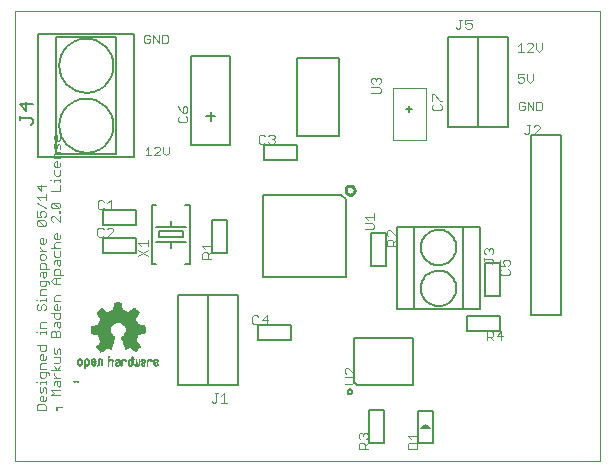
<source format=gto>
G75*
%MOIN*%
%OFA0B0*%
%FSLAX24Y24*%
%IPPOS*%
%LPD*%
%AMOC8*
5,1,8,0,0,1.08239X$1,22.5*
%
%ADD10C,0.0000*%
%ADD11C,0.0030*%
%ADD12C,0.0060*%
%ADD13C,0.0100*%
%ADD14C,0.0040*%
%ADD15C,0.0050*%
%ADD16C,0.0080*%
%ADD17R,0.0012X0.0001*%
%ADD18R,0.0015X0.0001*%
%ADD19R,0.0018X0.0001*%
%ADD20R,0.0021X0.0001*%
%ADD21R,0.0026X0.0002*%
%ADD22R,0.0030X0.0001*%
%ADD23R,0.0036X0.0001*%
%ADD24R,0.0039X0.0001*%
%ADD25R,0.0041X0.0001*%
%ADD26R,0.0042X0.0001*%
%ADD27R,0.0044X0.0001*%
%ADD28R,0.0045X0.0001*%
%ADD29R,0.0045X0.0002*%
%ADD30R,0.0007X0.0001*%
%ADD31R,0.0001X0.0001*%
%ADD32R,0.0006X0.0001*%
%ADD33R,0.0004X0.0001*%
%ADD34R,0.0006X0.0001*%
%ADD35R,0.0002X0.0001*%
%ADD36R,0.0003X0.0001*%
%ADD37R,0.0005X0.0001*%
%ADD38R,0.0049X0.0001*%
%ADD39R,0.0046X0.0001*%
%ADD40R,0.0003X0.0001*%
%ADD41R,0.0048X0.0001*%
%ADD42R,0.0022X0.0002*%
%ADD43R,0.0019X0.0002*%
%ADD44R,0.0025X0.0002*%
%ADD45R,0.0006X0.0002*%
%ADD46R,0.0009X0.0002*%
%ADD47R,0.0055X0.0002*%
%ADD48R,0.0048X0.0002*%
%ADD49R,0.0054X0.0002*%
%ADD50R,0.0056X0.0002*%
%ADD51R,0.0032X0.0001*%
%ADD52R,0.0031X0.0001*%
%ADD53R,0.0010X0.0001*%
%ADD54R,0.0059X0.0001*%
%ADD55R,0.0060X0.0001*%
%ADD56R,0.0051X0.0001*%
%ADD57R,0.0051X0.0001*%
%ADD58R,0.0014X0.0001*%
%ADD59R,0.0038X0.0001*%
%ADD60R,0.0013X0.0001*%
%ADD61R,0.0063X0.0001*%
%ADD62R,0.0016X0.0001*%
%ADD63R,0.0066X0.0001*%
%ADD64R,0.0056X0.0001*%
%ADD65R,0.0063X0.0001*%
%ADD66R,0.0066X0.0001*%
%ADD67R,0.0011X0.0001*%
%ADD68R,0.0012X0.0001*%
%ADD69R,0.0018X0.0001*%
%ADD70R,0.0065X0.0001*%
%ADD71R,0.0019X0.0001*%
%ADD72R,0.0071X0.0001*%
%ADD73R,0.0068X0.0001*%
%ADD74R,0.0062X0.0001*%
%ADD75R,0.0061X0.0001*%
%ADD76R,0.0023X0.0001*%
%ADD77R,0.0079X0.0001*%
%ADD78R,0.0064X0.0001*%
%ADD79R,0.0021X0.0001*%
%ADD80R,0.0076X0.0001*%
%ADD81R,0.0074X0.0001*%
%ADD82R,0.0123X0.0001*%
%ADD83R,0.0072X0.0001*%
%ADD84R,0.0024X0.0001*%
%ADD85R,0.0026X0.0001*%
%ADD86R,0.0025X0.0001*%
%ADD87R,0.0075X0.0001*%
%ADD88R,0.0086X0.0001*%
%ADD89R,0.0027X0.0001*%
%ADD90R,0.0081X0.0001*%
%ADD91R,0.0126X0.0001*%
%ADD92R,0.0029X0.0001*%
%ADD93R,0.0028X0.0001*%
%ADD94R,0.0033X0.0001*%
%ADD95R,0.0090X0.0001*%
%ADD96R,0.0157X0.0001*%
%ADD97R,0.0078X0.0001*%
%ADD98R,0.0091X0.0001*%
%ADD99R,0.0085X0.0001*%
%ADD100R,0.0129X0.0001*%
%ADD101R,0.0033X0.0001*%
%ADD102R,0.0081X0.0001*%
%ADD103R,0.0034X0.0001*%
%ADD104R,0.0094X0.0001*%
%ADD105R,0.0160X0.0001*%
%ADD106R,0.0088X0.0001*%
%ADD107R,0.0131X0.0001*%
%ADD108R,0.0089X0.0001*%
%ADD109R,0.0035X0.0001*%
%ADD110R,0.0083X0.0001*%
%ADD111R,0.0098X0.0001*%
%ADD112R,0.0164X0.0001*%
%ADD113R,0.0092X0.0001*%
%ADD114R,0.0132X0.0001*%
%ADD115R,0.0037X0.0001*%
%ADD116R,0.0084X0.0001*%
%ADD117R,0.0036X0.0001*%
%ADD118R,0.0101X0.0001*%
%ADD119R,0.0166X0.0001*%
%ADD120R,0.0099X0.0001*%
%ADD121R,0.0096X0.0002*%
%ADD122R,0.0134X0.0002*%
%ADD123R,0.0041X0.0002*%
%ADD124R,0.0031X0.0002*%
%ADD125R,0.0030X0.0002*%
%ADD126R,0.0084X0.0002*%
%ADD127R,0.0036X0.0002*%
%ADD128R,0.0033X0.0002*%
%ADD129R,0.0104X0.0002*%
%ADD130R,0.0170X0.0002*%
%ADD131R,0.0102X0.0001*%
%ADD132R,0.0136X0.0001*%
%ADD133R,0.0108X0.0001*%
%ADD134R,0.0173X0.0001*%
%ADD135R,0.0106X0.0001*%
%ADD136R,0.0141X0.0001*%
%ADD137R,0.0087X0.0001*%
%ADD138R,0.0111X0.0001*%
%ADD139R,0.0176X0.0001*%
%ADD140R,0.0109X0.0001*%
%ADD141R,0.0112X0.0001*%
%ADD142R,0.0142X0.0001*%
%ADD143R,0.0114X0.0001*%
%ADD144R,0.0177X0.0001*%
%ADD145R,0.0115X0.0001*%
%ADD146R,0.0144X0.0001*%
%ADD147R,0.0048X0.0001*%
%ADD148R,0.0117X0.0001*%
%ADD149R,0.0179X0.0001*%
%ADD150R,0.0118X0.0001*%
%ADD151R,0.0146X0.0001*%
%ADD152R,0.0120X0.0001*%
%ADD153R,0.0180X0.0001*%
%ADD154R,0.0119X0.0001*%
%ADD155R,0.0122X0.0001*%
%ADD156R,0.0181X0.0001*%
%ADD157R,0.0125X0.0001*%
%ADD158R,0.0147X0.0001*%
%ADD159R,0.0121X0.0001*%
%ADD160R,0.0126X0.0001*%
%ADD161R,0.0149X0.0001*%
%ADD162R,0.0093X0.0001*%
%ADD163R,0.0129X0.0001*%
%ADD164R,0.0184X0.0001*%
%ADD165R,0.0151X0.0001*%
%ADD166R,0.0128X0.0001*%
%ADD167R,0.0093X0.0001*%
%ADD168R,0.0187X0.0001*%
%ADD169R,0.0132X0.0002*%
%ADD170R,0.0153X0.0002*%
%ADD171R,0.0131X0.0002*%
%ADD172R,0.0046X0.0002*%
%ADD173R,0.0048X0.0002*%
%ADD174R,0.0094X0.0002*%
%ADD175R,0.0034X0.0002*%
%ADD176R,0.0189X0.0002*%
%ADD177R,0.0091X0.0002*%
%ADD178R,0.0134X0.0001*%
%ADD179R,0.0154X0.0001*%
%ADD180R,0.0057X0.0001*%
%ADD181R,0.0027X0.0001*%
%ADD182R,0.0190X0.0001*%
%ADD183R,0.0054X0.0001*%
%ADD184R,0.0053X0.0001*%
%ADD185R,0.0054X0.0001*%
%ADD186R,0.0139X0.0001*%
%ADD187R,0.0156X0.0001*%
%ADD188R,0.0052X0.0001*%
%ADD189R,0.0043X0.0001*%
%ADD190R,0.0039X0.0001*%
%ADD191R,0.0040X0.0001*%
%ADD192R,0.0147X0.0001*%
%ADD193R,0.0159X0.0001*%
%ADD194R,0.0145X0.0001*%
%ADD195R,0.0042X0.0001*%
%ADD196R,0.0047X0.0001*%
%ADD197R,0.0150X0.0001*%
%ADD198R,0.0161X0.0001*%
%ADD199R,0.0162X0.0001*%
%ADD200R,0.0153X0.0002*%
%ADD201R,0.0164X0.0002*%
%ADD202R,0.0151X0.0002*%
%ADD203R,0.0042X0.0002*%
%ADD204R,0.0038X0.0002*%
%ADD205R,0.0040X0.0002*%
%ADD206R,0.0069X0.0001*%
%ADD207R,0.0067X0.0001*%
%ADD208R,0.0069X0.0001*%
%ADD209R,0.0054X0.0002*%
%ADD210R,0.0051X0.0002*%
%ADD211R,0.0052X0.0002*%
%ADD212R,0.0035X0.0002*%
%ADD213R,0.0036X0.0002*%
%ADD214R,0.0032X0.0002*%
%ADD215R,0.0037X0.0002*%
%ADD216R,0.0039X0.0002*%
%ADD217R,0.0059X0.0002*%
%ADD218R,0.0042X0.0002*%
%ADD219R,0.0060X0.0002*%
%ADD220R,0.0061X0.0002*%
%ADD221R,0.0012X0.0002*%
%ADD222R,0.0008X0.0001*%
%ADD223R,0.0070X0.0001*%
%ADD224R,0.0072X0.0001*%
%ADD225R,0.0078X0.0001*%
%ADD226R,0.0082X0.0001*%
%ADD227R,0.0024X0.0001*%
%ADD228R,0.0089X0.0002*%
%ADD229R,0.0018X0.0002*%
%ADD230R,0.0079X0.0002*%
%ADD231R,0.0076X0.0002*%
%ADD232R,0.0096X0.0001*%
%ADD233R,0.0097X0.0001*%
%ADD234R,0.0087X0.0001*%
%ADD235R,0.0105X0.0001*%
%ADD236R,0.0108X0.0001*%
%ADD237R,0.0110X0.0001*%
%ADD238R,0.0113X0.0001*%
%ADD239R,0.0116X0.0001*%
%ADD240R,0.0117X0.0001*%
%ADD241R,0.0124X0.0002*%
%ADD242R,0.0114X0.0002*%
%ADD243R,0.0112X0.0002*%
%ADD244R,0.0129X0.0002*%
%ADD245R,0.0127X0.0001*%
%ADD246R,0.0084X0.0001*%
%ADD247R,0.0103X0.0001*%
%ADD248R,0.0096X0.0001*%
%ADD249R,0.0153X0.0001*%
%ADD250R,0.0156X0.0002*%
%ADD251R,0.0080X0.0002*%
%ADD252R,0.0081X0.0002*%
%ADD253R,0.0165X0.0001*%
%ADD254R,0.0055X0.0001*%
%ADD255R,0.0100X0.0001*%
%ADD256R,0.0009X0.0001*%
%ADD257R,0.0022X0.0001*%
%ADD258R,0.0044X0.0002*%
%ADD259R,0.0029X0.0002*%
%ADD260R,0.0057X0.0002*%
%ADD261R,0.0033X0.0002*%
%ADD262R,0.0049X0.0002*%
%ADD263R,0.0039X0.0002*%
%ADD264R,0.0053X0.0002*%
%ADD265R,0.0043X0.0002*%
%ADD266R,0.0058X0.0001*%
%ADD267R,0.0124X0.0001*%
%ADD268R,0.0144X0.0001*%
%ADD269R,0.0152X0.0001*%
%ADD270R,0.0155X0.0001*%
%ADD271R,0.0123X0.0001*%
%ADD272R,0.0153X0.0001*%
%ADD273R,0.0150X0.0002*%
%ADD274R,0.0139X0.0002*%
%ADD275R,0.0119X0.0002*%
%ADD276R,0.0120X0.0002*%
%ADD277R,0.0141X0.0002*%
%ADD278R,0.0118X0.0002*%
%ADD279R,0.0138X0.0001*%
%ADD280R,0.0114X0.0001*%
%ADD281R,0.0133X0.0001*%
%ADD282R,0.0132X0.0001*%
%ADD283R,0.0130X0.0001*%
%ADD284R,0.0104X0.0001*%
%ADD285R,0.0099X0.0001*%
%ADD286R,0.0135X0.0001*%
%ADD287R,0.0095X0.0001*%
%ADD288R,0.0126X0.0002*%
%ADD289R,0.0128X0.0002*%
%ADD290R,0.0082X0.0002*%
%ADD291R,0.0121X0.0002*%
%ADD292R,0.0024X0.0002*%
%ADD293R,0.0024X0.0002*%
%ADD294R,0.0081X0.0002*%
%ADD295R,0.0020X0.0001*%
%ADD296R,0.0017X0.0001*%
%ADD297R,0.0057X0.0001*%
%ADD298R,0.0090X0.0002*%
%ADD299R,0.0006X0.0002*%
%ADD300R,0.0050X0.0001*%
%ADD301R,0.0075X0.0002*%
%ADD302R,0.0158X0.0002*%
%ADD303R,0.0109X0.0002*%
%ADD304R,0.0168X0.0001*%
%ADD305R,0.0171X0.0001*%
%ADD306R,0.0172X0.0001*%
%ADD307R,0.0175X0.0001*%
%ADD308R,0.0186X0.0001*%
%ADD309R,0.0191X0.0001*%
%ADD310R,0.0194X0.0001*%
%ADD311R,0.0196X0.0002*%
%ADD312R,0.0149X0.0002*%
%ADD313R,0.0199X0.0001*%
%ADD314R,0.0204X0.0001*%
%ADD315R,0.0207X0.0001*%
%ADD316R,0.0158X0.0001*%
%ADD317R,0.0211X0.0001*%
%ADD318R,0.0216X0.0001*%
%ADD319R,0.0219X0.0001*%
%ADD320R,0.0169X0.0001*%
%ADD321R,0.0222X0.0001*%
%ADD322R,0.0224X0.0001*%
%ADD323R,0.0228X0.0001*%
%ADD324R,0.0234X0.0002*%
%ADD325R,0.0183X0.0002*%
%ADD326R,0.0239X0.0001*%
%ADD327R,0.0189X0.0001*%
%ADD328R,0.0241X0.0001*%
%ADD329R,0.0192X0.0001*%
%ADD330R,0.0243X0.0001*%
%ADD331R,0.0246X0.0001*%
%ADD332R,0.0196X0.0001*%
%ADD333R,0.0250X0.0001*%
%ADD334R,0.0201X0.0001*%
%ADD335R,0.0254X0.0001*%
%ADD336R,0.0258X0.0001*%
%ADD337R,0.0209X0.0001*%
%ADD338R,0.0263X0.0001*%
%ADD339R,0.0213X0.0001*%
%ADD340R,0.0267X0.0001*%
%ADD341R,0.0270X0.0002*%
%ADD342R,0.0066X0.0002*%
%ADD343R,0.0219X0.0002*%
%ADD344R,0.0271X0.0001*%
%ADD345R,0.0220X0.0001*%
%ADD346R,0.0274X0.0001*%
%ADD347R,0.0223X0.0001*%
%ADD348R,0.0278X0.0001*%
%ADD349R,0.0282X0.0001*%
%ADD350R,0.0231X0.0001*%
%ADD351R,0.0288X0.0001*%
%ADD352R,0.0236X0.0001*%
%ADD353R,0.0289X0.0001*%
%ADD354R,0.0292X0.0001*%
%ADD355R,0.0297X0.0001*%
%ADD356R,0.0300X0.0001*%
%ADD357R,0.0305X0.0002*%
%ADD358R,0.0101X0.0002*%
%ADD359R,0.0078X0.0002*%
%ADD360R,0.0251X0.0002*%
%ADD361R,0.0309X0.0001*%
%ADD362R,0.0255X0.0001*%
%ADD363R,0.0314X0.0001*%
%ADD364R,0.0316X0.0001*%
%ADD365R,0.0262X0.0001*%
%ADD366R,0.0319X0.0001*%
%ADD367R,0.0266X0.0001*%
%ADD368R,0.0321X0.0001*%
%ADD369R,0.0324X0.0001*%
%ADD370R,0.0270X0.0001*%
%ADD371R,0.0329X0.0001*%
%ADD372R,0.0275X0.0001*%
%ADD373R,0.0333X0.0001*%
%ADD374R,0.0279X0.0001*%
%ADD375R,0.0336X0.0001*%
%ADD376R,0.0284X0.0001*%
%ADD377R,0.0339X0.0002*%
%ADD378R,0.0286X0.0002*%
%ADD379R,0.0342X0.0001*%
%ADD380R,0.0491X0.0001*%
%ADD381R,0.0492X0.0001*%
%ADD382R,0.0294X0.0001*%
%ADD383R,0.0495X0.0001*%
%ADD384R,0.0299X0.0001*%
%ADD385R,0.0496X0.0001*%
%ADD386R,0.0301X0.0001*%
%ADD387R,0.0498X0.0001*%
%ADD388R,0.0304X0.0001*%
%ADD389R,0.0501X0.0001*%
%ADD390R,0.0308X0.0001*%
%ADD391R,0.0311X0.0001*%
%ADD392R,0.0504X0.0001*%
%ADD393R,0.0504X0.0002*%
%ADD394R,0.0318X0.0002*%
%ADD395R,0.0507X0.0001*%
%ADD396R,0.0323X0.0001*%
%ADD397R,0.0326X0.0001*%
%ADD398R,0.0508X0.0001*%
%ADD399R,0.0330X0.0001*%
%ADD400R,0.0510X0.0001*%
%ADD401R,0.0494X0.0001*%
%ADD402R,0.0512X0.0001*%
%ADD403R,0.0500X0.0001*%
%ADD404R,0.0513X0.0001*%
%ADD405R,0.0501X0.0001*%
%ADD406R,0.0513X0.0002*%
%ADD407R,0.0501X0.0002*%
%ADD408R,0.0503X0.0001*%
%ADD409R,0.0504X0.0001*%
%ADD410R,0.0506X0.0001*%
%ADD411R,0.0513X0.0001*%
%ADD412R,0.0509X0.0001*%
%ADD413R,0.0511X0.0001*%
%ADD414R,0.0514X0.0001*%
%ADD415R,0.0516X0.0001*%
%ADD416R,0.0513X0.0002*%
%ADD417R,0.0519X0.0002*%
%ADD418R,0.0519X0.0001*%
%ADD419R,0.0520X0.0001*%
%ADD420R,0.0522X0.0001*%
%ADD421R,0.0507X0.0001*%
%ADD422R,0.0509X0.0002*%
%ADD423R,0.0520X0.0002*%
%ADD424R,0.0522X0.0001*%
%ADD425R,0.0505X0.0001*%
%ADD426R,0.0502X0.0001*%
%ADD427R,0.0521X0.0001*%
%ADD428R,0.0503X0.0002*%
%ADD429R,0.0519X0.0002*%
%ADD430R,0.0519X0.0001*%
%ADD431R,0.0499X0.0001*%
%ADD432R,0.0517X0.0001*%
%ADD433R,0.0495X0.0002*%
%ADD434R,0.0514X0.0002*%
%ADD435R,0.0515X0.0001*%
%ADD436R,0.0492X0.0001*%
%ADD437R,0.0490X0.0001*%
%ADD438R,0.0490X0.0002*%
%ADD439R,0.0511X0.0002*%
%ADD440R,0.0489X0.0001*%
%ADD441R,0.0489X0.0001*%
%ADD442R,0.0488X0.0001*%
%ADD443R,0.0485X0.0001*%
%ADD444R,0.0483X0.0001*%
%ADD445R,0.0483X0.0002*%
%ADD446R,0.0507X0.0002*%
%ADD447R,0.0483X0.0001*%
%ADD448R,0.0481X0.0001*%
%ADD449R,0.0480X0.0001*%
%ADD450R,0.0480X0.0002*%
%ADD451R,0.0501X0.0002*%
%ADD452R,0.0479X0.0001*%
%ADD453R,0.0477X0.0001*%
%ADD454R,0.0477X0.0001*%
%ADD455R,0.0475X0.0001*%
%ADD456R,0.0474X0.0001*%
%ADD457R,0.0472X0.0001*%
%ADD458R,0.0472X0.0002*%
%ADD459R,0.0498X0.0002*%
%ADD460R,0.0471X0.0001*%
%ADD461R,0.0473X0.0001*%
%ADD462R,0.0471X0.0001*%
%ADD463R,0.0470X0.0001*%
%ADD464R,0.0468X0.0001*%
%ADD465R,0.0469X0.0001*%
%ADD466R,0.0468X0.0002*%
%ADD467R,0.0491X0.0002*%
%ADD468R,0.0466X0.0001*%
%ADD469R,0.0465X0.0001*%
%ADD470R,0.0464X0.0001*%
%ADD471R,0.0462X0.0001*%
%ADD472R,0.0462X0.0002*%
%ADD473R,0.0489X0.0002*%
%ADD474R,0.0461X0.0001*%
%ADD475R,0.0460X0.0001*%
%ADD476R,0.0459X0.0001*%
%ADD477R,0.0484X0.0001*%
%ADD478R,0.0457X0.0001*%
%ADD479R,0.0459X0.0001*%
%ADD480R,0.0458X0.0002*%
%ADD481R,0.0484X0.0002*%
%ADD482R,0.0456X0.0001*%
%ADD483R,0.0455X0.0001*%
%ADD484R,0.0453X0.0001*%
%ADD485R,0.0451X0.0001*%
%ADD486R,0.0453X0.0001*%
%ADD487R,0.0450X0.0001*%
%ADD488R,0.0451X0.0002*%
%ADD489R,0.0478X0.0001*%
%ADD490R,0.0449X0.0001*%
%ADD491R,0.0476X0.0001*%
%ADD492R,0.0447X0.0001*%
%ADD493R,0.0474X0.0001*%
%ADD494R,0.0449X0.0002*%
%ADD495R,0.0476X0.0002*%
%ADD496R,0.0454X0.0001*%
%ADD497R,0.0469X0.0002*%
%ADD498R,0.0468X0.0001*%
%ADD499R,0.0467X0.0001*%
%ADD500R,0.0473X0.0002*%
%ADD501R,0.0468X0.0002*%
%ADD502R,0.0486X0.0002*%
%ADD503R,0.0474X0.0002*%
%ADD504R,0.0487X0.0001*%
%ADD505R,0.0497X0.0001*%
%ADD506R,0.0486X0.0001*%
%ADD507R,0.0500X0.0002*%
%ADD508R,0.0487X0.0002*%
%ADD509R,0.0498X0.0001*%
%ADD510R,0.0524X0.0002*%
%ADD511R,0.0524X0.0001*%
%ADD512R,0.0525X0.0001*%
%ADD513R,0.0528X0.0001*%
%ADD514R,0.0529X0.0001*%
%ADD515R,0.0533X0.0001*%
%ADD516R,0.0534X0.0001*%
%ADD517R,0.0523X0.0001*%
%ADD518R,0.0536X0.0001*%
%ADD519R,0.0537X0.0002*%
%ADD520R,0.0527X0.0002*%
%ADD521R,0.0537X0.0001*%
%ADD522R,0.0528X0.0001*%
%ADD523R,0.0539X0.0001*%
%ADD524R,0.0530X0.0001*%
%ADD525R,0.0540X0.0001*%
%ADD526R,0.0541X0.0001*%
%ADD527R,0.0531X0.0001*%
%ADD528R,0.0543X0.0001*%
%ADD529R,0.0544X0.0001*%
%ADD530R,0.0546X0.0002*%
%ADD531R,0.0536X0.0002*%
%ADD532R,0.0547X0.0001*%
%ADD533R,0.0551X0.0001*%
%ADD534R,0.0552X0.0001*%
%ADD535R,0.0554X0.0001*%
%ADD536R,0.0555X0.0001*%
%ADD537R,0.0555X0.0002*%
%ADD538R,0.0547X0.0002*%
%ADD539R,0.0549X0.0001*%
%ADD540R,0.0548X0.0001*%
%ADD541R,0.0538X0.0001*%
%ADD542R,0.0537X0.0001*%
%ADD543R,0.0533X0.0002*%
%ADD544R,0.0531X0.0001*%
%ADD545R,0.0526X0.0001*%
%ADD546R,0.0518X0.0001*%
%ADD547R,0.0498X0.0002*%
%ADD548R,0.0496X0.0002*%
%ADD549R,0.0486X0.0001*%
%ADD550R,0.0485X0.0002*%
%ADD551R,0.0482X0.0001*%
%ADD552R,0.0477X0.0002*%
%ADD553R,0.0530X0.0002*%
%ADD554R,0.0464X0.0002*%
%ADD555R,0.0561X0.0001*%
%ADD556R,0.0570X0.0001*%
%ADD557R,0.0576X0.0001*%
%ADD558R,0.0581X0.0001*%
%ADD559R,0.0585X0.0001*%
%ADD560R,0.0589X0.0001*%
%ADD561R,0.0600X0.0002*%
%ADD562R,0.0614X0.0001*%
%ADD563R,0.0623X0.0001*%
%ADD564R,0.0630X0.0001*%
%ADD565R,0.0633X0.0001*%
%ADD566R,0.0638X0.0001*%
%ADD567R,0.0645X0.0001*%
%ADD568R,0.0657X0.0001*%
%ADD569R,0.0556X0.0001*%
%ADD570R,0.0669X0.0001*%
%ADD571R,0.0674X0.0001*%
%ADD572R,0.0579X0.0001*%
%ADD573R,0.0676X0.0002*%
%ADD574R,0.0585X0.0002*%
%ADD575R,0.0678X0.0001*%
%ADD576R,0.0590X0.0001*%
%ADD577R,0.0679X0.0001*%
%ADD578R,0.0596X0.0001*%
%ADD579R,0.0681X0.0001*%
%ADD580R,0.0606X0.0001*%
%ADD581R,0.0620X0.0001*%
%ADD582R,0.0682X0.0001*%
%ADD583R,0.0633X0.0001*%
%ADD584R,0.0684X0.0001*%
%ADD585R,0.0639X0.0001*%
%ADD586R,0.0649X0.0001*%
%ADD587R,0.0684X0.0001*%
%ADD588R,0.0655X0.0001*%
%ADD589R,0.0683X0.0002*%
%ADD590R,0.0664X0.0002*%
%ADD591R,0.0683X0.0001*%
%ADD592R,0.0670X0.0001*%
%ADD593R,0.0671X0.0001*%
%ADD594R,0.0681X0.0001*%
%ADD595R,0.0672X0.0001*%
%ADD596R,0.0680X0.0001*%
%ADD597R,0.0675X0.0001*%
%ADD598R,0.0676X0.0001*%
%ADD599R,0.0680X0.0002*%
%ADD600R,0.0678X0.0002*%
%ADD601R,0.0678X0.0001*%
%ADD602R,0.0675X0.0002*%
%ADD603R,0.0672X0.0002*%
%ADD604R,0.0672X0.0001*%
%ADD605R,0.0671X0.0002*%
%ADD606R,0.0670X0.0002*%
%ADD607R,0.0669X0.0001*%
%ADD608R,0.0667X0.0001*%
%ADD609R,0.0669X0.0002*%
%ADD610R,0.0667X0.0002*%
%ADD611R,0.0668X0.0001*%
%ADD612R,0.0666X0.0001*%
%ADD613R,0.0668X0.0002*%
%ADD614R,0.0666X0.0002*%
%ADD615R,0.0666X0.0001*%
%ADD616R,0.0664X0.0001*%
%ADD617R,0.0663X0.0001*%
%ADD618R,0.0666X0.0002*%
%ADD619R,0.0663X0.0002*%
%ADD620R,0.0665X0.0001*%
%ADD621R,0.0674X0.0002*%
%ADD622R,0.0677X0.0001*%
%ADD623R,0.0678X0.0002*%
%ADD624R,0.0682X0.0002*%
%ADD625R,0.0686X0.0001*%
%ADD626R,0.0686X0.0002*%
%ADD627R,0.0687X0.0001*%
%ADD628R,0.0689X0.0001*%
%ADD629R,0.0653X0.0001*%
%ADD630R,0.0641X0.0001*%
%ADD631R,0.0626X0.0001*%
%ADD632R,0.0616X0.0001*%
%ADD633R,0.0687X0.0001*%
%ADD634R,0.0612X0.0001*%
%ADD635R,0.0688X0.0001*%
%ADD636R,0.0606X0.0001*%
%ADD637R,0.0601X0.0001*%
%ADD638R,0.0591X0.0002*%
%ADD639R,0.0567X0.0001*%
%ADD640R,0.0560X0.0001*%
%ADD641R,0.0659X0.0001*%
%ADD642R,0.0516X0.0001*%
%ADD643R,0.0639X0.0001*%
%ADD644R,0.0502X0.0002*%
%ADD645R,0.0633X0.0002*%
%ADD646R,0.0608X0.0001*%
%ADD647R,0.0582X0.0001*%
%ADD648R,0.0577X0.0001*%
%ADD649R,0.0569X0.0002*%
%ADD650R,0.0546X0.0001*%
%ADD651R,0.0486X0.0002*%
%ADD652R,0.0493X0.0001*%
%ADD653R,0.0516X0.0002*%
%ADD654R,0.0532X0.0001*%
%ADD655R,0.0534X0.0002*%
%ADD656R,0.0535X0.0002*%
%ADD657R,0.0543X0.0001*%
%ADD658R,0.0553X0.0001*%
%ADD659R,0.0559X0.0001*%
%ADD660R,0.0564X0.0001*%
%ADD661R,0.0564X0.0001*%
%ADD662R,0.0567X0.0001*%
%ADD663R,0.0569X0.0001*%
%ADD664R,0.0570X0.0002*%
%ADD665R,0.0571X0.0002*%
%ADD666R,0.0571X0.0001*%
%ADD667R,0.0573X0.0001*%
%ADD668R,0.0574X0.0001*%
%ADD669R,0.0576X0.0001*%
%ADD670R,0.0600X0.0001*%
%ADD671R,0.0611X0.0001*%
%ADD672R,0.0618X0.0001*%
%ADD673R,0.0621X0.0001*%
%ADD674R,0.1269X0.0001*%
%ADD675R,0.1267X0.0001*%
%ADD676R,0.1266X0.0001*%
%ADD677R,0.1266X0.0002*%
%ADD678R,0.1264X0.0001*%
%ADD679R,0.1261X0.0001*%
%ADD680R,0.1260X0.0001*%
%ADD681R,0.1259X0.0001*%
%ADD682R,0.1256X0.0001*%
%ADD683R,0.1254X0.0001*%
%ADD684R,0.1253X0.0001*%
%ADD685R,0.1251X0.0001*%
%ADD686R,0.1251X0.0002*%
%ADD687R,0.1248X0.0001*%
%ADD688R,0.1245X0.0001*%
%ADD689R,0.1244X0.0001*%
%ADD690R,0.1242X0.0001*%
%ADD691R,0.1239X0.0001*%
%ADD692R,0.1237X0.0001*%
%ADD693R,0.1236X0.0002*%
%ADD694R,0.1233X0.0001*%
%ADD695R,0.1230X0.0001*%
%ADD696R,0.1229X0.0001*%
%ADD697R,0.1227X0.0001*%
%ADD698R,0.1226X0.0001*%
%ADD699R,0.1224X0.0001*%
%ADD700R,0.1223X0.0002*%
%ADD701R,0.1219X0.0001*%
%ADD702R,0.1216X0.0001*%
%ADD703R,0.1215X0.0001*%
%ADD704R,0.1214X0.0001*%
%ADD705R,0.1212X0.0001*%
%ADD706R,0.1209X0.0001*%
%ADD707R,0.1207X0.0002*%
%ADD708R,0.1206X0.0001*%
%ADD709R,0.1204X0.0001*%
%ADD710R,0.1201X0.0001*%
%ADD711R,0.1200X0.0001*%
%ADD712R,0.1199X0.0001*%
%ADD713R,0.1196X0.0001*%
%ADD714R,0.1194X0.0001*%
%ADD715R,0.1193X0.0001*%
%ADD716R,0.1191X0.0001*%
%ADD717R,0.1191X0.0002*%
%ADD718R,0.1188X0.0001*%
%ADD719R,0.1185X0.0001*%
%ADD720R,0.1184X0.0001*%
%ADD721R,0.1181X0.0001*%
%ADD722R,0.1177X0.0001*%
%ADD723R,0.1176X0.0001*%
%ADD724R,0.1174X0.0001*%
%ADD725R,0.1173X0.0001*%
%ADD726R,0.1170X0.0002*%
%ADD727R,0.1170X0.0001*%
%ADD728R,0.1169X0.0001*%
%ADD729R,0.1166X0.0001*%
%ADD730R,0.1164X0.0001*%
%ADD731R,0.1163X0.0001*%
%ADD732R,0.1163X0.0002*%
%ADD733R,0.1167X0.0001*%
%ADD734R,0.1171X0.0001*%
%ADD735R,0.1179X0.0001*%
%ADD736R,0.1182X0.0001*%
%ADD737R,0.1182X0.0002*%
%ADD738R,0.1188X0.0001*%
%ADD739R,0.1190X0.0001*%
%ADD740R,0.1197X0.0001*%
%ADD741R,0.1204X0.0002*%
%ADD742R,0.1207X0.0001*%
%ADD743R,0.1210X0.0001*%
%ADD744R,0.1213X0.0001*%
%ADD745R,0.1217X0.0001*%
%ADD746R,0.1218X0.0001*%
%ADD747R,0.1220X0.0001*%
%ADD748R,0.1221X0.0001*%
%ADD749R,0.1223X0.0001*%
%ADD750R,0.1226X0.0002*%
%ADD751R,0.1236X0.0001*%
%ADD752R,0.1239X0.0001*%
%ADD753R,0.1240X0.0001*%
%ADD754R,0.1243X0.0001*%
%ADD755R,0.1248X0.0002*%
%ADD756R,0.1248X0.0001*%
%ADD757R,0.1251X0.0001*%
%ADD758R,0.1257X0.0001*%
%ADD759R,0.1263X0.0001*%
%ADD760R,0.1267X0.0002*%
%ADD761R,0.1270X0.0001*%
%ADD762R,0.1274X0.0001*%
%ADD763R,0.1275X0.0001*%
%ADD764R,0.1278X0.0001*%
%ADD765R,0.1280X0.0001*%
%ADD766R,0.1281X0.0001*%
%ADD767R,0.1284X0.0001*%
%ADD768R,0.1286X0.0001*%
%ADD769R,0.1289X0.0001*%
%ADD770R,0.1290X0.0002*%
%ADD771R,0.1291X0.0001*%
%ADD772R,0.1294X0.0001*%
%ADD773R,0.1296X0.0001*%
%ADD774R,0.1299X0.0001*%
%ADD775R,0.1300X0.0001*%
%ADD776R,0.1302X0.0001*%
%ADD777R,0.1304X0.0001*%
%ADD778R,0.1306X0.0001*%
%ADD779R,0.1308X0.0001*%
%ADD780R,0.1311X0.0002*%
%ADD781R,0.1313X0.0001*%
%ADD782R,0.1316X0.0001*%
%ADD783R,0.1317X0.0001*%
%ADD784R,0.1320X0.0001*%
%ADD785R,0.1323X0.0001*%
%ADD786R,0.1326X0.0001*%
%ADD787R,0.1329X0.0001*%
%ADD788R,0.1332X0.0002*%
%ADD789R,0.1335X0.0001*%
%ADD790R,0.1336X0.0001*%
%ADD791R,0.1340X0.0001*%
%ADD792R,0.1343X0.0001*%
%ADD793R,0.1346X0.0001*%
%ADD794R,0.1347X0.0001*%
%ADD795R,0.1350X0.0001*%
%ADD796R,0.1353X0.0002*%
%ADD797R,0.1356X0.0001*%
%ADD798R,0.1357X0.0001*%
%ADD799R,0.1360X0.0001*%
%ADD800R,0.1364X0.0001*%
%ADD801R,0.1365X0.0001*%
%ADD802R,0.1368X0.0001*%
%ADD803R,0.1369X0.0001*%
%ADD804R,0.1373X0.0001*%
%ADD805R,0.1374X0.0002*%
%ADD806R,0.1377X0.0001*%
%ADD807R,0.1379X0.0001*%
%ADD808R,0.1380X0.0001*%
%ADD809R,0.1383X0.0001*%
%ADD810R,0.1386X0.0001*%
%ADD811R,0.1387X0.0001*%
%ADD812R,0.1391X0.0001*%
%ADD813R,0.1394X0.0001*%
%ADD814R,0.1395X0.0002*%
%ADD815R,0.1398X0.0001*%
%ADD816R,0.1401X0.0001*%
%ADD817R,0.1403X0.0001*%
%ADD818R,0.1406X0.0001*%
%ADD819R,0.1407X0.0001*%
%ADD820R,0.1409X0.0001*%
%ADD821R,0.1411X0.0001*%
%ADD822R,0.1414X0.0001*%
%ADD823R,0.1416X0.0002*%
%ADD824R,0.1419X0.0001*%
%ADD825R,0.1421X0.0001*%
%ADD826R,0.1422X0.0001*%
%ADD827R,0.1424X0.0001*%
%ADD828R,0.1426X0.0001*%
%ADD829R,0.1428X0.0001*%
%ADD830R,0.1429X0.0002*%
%ADD831R,0.1429X0.0001*%
%ADD832R,0.1425X0.0001*%
%ADD833R,0.1421X0.0002*%
%ADD834R,0.1418X0.0001*%
%ADD835R,0.1416X0.0001*%
%ADD836R,0.1413X0.0001*%
%ADD837R,0.1410X0.0001*%
%ADD838R,0.1404X0.0001*%
%ADD839R,0.1401X0.0001*%
%ADD840R,0.0346X0.0001*%
%ADD841R,0.1044X0.0001*%
%ADD842R,0.0342X0.0002*%
%ADD843R,0.1040X0.0002*%
%ADD844R,0.0337X0.0001*%
%ADD845R,0.1034X0.0001*%
%ADD846R,0.0357X0.0001*%
%ADD847R,0.0660X0.0001*%
%ADD848R,0.0353X0.0001*%
%ADD849R,0.0327X0.0001*%
%ADD850R,0.0349X0.0001*%
%ADD851R,0.0321X0.0001*%
%ADD852R,0.0648X0.0001*%
%ADD853R,0.0344X0.0001*%
%ADD854R,0.0317X0.0001*%
%ADD855R,0.0339X0.0001*%
%ADD856R,0.0312X0.0001*%
%ADD857R,0.0631X0.0001*%
%ADD858R,0.0334X0.0001*%
%ADD859R,0.0309X0.0001*%
%ADD860R,0.0307X0.0002*%
%ADD861R,0.0623X0.0002*%
%ADD862R,0.0327X0.0002*%
%ADD863R,0.0618X0.0001*%
%ADD864R,0.0297X0.0001*%
%ADD865R,0.0607X0.0001*%
%ADD866R,0.0320X0.0001*%
%ADD867R,0.0293X0.0001*%
%ADD868R,0.0599X0.0001*%
%ADD869R,0.0313X0.0001*%
%ADD870R,0.0285X0.0001*%
%ADD871R,0.0584X0.0001*%
%ADD872R,0.0303X0.0001*%
%ADD873R,0.0281X0.0001*%
%ADD874R,0.0273X0.0002*%
%ADD875R,0.0563X0.0002*%
%ADD876R,0.0293X0.0002*%
%ADD877R,0.0264X0.0001*%
%ADD878R,0.0259X0.0001*%
%ADD879R,0.0256X0.0001*%
%ADD880R,0.0276X0.0001*%
%ADD881R,0.0252X0.0001*%
%ADD882R,0.0273X0.0001*%
%ADD883R,0.0248X0.0001*%
%ADD884R,0.0269X0.0001*%
%ADD885R,0.0245X0.0001*%
%ADD886R,0.0240X0.0001*%
%ADD887R,0.0237X0.0002*%
%ADD888R,0.0256X0.0002*%
%ADD889R,0.0234X0.0001*%
%ADD890R,0.0232X0.0001*%
%ADD891R,0.0251X0.0001*%
%ADD892R,0.0228X0.0001*%
%ADD893R,0.0246X0.0001*%
%ADD894R,0.0456X0.0001*%
%ADD895R,0.0219X0.0001*%
%ADD896R,0.0444X0.0001*%
%ADD897R,0.0237X0.0001*%
%ADD898R,0.0214X0.0001*%
%ADD899R,0.0436X0.0001*%
%ADD900R,0.0432X0.0001*%
%ADD901R,0.0231X0.0001*%
%ADD902R,0.0210X0.0001*%
%ADD903R,0.0426X0.0001*%
%ADD904R,0.0420X0.0001*%
%ADD905R,0.0226X0.0001*%
%ADD906R,0.0204X0.0002*%
%ADD907R,0.0409X0.0002*%
%ADD908R,0.0222X0.0002*%
%ADD909R,0.0391X0.0001*%
%ADD910R,0.0217X0.0001*%
%ADD911R,0.0376X0.0001*%
%ADD912R,0.0368X0.0001*%
%ADD913R,0.0189X0.0001*%
%ADD914R,0.0361X0.0001*%
%ADD915R,0.0206X0.0001*%
%ADD916R,0.0186X0.0001*%
%ADD917R,0.0356X0.0001*%
%ADD918R,0.0345X0.0001*%
%ADD919R,0.0331X0.0001*%
%ADD920R,0.0168X0.0001*%
%ADD921R,0.0165X0.0002*%
%ADD922R,0.0162X0.0001*%
%ADD923R,0.0324X0.0001*%
%ADD924R,0.0174X0.0001*%
%ADD925R,0.0167X0.0001*%
%ADD926R,0.0163X0.0001*%
%ADD927R,0.0141X0.0001*%
%ADD928R,0.0140X0.0001*%
%ADD929R,0.0137X0.0001*%
%ADD930R,0.0129X0.0002*%
%ADD931R,0.0321X0.0002*%
%ADD932R,0.0146X0.0002*%
%ADD933R,0.0111X0.0001*%
%ADD934R,0.0318X0.0001*%
%ADD935R,0.0315X0.0001*%
%ADD936R,0.0315X0.0002*%
%ADD937R,0.0105X0.0002*%
%ADD938R,0.0311X0.0002*%
%ADD939R,0.0066X0.0002*%
%ADD940R,0.0307X0.0001*%
%ADD941R,0.0306X0.0001*%
%ADD942R,0.0300X0.0002*%
%ADD943R,0.0296X0.0001*%
%ADD944R,0.0294X0.0002*%
%ADD945R,0.0294X0.0001*%
%ADD946R,0.0291X0.0001*%
%ADD947R,0.0291X0.0002*%
%ADD948R,0.0286X0.0001*%
%ADD949R,0.0281X0.0002*%
%ADD950R,0.0277X0.0001*%
%ADD951R,0.0276X0.0001*%
%ADD952R,0.0266X0.0002*%
%ADD953R,0.0264X0.0001*%
%ADD954R,0.0261X0.0001*%
%ADD955R,0.0259X0.0002*%
%ADD956R,0.0254X0.0002*%
%ADD957R,0.0248X0.0002*%
%ADD958R,0.0218X0.0002*%
D10*
X000180Y002280D02*
X000180Y017280D01*
X019680Y017280D01*
X019680Y002280D01*
X000180Y002280D01*
X002130Y004922D02*
X002132Y004925D01*
X002133Y004925D01*
X002133Y004925D01*
X002133Y004927D01*
X002132Y004927D02*
X002132Y004925D01*
X002132Y004925D01*
X002133Y004925D02*
X002133Y004923D01*
X002133Y004922D01*
X002134Y004922D01*
X002135Y004923D01*
X002135Y004925D01*
X002135Y004926D01*
X002134Y004926D01*
X002134Y004926D01*
X002134Y004926D01*
X002135Y004926D01*
X002136Y004926D01*
X002136Y004926D01*
X002137Y004926D01*
X002137Y004926D01*
X002137Y004925D01*
X002136Y004925D02*
X002136Y004925D01*
X002135Y004925D01*
X002135Y004925D01*
X002134Y004925D01*
X002135Y004925D02*
X002135Y004926D01*
X002137Y004926D01*
X002138Y004926D01*
X002138Y004926D01*
X002139Y004926D02*
X002139Y004926D01*
X002139Y004926D01*
X002140Y004926D01*
X002139Y004926D01*
X002140Y004925D02*
X002140Y004926D01*
X002140Y004925D02*
X002140Y004925D01*
X002139Y004925D01*
X002139Y004924D02*
X002140Y004924D01*
X002140Y004923D01*
X002138Y004923D01*
X002138Y004924D01*
X002139Y004924D01*
X002140Y004924D02*
X002140Y004924D01*
X002141Y004925D02*
X002142Y004927D01*
X002143Y004926D02*
X002142Y004926D01*
X002142Y004925D01*
X002143Y004925D01*
X002144Y004925D01*
X002144Y004926D01*
X002145Y004926D01*
X002146Y004926D01*
X002146Y004925D01*
X002146Y004925D01*
X002147Y004925D01*
X002147Y004925D01*
X002147Y004926D01*
X002146Y004926D01*
X002146Y004926D01*
X002146Y004926D01*
X002144Y004926D01*
X002143Y004926D01*
X002144Y004925D02*
X002144Y004926D01*
X002145Y004926D02*
X002145Y004926D01*
X002145Y004925D02*
X002145Y004925D01*
X002144Y004925D01*
X002143Y004924D01*
X002143Y004924D01*
X002144Y004924D01*
X002145Y004924D01*
X002145Y004923D02*
X002144Y004923D01*
X002143Y004924D01*
X002142Y004924D01*
X002141Y004923D01*
X002141Y004922D02*
X002141Y004924D01*
X002140Y004922D02*
X002139Y004922D01*
X002138Y004923D01*
X002137Y004923D01*
X002136Y004923D01*
X002136Y004924D01*
X002138Y004924D01*
X002138Y004923D02*
X002137Y004922D01*
X002136Y004922D01*
X002136Y004924D02*
X002136Y004924D01*
X002131Y004927D02*
X002130Y004925D01*
X002143Y004922D02*
X002145Y004922D01*
X002145Y004923D01*
X002145Y004923D01*
X002146Y004922D02*
X002148Y004925D01*
X002148Y004926D01*
X002148Y004926D01*
X002149Y004926D01*
X002149Y004925D01*
X002150Y004925D01*
X002151Y004925D01*
X002151Y004926D01*
X002151Y004926D01*
X002150Y004926D01*
X002149Y004926D01*
X002149Y004924D02*
X002149Y004924D01*
X002149Y004923D01*
X002149Y004922D01*
X002151Y004922D01*
X002151Y004924D01*
X002149Y004924D01*
X002150Y004924D02*
X002150Y004924D01*
X002151Y004925D01*
X002151Y004925D01*
X002152Y004925D01*
X002152Y004924D02*
X002153Y004924D01*
X002154Y004924D01*
X002154Y004923D01*
X002155Y004922D01*
X002156Y004922D01*
X002156Y004923D01*
X002156Y004924D01*
X002156Y004924D01*
X002155Y004924D01*
X002154Y004924D01*
X002154Y004923D01*
X002152Y004923D01*
X002152Y004924D01*
X002152Y004924D01*
X002152Y004923D02*
X002152Y004922D01*
X002153Y004922D01*
X002151Y004922D02*
X002150Y004921D01*
X002150Y004921D01*
X002151Y004925D02*
X002151Y004926D01*
X002152Y004926D01*
X002152Y004926D01*
X002151Y004926D01*
X002152Y004926D02*
X002152Y004926D01*
X002153Y004926D02*
X002153Y004926D01*
X002154Y004926D01*
X002154Y004926D01*
X002154Y004925D01*
X002155Y004925D02*
X002155Y004926D01*
X002156Y004926D01*
X002156Y004925D01*
X002155Y004925D01*
X002155Y004925D01*
X002155Y004926D02*
X002156Y004926D01*
X002156Y004926D01*
X002157Y004926D02*
X002157Y004926D01*
X002158Y004926D01*
X002158Y004927D02*
X002158Y004925D01*
X002157Y004925D01*
X002157Y004925D01*
X002157Y004926D01*
X002157Y004924D02*
X002157Y004922D01*
X002157Y004923D02*
X002158Y004924D01*
X002159Y004924D01*
X002159Y004923D01*
X002160Y004922D01*
X002161Y004922D01*
X002161Y004924D01*
X002160Y004924D01*
X002159Y004924D01*
X002158Y004925D02*
X002159Y004925D01*
X002159Y004927D01*
X002158Y004927D01*
X002160Y004926D02*
X002160Y004926D01*
X002161Y004926D01*
X002161Y004926D01*
X002161Y004926D01*
X002160Y004926D01*
X002160Y004925D01*
X002160Y004925D01*
X002161Y004925D01*
X002162Y004925D01*
X002163Y004925D01*
X002165Y004927D01*
X002166Y004927D01*
X002166Y004927D01*
X002166Y004925D01*
X002166Y004925D01*
X002165Y004925D01*
X002165Y004927D01*
X002165Y004925D02*
X002165Y004922D01*
X002164Y004922D02*
X002163Y004922D01*
X002162Y004923D01*
X002162Y004924D01*
X002163Y004924D01*
X002164Y004924D01*
X002164Y004923D01*
X002162Y004923D01*
X002161Y004922D02*
X002161Y004921D01*
X002160Y004921D01*
X002162Y004924D02*
X002162Y004924D01*
X002163Y004925D01*
X002163Y004926D01*
X002161Y004926D02*
X002161Y004925D01*
X002164Y004924D02*
X002164Y004924D01*
X002165Y004924D02*
X002165Y004924D01*
X002166Y004924D01*
X002167Y004924D01*
X002167Y004922D01*
X002168Y004923D02*
X002168Y004923D01*
X002168Y004922D01*
X002170Y004922D01*
X002170Y004924D01*
X002169Y004924D01*
X002168Y004924D01*
X002168Y004923D02*
X002170Y004923D01*
X002170Y004924D01*
X002171Y004924D01*
X002172Y004924D01*
X002172Y004925D02*
X002172Y004926D01*
X002173Y004926D01*
X002173Y004926D01*
X002173Y004925D01*
X002174Y004925D01*
X002174Y004926D01*
X002174Y004926D01*
X002174Y004925D01*
X002174Y004925D01*
X002175Y004925D01*
X002175Y004926D02*
X002174Y004926D01*
X002173Y004926D01*
X002173Y004926D01*
X002172Y004925D02*
X002172Y004926D01*
X002172Y004925D02*
X002172Y004922D01*
X002171Y004922D01*
X002170Y004923D01*
X002169Y004925D02*
X002170Y004925D01*
X002171Y004925D01*
X002172Y004925D01*
X002170Y004926D02*
X002170Y004925D01*
X002169Y004925D02*
X002169Y004925D01*
X002169Y004926D01*
X002169Y004926D01*
X002170Y004926D01*
X002168Y004926D02*
X002168Y004926D01*
X002168Y004925D01*
X002168Y004925D01*
X002167Y004925D01*
X002167Y004925D01*
X002167Y004926D01*
X002167Y004926D01*
X002168Y004926D01*
X002174Y004925D02*
X002174Y004922D01*
X002173Y004922D01*
X002175Y004923D02*
X002175Y004924D01*
X002175Y004924D01*
X002175Y004923D02*
X002177Y004923D01*
X002177Y004924D01*
X002176Y004924D01*
X002175Y004924D01*
X002175Y004923D02*
X002175Y004922D01*
X002176Y004922D01*
X002178Y004923D02*
X002178Y004922D01*
X002180Y004922D01*
X002179Y004921D01*
X002179Y004921D01*
X002180Y004922D02*
X002180Y004924D01*
X002180Y004925D02*
X002180Y004925D01*
X002179Y004925D01*
X002178Y004925D02*
X002178Y004925D01*
X002178Y004927D01*
X002178Y004926D02*
X002178Y004926D01*
X002177Y004926D02*
X002177Y004925D01*
X002177Y004926D02*
X002177Y004926D01*
X002176Y004926D01*
X002176Y004925D01*
X002175Y004926D02*
X002175Y004926D01*
X002175Y004926D01*
X002174Y004926D01*
X002178Y004924D02*
X002178Y004923D01*
X002181Y004922D02*
X002182Y004925D01*
X002183Y004925D02*
X002183Y004927D01*
X002184Y004925D01*
X002184Y004927D01*
X002185Y004927D01*
X002186Y004927D01*
X002187Y004927D02*
X002187Y004927D01*
X002188Y004927D02*
X002188Y004925D01*
X002188Y004925D01*
X002189Y004925D02*
X002189Y004926D01*
X002190Y004925D01*
X002190Y004927D01*
X002191Y004926D02*
X002190Y004926D01*
X002190Y004925D01*
X002191Y004925D01*
X002191Y004925D01*
X002192Y004925D01*
X002192Y004926D01*
X002191Y004926D01*
X002191Y004926D01*
X002192Y004925D02*
X002192Y004926D01*
X002193Y004926D01*
X002194Y004926D01*
X002194Y004926D01*
X002194Y004925D01*
X002194Y004925D01*
X002195Y004925D01*
X002195Y004927D01*
X002194Y004926D02*
X002195Y004926D01*
X002196Y004926D02*
X002196Y004926D01*
X002196Y004925D01*
X002196Y004925D01*
X002197Y004925D01*
X002197Y004926D02*
X002196Y004926D01*
X002197Y004926D01*
X002197Y004926D01*
X002197Y004926D01*
X002198Y004925D02*
X002198Y004926D01*
X002199Y004926D01*
X002198Y004926D02*
X002198Y004926D01*
X002199Y004925D02*
X002200Y004927D01*
X002201Y004927D02*
X002202Y004926D01*
X002202Y004927D01*
X002202Y004925D01*
X002203Y004924D02*
X002204Y004924D01*
X002205Y004924D01*
X002206Y004924D01*
X002206Y004923D02*
X002205Y004923D01*
X002204Y004924D01*
X002204Y004925D02*
X002203Y004925D01*
X002203Y004923D01*
X002204Y004922D01*
X002206Y004922D01*
X002206Y004923D01*
X002206Y004923D01*
X002207Y004922D02*
X002209Y004925D01*
X002208Y004925D01*
X002208Y004925D01*
X002208Y004926D01*
X002209Y004926D01*
X002209Y004925D01*
X002211Y004927D01*
X002211Y004925D01*
X002213Y004925D01*
X002213Y004926D01*
X002214Y004926D01*
X002214Y004926D01*
X002214Y004925D01*
X002213Y004925D01*
X002213Y004925D01*
X002214Y004925D01*
X002215Y004925D01*
X002216Y004925D01*
X002216Y004926D01*
X002215Y004926D01*
X002215Y004925D01*
X002215Y004925D01*
X002215Y004924D01*
X002214Y004924D01*
X002213Y004924D01*
X002214Y004924D02*
X002215Y004923D01*
X002214Y004922D01*
X002213Y004922D01*
X002213Y004925D01*
X002213Y004926D02*
X002214Y004926D01*
X002215Y004926D02*
X002215Y004926D01*
X002216Y004925D02*
X002216Y004926D01*
X002217Y004927D02*
X002217Y004927D01*
X002217Y004925D01*
X002217Y004925D01*
X002217Y004924D02*
X002218Y004924D01*
X002218Y004925D02*
X002218Y004923D01*
X002218Y004922D01*
X002219Y004922D02*
X002220Y004923D01*
X002221Y004922D01*
X002221Y004925D01*
X002222Y004925D02*
X002222Y004925D01*
X002223Y004925D01*
X002223Y004927D01*
X002223Y004927D01*
X002222Y004927D01*
X002222Y004927D01*
X002222Y004925D01*
X002223Y004925D02*
X002223Y004925D01*
X002224Y004925D01*
X002224Y004925D01*
X002225Y004925D01*
X002225Y004927D01*
X002224Y004927D01*
X002224Y004927D01*
X002223Y004927D01*
X002223Y004926D01*
X002224Y004926D01*
X002225Y004926D01*
X002226Y004926D01*
X002226Y004927D02*
X002226Y004925D01*
X002226Y004924D02*
X002227Y004924D01*
X002228Y004924D01*
X002229Y004924D01*
X002229Y004925D02*
X002230Y004925D01*
X002231Y004925D02*
X002231Y004925D01*
X002232Y004925D01*
X002232Y004926D01*
X002232Y004926D01*
X002232Y004925D01*
X002232Y004925D01*
X002233Y004925D01*
X002234Y004925D01*
X002235Y004925D01*
X002236Y004925D01*
X002236Y004925D01*
X002236Y004925D01*
X002236Y004925D01*
X002236Y004925D01*
X002236Y004926D01*
X002235Y004926D01*
X002235Y004926D01*
X002234Y004926D01*
X002234Y004925D01*
X002234Y004926D01*
X002233Y004926D01*
X002232Y004926D01*
X002231Y004926D01*
X002231Y004926D01*
X002231Y004925D01*
X002231Y004924D02*
X002232Y004924D01*
X002232Y004923D01*
X002230Y004923D01*
X002230Y004924D01*
X002231Y004924D01*
X002232Y004924D02*
X002232Y004924D01*
X002233Y004924D02*
X002233Y004922D01*
X002233Y004923D02*
X002234Y004924D01*
X002234Y004924D01*
X002233Y004924D02*
X002234Y004925D01*
X002235Y004925D02*
X002235Y004925D01*
X002233Y004924D02*
X002233Y004924D01*
X002232Y004922D02*
X002231Y004922D01*
X002230Y004923D01*
X002229Y004922D02*
X002228Y004922D01*
X002227Y004923D01*
X002227Y004924D01*
X002227Y004922D01*
X002229Y004922D02*
X002229Y004925D01*
X002229Y004927D01*
X002228Y004927D02*
X002228Y004925D01*
X002228Y004926D01*
X002227Y004925D01*
X002227Y004927D01*
X002225Y004926D02*
X002225Y004925D01*
X002225Y004924D02*
X002226Y004924D01*
X002225Y004924D02*
X002225Y004922D01*
X002224Y004923D02*
X002224Y004924D01*
X002223Y004924D01*
X002222Y004924D01*
X002222Y004923D01*
X002222Y004922D01*
X002223Y004922D01*
X002224Y004923D01*
X002222Y004924D02*
X002222Y004924D01*
X002220Y004925D02*
X002221Y004927D01*
X002219Y004926D02*
X002219Y004926D01*
X002219Y004926D01*
X002218Y004926D01*
X002218Y004926D01*
X002218Y004925D01*
X002218Y004925D01*
X002219Y004925D01*
X002219Y004922D01*
X002216Y004922D02*
X002215Y004922D01*
X002215Y004923D02*
X002215Y004923D01*
X002216Y004924D02*
X002216Y004922D01*
X002216Y004924D02*
X002216Y004925D01*
X002215Y004924D02*
X002216Y004924D01*
X002216Y004924D01*
X002218Y004926D02*
X002219Y004926D01*
X002224Y004926D02*
X002224Y004926D01*
X002213Y004927D02*
X002211Y004927D01*
X002211Y004926D02*
X002212Y004926D01*
X002212Y004925D02*
X002212Y004922D01*
X002210Y004925D01*
X002210Y004922D01*
X002208Y004926D02*
X002209Y004926D01*
X002209Y004926D01*
X002207Y004925D02*
X002206Y004925D01*
X002205Y004925D01*
X002205Y004925D01*
X002205Y004926D01*
X002206Y004926D01*
X002207Y004926D01*
X002207Y004925D01*
X002206Y004925D02*
X002206Y004927D01*
X002207Y004927D02*
X002207Y004927D01*
X002205Y004926D02*
X002205Y004926D01*
X002204Y004926D02*
X002204Y004926D01*
X002204Y004926D01*
X002203Y004926D01*
X002203Y004926D01*
X002203Y004925D01*
X002203Y004925D01*
X002204Y004926D02*
X002203Y004926D01*
X002201Y004925D02*
X002201Y004927D01*
X002201Y004924D02*
X002202Y004924D01*
X002202Y004922D01*
X002200Y004922D02*
X002200Y004924D01*
X002201Y004924D01*
X002199Y004924D02*
X002199Y004923D01*
X002197Y004923D01*
X002197Y004924D01*
X002198Y004924D01*
X002199Y004924D01*
X002199Y004924D01*
X002199Y004922D02*
X002198Y004922D01*
X002197Y004923D01*
X002196Y004924D02*
X002196Y004922D01*
X002195Y004922D02*
X002195Y004924D01*
X002196Y004924D01*
X002196Y004924D01*
X002195Y004924D02*
X002195Y004924D01*
X002194Y004924D01*
X002194Y004922D01*
X002194Y004924D01*
X002194Y004925D02*
X002194Y004926D01*
X002192Y004924D02*
X002192Y004923D01*
X002192Y004922D01*
X002194Y004922D01*
X002191Y004922D02*
X002189Y004922D01*
X002189Y004923D01*
X002189Y004924D01*
X002189Y004924D01*
X002191Y004924D01*
X002189Y004925D02*
X002189Y004927D01*
X002188Y004926D02*
X002187Y004926D01*
X002187Y004925D01*
X002186Y004925D01*
X002185Y004925D01*
X002185Y004925D01*
X002185Y004923D01*
X002185Y004922D01*
X002183Y004922D01*
X002183Y004925D01*
X002185Y004925D01*
X002184Y004925D01*
X002184Y004927D01*
X002184Y004926D02*
X002185Y004926D01*
X002186Y004926D01*
X002187Y004926D01*
X002186Y004926D02*
X002185Y004926D01*
X002186Y004927D02*
X002186Y004926D01*
X002186Y004925D01*
X002187Y004924D02*
X002186Y004924D01*
X002186Y004923D01*
X002187Y004922D01*
X002188Y004922D01*
X002188Y004923D01*
X002188Y004924D01*
X002188Y004924D01*
X002187Y004924D01*
X002182Y004927D02*
X002181Y004925D01*
X002180Y004925D02*
X002180Y004926D01*
X002179Y004926D01*
X002179Y004926D01*
X002179Y004926D01*
X002180Y004926D01*
X002153Y004927D02*
X002153Y004925D01*
X002147Y004926D02*
X002147Y004926D01*
X002235Y004922D02*
X002237Y004925D01*
X002238Y004925D01*
X002238Y004925D01*
X002238Y004926D01*
X002238Y004926D01*
X002237Y004926D01*
X002237Y004927D02*
X002237Y004925D01*
X002238Y004925D02*
X002239Y004924D01*
X002240Y004925D01*
X002240Y004926D01*
X002240Y004926D01*
X002239Y004926D01*
X002239Y004926D01*
X002239Y004926D01*
X002239Y004925D01*
X002239Y004926D01*
X002240Y004925D02*
X002240Y004922D01*
X002241Y004923D02*
X002241Y004924D01*
X002241Y004924D01*
X002242Y004924D01*
X002243Y004924D01*
X002243Y004923D01*
X002243Y004924D01*
X002244Y004924D01*
X002245Y004924D01*
X002246Y004924D02*
X002247Y004924D01*
X002247Y004922D01*
X002246Y004922D01*
X002245Y004922D02*
X002244Y004922D01*
X002243Y004923D01*
X002241Y004923D01*
X002241Y004922D01*
X002242Y004922D01*
X002241Y004924D02*
X002241Y004926D01*
X002242Y004926D01*
X002242Y004925D01*
X002242Y004925D01*
X002241Y004925D01*
X002242Y004926D02*
X002242Y004926D01*
X002245Y004925D02*
X002245Y004922D01*
X002248Y004923D02*
X002248Y004923D01*
X002248Y004922D01*
X002250Y004922D01*
X002250Y004924D01*
X002249Y004924D01*
X002248Y004924D01*
X002248Y004923D02*
X002250Y004923D01*
X002251Y004922D02*
X002253Y004925D01*
X002253Y004922D01*
X002255Y004922D01*
X002256Y004923D02*
X002257Y004923D01*
X002258Y004923D01*
X002258Y004922D02*
X002257Y004922D01*
X002256Y004923D01*
X002257Y004924D02*
X002258Y004924D01*
X002258Y004922D01*
X002259Y004923D02*
X002260Y004922D01*
X002260Y004921D02*
X002261Y004921D01*
X002261Y004922D01*
X002261Y004924D01*
X002260Y004924D01*
X002259Y004924D01*
X002259Y004923D01*
X002260Y004922D02*
X002261Y004922D01*
X002262Y004922D02*
X002263Y004922D01*
X002262Y004922D02*
X002262Y004925D01*
X002262Y004925D01*
X002264Y004924D02*
X002264Y004924D01*
X002264Y004923D01*
X002264Y004922D01*
X002265Y004922D01*
X002266Y004922D02*
X002268Y004925D01*
X002269Y004925D02*
X002269Y004923D01*
X002270Y004922D01*
X002271Y004922D01*
X002271Y004923D01*
X002271Y004925D01*
X002271Y004925D01*
X002270Y004925D01*
X002269Y004925D01*
X002272Y004925D02*
X002272Y004924D01*
X002273Y004924D01*
X002274Y004923D01*
X002273Y004922D01*
X002272Y004922D01*
X002272Y004923D01*
X002272Y004924D02*
X002272Y004924D01*
X002272Y004925D02*
X002272Y004925D01*
X002273Y004925D01*
X002274Y004925D01*
X002275Y004925D02*
X002275Y004922D01*
X002274Y004923D02*
X002274Y004923D01*
X002275Y004924D02*
X002277Y004924D01*
X002277Y004925D02*
X002277Y004922D01*
X002278Y004923D01*
X002279Y004922D01*
X002279Y004925D01*
X002280Y004925D02*
X002280Y004922D01*
X002282Y004922D01*
X002283Y004923D02*
X002283Y004922D01*
X002284Y004922D01*
X002285Y004923D01*
X002285Y004924D01*
X002284Y004924D01*
X002283Y004924D01*
X002283Y004923D01*
X002283Y004924D02*
X002283Y004924D01*
X002286Y004924D02*
X002286Y004923D01*
X002286Y004922D01*
X002288Y004922D01*
X002288Y004924D01*
X002288Y004923D01*
X002289Y004922D01*
X002290Y004922D01*
X002290Y004923D01*
X002290Y004924D01*
X002290Y004924D01*
X002289Y004924D01*
X002288Y004924D01*
X002286Y004924D01*
X002286Y004924D01*
X002288Y004922D02*
X002287Y004921D01*
X002287Y004921D01*
X002291Y004922D02*
X002292Y004922D01*
X002292Y004923D01*
X002291Y004923D01*
X002291Y004922D01*
X002293Y004922D02*
X002294Y004922D01*
X002295Y004923D01*
X002295Y004924D01*
X002296Y004924D01*
X002297Y004924D01*
X002297Y004922D01*
X002296Y004922D02*
X002296Y004924D01*
X002296Y004924D01*
X002295Y004924D02*
X002295Y004922D01*
X002295Y004924D02*
X002294Y004924D01*
X002293Y004924D01*
X002293Y004925D02*
X002293Y004922D01*
X002297Y004924D02*
X002297Y004924D01*
X002298Y004924D02*
X002300Y004924D01*
X002300Y004923D01*
X002300Y004922D01*
X002298Y004922D01*
X002298Y004921D02*
X002298Y004924D01*
X002300Y004924D02*
X002300Y004924D01*
X002277Y004925D02*
X002277Y004922D01*
X002266Y004923D02*
X002264Y004923D01*
X002264Y004924D02*
X002265Y004924D01*
X002266Y004924D01*
X002266Y004923D01*
X002258Y004924D02*
X002258Y004924D01*
X002255Y004925D02*
X002253Y004925D01*
X002253Y004924D02*
X002254Y004924D01*
X002247Y004926D02*
X002247Y004925D01*
X002238Y004922D02*
X002238Y004925D01*
D11*
X001695Y004944D02*
X001695Y004799D01*
X001647Y004751D01*
X001598Y004799D01*
X001598Y004944D01*
X001550Y004944D02*
X001695Y004944D01*
X001695Y005045D02*
X001502Y005045D01*
X001598Y005045D02*
X001502Y005142D01*
X001502Y005190D01*
X001598Y005291D02*
X001502Y005436D01*
X001502Y005536D02*
X001647Y005536D01*
X001695Y005585D01*
X001695Y005730D01*
X001502Y005730D01*
X001550Y005831D02*
X001502Y005879D01*
X001502Y006025D01*
X001598Y005976D02*
X001598Y005879D01*
X001550Y005831D01*
X001695Y005831D02*
X001695Y005976D01*
X001647Y006025D01*
X001598Y005976D01*
X001215Y005978D02*
X001167Y005929D01*
X001070Y005929D01*
X001022Y005978D01*
X001022Y006123D01*
X000925Y006123D02*
X001215Y006123D01*
X001215Y005978D01*
X001118Y005828D02*
X001118Y005635D01*
X001070Y005635D02*
X001022Y005683D01*
X001022Y005780D01*
X001070Y005828D01*
X001118Y005828D01*
X001215Y005780D02*
X001215Y005683D01*
X001167Y005635D01*
X001070Y005635D01*
X001070Y005533D02*
X001215Y005533D01*
X001070Y005533D02*
X001022Y005485D01*
X001022Y005340D01*
X001215Y005340D01*
X001215Y005239D02*
X001215Y005094D01*
X001167Y005045D01*
X001070Y005045D01*
X001022Y005094D01*
X001022Y005239D01*
X001263Y005239D01*
X001312Y005190D01*
X001312Y005142D01*
X001405Y005291D02*
X001695Y005291D01*
X001598Y005291D02*
X001695Y005436D01*
X001550Y004944D02*
X001502Y004896D01*
X001502Y004799D01*
X001405Y004650D02*
X001695Y004650D01*
X001695Y004456D02*
X001405Y004456D01*
X001502Y004553D01*
X001405Y004650D01*
X001215Y004699D02*
X001167Y004748D01*
X001118Y004699D01*
X001118Y004603D01*
X001070Y004554D01*
X001022Y004603D01*
X001022Y004748D01*
X001022Y004849D02*
X001022Y004897D01*
X001215Y004897D01*
X001215Y004849D02*
X001215Y004946D01*
X001215Y004699D02*
X001215Y004554D01*
X001118Y004453D02*
X001118Y004260D01*
X001070Y004260D02*
X001022Y004308D01*
X001022Y004405D01*
X001070Y004453D01*
X001118Y004453D01*
X001215Y004405D02*
X001215Y004308D01*
X001167Y004260D01*
X001070Y004260D01*
X001167Y004158D02*
X000973Y004158D01*
X000925Y004110D01*
X000925Y003965D01*
X001215Y003965D01*
X001215Y004110D01*
X001167Y004158D01*
X001550Y004062D02*
X001550Y003965D01*
X001598Y003965D02*
X001598Y004062D01*
X001550Y004062D02*
X001743Y004062D01*
X000925Y004897D02*
X000876Y004897D01*
X001405Y006420D02*
X001405Y006565D01*
X001453Y006614D01*
X001502Y006614D01*
X001550Y006565D01*
X001550Y006420D01*
X001695Y006420D02*
X001405Y006420D01*
X001550Y006565D02*
X001598Y006614D01*
X001647Y006614D01*
X001695Y006565D01*
X001695Y006420D01*
X001647Y006715D02*
X001598Y006763D01*
X001598Y006909D01*
X001550Y006909D02*
X001695Y006909D01*
X001695Y006763D01*
X001647Y006715D01*
X001502Y006763D02*
X001502Y006860D01*
X001550Y006909D01*
X001550Y007010D02*
X001502Y007058D01*
X001502Y007203D01*
X001405Y007203D02*
X001695Y007203D01*
X001695Y007058D01*
X001647Y007010D01*
X001550Y007010D01*
X001550Y007304D02*
X001502Y007353D01*
X001502Y007449D01*
X001550Y007498D01*
X001598Y007498D01*
X001598Y007304D01*
X001550Y007304D02*
X001647Y007304D01*
X001695Y007353D01*
X001695Y007449D01*
X001695Y007599D02*
X001502Y007599D01*
X001502Y007744D01*
X001550Y007792D01*
X001695Y007792D01*
X001695Y008188D02*
X001502Y008188D01*
X001405Y008285D01*
X001502Y008382D01*
X001695Y008382D01*
X001695Y008483D02*
X001695Y008628D01*
X001647Y008676D01*
X001550Y008676D01*
X001502Y008628D01*
X001502Y008483D01*
X001792Y008483D01*
X001647Y008778D02*
X001598Y008826D01*
X001598Y008971D01*
X001550Y008971D02*
X001695Y008971D01*
X001695Y008826D01*
X001647Y008778D01*
X001502Y008826D02*
X001502Y008923D01*
X001550Y008971D01*
X001550Y009072D02*
X001647Y009072D01*
X001695Y009121D01*
X001695Y009266D01*
X001695Y009367D02*
X001405Y009367D01*
X001502Y009415D02*
X001502Y009512D01*
X001550Y009560D01*
X001695Y009560D01*
X001647Y009662D02*
X001550Y009662D01*
X001502Y009710D01*
X001502Y009807D01*
X001550Y009855D01*
X001598Y009855D01*
X001598Y009662D01*
X001647Y009662D02*
X001695Y009710D01*
X001695Y009807D01*
X001502Y009415D02*
X001550Y009367D01*
X001502Y009266D02*
X001502Y009121D01*
X001550Y009072D01*
X001215Y009119D02*
X001167Y009168D01*
X001070Y009168D01*
X001022Y009119D01*
X001022Y009022D01*
X001070Y008974D01*
X001167Y008974D01*
X001215Y009022D01*
X001215Y009119D01*
X001215Y009269D02*
X001022Y009269D01*
X001118Y009269D02*
X001022Y009365D01*
X001022Y009414D01*
X001070Y009514D02*
X001022Y009563D01*
X001022Y009659D01*
X001070Y009708D01*
X001118Y009708D01*
X001118Y009514D01*
X001070Y009514D02*
X001167Y009514D01*
X001215Y009563D01*
X001215Y009659D01*
X001167Y010104D02*
X000973Y010104D01*
X000925Y010152D01*
X000925Y010249D01*
X000973Y010297D01*
X001167Y010104D01*
X001215Y010152D01*
X001215Y010249D01*
X001167Y010297D01*
X000973Y010297D01*
X000925Y010398D02*
X001070Y010398D01*
X001022Y010495D01*
X001022Y010543D01*
X001070Y010592D01*
X001167Y010592D01*
X001215Y010543D01*
X001215Y010447D01*
X001167Y010398D01*
X000925Y010398D02*
X000925Y010592D01*
X000925Y010886D02*
X001215Y010693D01*
X001405Y010741D02*
X001405Y010838D01*
X001453Y010886D01*
X001647Y010693D01*
X001695Y010741D01*
X001695Y010838D01*
X001647Y010886D01*
X001453Y010886D01*
X001405Y010741D02*
X001453Y010693D01*
X001647Y010693D01*
X001647Y010594D02*
X001695Y010594D01*
X001695Y010545D01*
X001647Y010545D01*
X001647Y010594D01*
X001695Y010444D02*
X001695Y010251D01*
X001502Y010444D01*
X001453Y010444D01*
X001405Y010396D01*
X001405Y010299D01*
X001453Y010251D01*
X001215Y010987D02*
X001215Y011181D01*
X001215Y011084D02*
X000925Y011084D01*
X001022Y010987D01*
X001070Y011282D02*
X000925Y011427D01*
X001215Y011427D01*
X001070Y011476D02*
X001070Y011282D01*
X001356Y011625D02*
X001405Y011625D01*
X001502Y011625D02*
X001695Y011625D01*
X001695Y011577D02*
X001695Y011674D01*
X001647Y011773D02*
X001695Y011822D01*
X001695Y011967D01*
X001647Y012068D02*
X001550Y012068D01*
X001502Y012116D01*
X001502Y012213D01*
X001550Y012261D01*
X001598Y012261D01*
X001598Y012068D01*
X001647Y012068D02*
X001695Y012116D01*
X001695Y012213D01*
X001695Y012363D02*
X001502Y012363D01*
X001502Y012508D01*
X001550Y012556D01*
X001695Y012556D01*
X001695Y012657D02*
X001695Y012802D01*
X001647Y012851D01*
X001598Y012802D01*
X001598Y012706D01*
X001550Y012657D01*
X001502Y012706D01*
X001502Y012851D01*
X001550Y012952D02*
X001502Y013000D01*
X001502Y013097D01*
X001550Y013145D01*
X001598Y013145D01*
X001598Y012952D01*
X001550Y012952D02*
X001647Y012952D01*
X001695Y013000D01*
X001695Y013097D01*
X001502Y011967D02*
X001502Y011822D01*
X001550Y011773D01*
X001647Y011773D01*
X001502Y011625D02*
X001502Y011577D01*
X001695Y011476D02*
X001695Y011282D01*
X001405Y011282D01*
X001167Y008873D02*
X001215Y008824D01*
X001215Y008679D01*
X001312Y008679D02*
X001022Y008679D01*
X001022Y008824D01*
X001070Y008873D01*
X001167Y008873D01*
X001215Y008578D02*
X001070Y008578D01*
X001022Y008530D01*
X001022Y008433D01*
X001118Y008433D02*
X001118Y008578D01*
X001215Y008578D02*
X001215Y008433D01*
X001167Y008385D01*
X001118Y008433D01*
X001022Y008284D02*
X001022Y008138D01*
X001070Y008090D01*
X001167Y008090D01*
X001215Y008138D01*
X001215Y008284D01*
X001263Y008284D02*
X001022Y008284D01*
X001263Y008284D02*
X001312Y008235D01*
X001312Y008187D01*
X001215Y007989D02*
X001070Y007989D01*
X001022Y007941D01*
X001022Y007795D01*
X001215Y007795D01*
X001215Y007696D02*
X001215Y007599D01*
X001215Y007647D02*
X001022Y007647D01*
X001022Y007599D01*
X000925Y007647D02*
X000876Y007647D01*
X000973Y007498D02*
X000925Y007449D01*
X000925Y007353D01*
X000973Y007304D01*
X001022Y007304D01*
X001070Y007353D01*
X001070Y007449D01*
X001118Y007498D01*
X001167Y007498D01*
X001215Y007449D01*
X001215Y007353D01*
X001167Y007304D01*
X001215Y006909D02*
X001070Y006909D01*
X001022Y006860D01*
X001022Y006715D01*
X001215Y006715D01*
X001215Y006615D02*
X001215Y006519D01*
X001215Y006567D02*
X001022Y006567D01*
X001022Y006519D01*
X000925Y006567D02*
X000876Y006567D01*
X001550Y008188D02*
X001550Y008382D01*
X004545Y012455D02*
X004738Y012455D01*
X004642Y012455D02*
X004642Y012745D01*
X004545Y012648D01*
X004840Y012697D02*
X004888Y012745D01*
X004985Y012745D01*
X005033Y012697D01*
X005033Y012648D01*
X004840Y012455D01*
X005033Y012455D01*
X005134Y012552D02*
X005231Y012455D01*
X005328Y012552D01*
X005328Y012745D01*
X005134Y012745D02*
X005134Y012552D01*
X005084Y016195D02*
X005229Y016195D01*
X005278Y016243D01*
X005278Y016437D01*
X005229Y016485D01*
X005084Y016485D01*
X005084Y016195D01*
X004983Y016195D02*
X004983Y016485D01*
X004790Y016485D02*
X004790Y016195D01*
X004688Y016243D02*
X004688Y016340D01*
X004592Y016340D01*
X004688Y016243D02*
X004640Y016195D01*
X004543Y016195D01*
X004495Y016243D01*
X004495Y016437D01*
X004543Y016485D01*
X004640Y016485D01*
X004688Y016437D01*
X004790Y016485D02*
X004983Y016195D01*
X016965Y016108D02*
X017062Y016205D01*
X017062Y015915D01*
X017158Y015915D02*
X016965Y015915D01*
X017260Y015915D02*
X017453Y016108D01*
X017453Y016157D01*
X017405Y016205D01*
X017308Y016205D01*
X017260Y016157D01*
X017260Y015915D02*
X017453Y015915D01*
X017554Y016012D02*
X017554Y016205D01*
X017554Y016012D02*
X017651Y015915D01*
X017748Y016012D01*
X017748Y016205D01*
X017443Y015175D02*
X017443Y014982D01*
X017346Y014885D01*
X017250Y014982D01*
X017250Y015175D01*
X017148Y015175D02*
X016955Y015175D01*
X016955Y015030D01*
X017052Y015078D01*
X017100Y015078D01*
X017148Y015030D01*
X017148Y014933D01*
X017100Y014885D01*
X017003Y014885D01*
X016955Y014933D01*
X017033Y014245D02*
X016985Y014197D01*
X016985Y014003D01*
X017033Y013955D01*
X017130Y013955D01*
X017178Y014003D01*
X017178Y014100D01*
X017082Y014100D01*
X017178Y014197D02*
X017130Y014245D01*
X017033Y014245D01*
X017280Y014245D02*
X017473Y013955D01*
X017473Y014245D01*
X017574Y014245D02*
X017719Y014245D01*
X017768Y014197D01*
X017768Y014003D01*
X017719Y013955D01*
X017574Y013955D01*
X017574Y014245D01*
X017280Y014245D02*
X017280Y013955D01*
D12*
X011210Y011010D02*
X011210Y008390D01*
X008450Y008390D01*
X008450Y011150D01*
X011070Y011150D01*
X011210Y011010D01*
X011476Y006367D02*
X013444Y006367D01*
X013444Y004793D01*
X011597Y004793D01*
X011476Y004914D01*
X011476Y006367D01*
X000790Y013553D02*
X000790Y013627D01*
X000717Y013700D01*
X000350Y013700D01*
X000350Y013627D02*
X000350Y013774D01*
X000570Y013940D02*
X000570Y014234D01*
X000790Y014161D02*
X000350Y014161D01*
X000570Y013940D01*
X000790Y013553D02*
X000717Y013480D01*
D13*
X011210Y011300D02*
X011212Y011324D01*
X011218Y011348D01*
X011227Y011370D01*
X011240Y011390D01*
X011256Y011408D01*
X011275Y011423D01*
X011296Y011436D01*
X011318Y011444D01*
X011342Y011449D01*
X011366Y011450D01*
X011390Y011447D01*
X011413Y011440D01*
X011435Y011430D01*
X011455Y011416D01*
X011472Y011399D01*
X011487Y011380D01*
X011498Y011359D01*
X011506Y011336D01*
X011510Y011312D01*
X011510Y011288D01*
X011506Y011264D01*
X011498Y011241D01*
X011487Y011220D01*
X011472Y011201D01*
X011455Y011184D01*
X011435Y011170D01*
X011413Y011160D01*
X011390Y011153D01*
X011366Y011150D01*
X011342Y011151D01*
X011318Y011156D01*
X011296Y011164D01*
X011275Y011177D01*
X011256Y011192D01*
X011240Y011210D01*
X011227Y011230D01*
X011218Y011252D01*
X011212Y011276D01*
X011210Y011300D01*
D14*
X011850Y010421D02*
X012160Y010421D01*
X012160Y010318D02*
X012160Y010524D01*
X011953Y010318D02*
X011850Y010421D01*
X011850Y010202D02*
X012108Y010202D01*
X012160Y010151D01*
X012160Y010047D01*
X012108Y009995D01*
X011850Y009995D01*
X012590Y009923D02*
X012590Y009819D01*
X012641Y009768D01*
X012641Y009652D02*
X012745Y009652D01*
X012797Y009601D01*
X012797Y009445D01*
X012900Y009445D02*
X012590Y009445D01*
X012590Y009601D01*
X012641Y009652D01*
X012797Y009549D02*
X012900Y009652D01*
X012900Y009768D02*
X012693Y009974D01*
X012641Y009974D01*
X012590Y009923D01*
X012900Y009974D02*
X012900Y009768D01*
X015830Y009313D02*
X015881Y009364D01*
X015933Y009364D01*
X015985Y009313D01*
X016037Y009364D01*
X016088Y009364D01*
X016140Y009313D01*
X016140Y009209D01*
X016088Y009158D01*
X015985Y009261D02*
X015985Y009313D01*
X015830Y009313D02*
X015830Y009209D01*
X015881Y009158D01*
X015830Y009042D02*
X015830Y008939D01*
X015830Y008991D02*
X016088Y008991D01*
X016140Y008939D01*
X016140Y008887D01*
X016088Y008835D01*
X016370Y008778D02*
X016370Y008984D01*
X016473Y008933D02*
X016525Y008984D01*
X016628Y008984D01*
X016680Y008933D01*
X016680Y008829D01*
X016628Y008778D01*
X016525Y008778D02*
X016473Y008881D01*
X016473Y008933D01*
X016525Y008778D02*
X016370Y008778D01*
X016421Y008662D02*
X016370Y008611D01*
X016370Y008507D01*
X016421Y008455D01*
X016628Y008455D01*
X016680Y008507D01*
X016680Y008611D01*
X016628Y008662D01*
X016403Y006600D02*
X016248Y006445D01*
X016455Y006445D01*
X016403Y006290D02*
X016403Y006600D01*
X016132Y006548D02*
X016132Y006445D01*
X016081Y006393D01*
X015925Y006393D01*
X015925Y006290D02*
X015925Y006600D01*
X016081Y006600D01*
X016132Y006548D01*
X016029Y006393D02*
X016132Y006290D01*
X013600Y003209D02*
X013600Y003002D01*
X013600Y003106D02*
X013290Y003106D01*
X013393Y003002D01*
X013341Y002887D02*
X013290Y002835D01*
X013290Y002680D01*
X013600Y002680D01*
X013600Y002835D01*
X013548Y002887D01*
X013341Y002887D01*
X011960Y002887D02*
X011857Y002783D01*
X011857Y002835D02*
X011857Y002680D01*
X011960Y002680D02*
X011650Y002680D01*
X011650Y002835D01*
X011701Y002887D01*
X011805Y002887D01*
X011857Y002835D01*
X011908Y003002D02*
X011960Y003054D01*
X011960Y003157D01*
X011908Y003209D01*
X011857Y003209D01*
X011805Y003157D01*
X011805Y003106D01*
X011805Y003157D02*
X011753Y003209D01*
X011701Y003209D01*
X011650Y003157D01*
X011650Y003054D01*
X011701Y003002D01*
X011438Y004850D02*
X011180Y004850D01*
X011180Y005057D02*
X011438Y005057D01*
X011490Y005005D01*
X011490Y004902D01*
X011438Y004850D01*
X011490Y005172D02*
X011283Y005379D01*
X011231Y005379D01*
X011180Y005327D01*
X011180Y005224D01*
X011231Y005172D01*
X011490Y005172D02*
X011490Y005379D01*
X008577Y006830D02*
X008577Y007140D01*
X008422Y006985D01*
X008629Y006985D01*
X008307Y006882D02*
X008255Y006830D01*
X008152Y006830D01*
X008100Y006882D01*
X008100Y007088D01*
X008152Y007140D01*
X008255Y007140D01*
X008307Y007088D01*
X006740Y009020D02*
X006430Y009020D01*
X006430Y009175D01*
X006481Y009227D01*
X006585Y009227D01*
X006637Y009175D01*
X006637Y009020D01*
X006637Y009123D02*
X006740Y009227D01*
X006740Y009342D02*
X006740Y009549D01*
X006740Y009446D02*
X006430Y009446D01*
X006533Y009342D01*
X004610Y009307D02*
X004300Y009100D01*
X004300Y009307D02*
X004610Y009100D01*
X004610Y009422D02*
X004610Y009629D01*
X004610Y009526D02*
X004300Y009526D01*
X004403Y009422D01*
X003469Y009740D02*
X003262Y009740D01*
X003469Y009947D01*
X003469Y009998D01*
X003417Y010050D01*
X003314Y010050D01*
X003262Y009998D01*
X003147Y009998D02*
X003095Y010050D01*
X002992Y010050D01*
X002940Y009998D01*
X002940Y009792D01*
X002992Y009740D01*
X003095Y009740D01*
X003147Y009792D01*
X003105Y010660D02*
X003157Y010712D01*
X003105Y010660D02*
X003002Y010660D01*
X002950Y010712D01*
X002950Y010918D01*
X003002Y010970D01*
X003105Y010970D01*
X003157Y010918D01*
X003272Y010867D02*
X003376Y010970D01*
X003376Y010660D01*
X003479Y010660D02*
X003272Y010660D01*
X005681Y013560D02*
X005888Y013560D01*
X005940Y013612D01*
X005940Y013715D01*
X005888Y013767D01*
X005888Y013882D02*
X005940Y013934D01*
X005940Y014037D01*
X005888Y014089D01*
X005837Y014089D01*
X005785Y014037D01*
X005785Y013882D01*
X005888Y013882D01*
X005785Y013882D02*
X005681Y013986D01*
X005630Y014089D01*
X005681Y013767D02*
X005630Y013715D01*
X005630Y013612D01*
X005681Y013560D01*
X008320Y013098D02*
X008320Y012892D01*
X008372Y012840D01*
X008475Y012840D01*
X008527Y012892D01*
X008642Y012892D02*
X008694Y012840D01*
X008797Y012840D01*
X008849Y012892D01*
X008849Y012943D01*
X008797Y012995D01*
X008746Y012995D01*
X008797Y012995D02*
X008849Y013047D01*
X008849Y013098D01*
X008797Y013150D01*
X008694Y013150D01*
X008642Y013098D01*
X008527Y013098D02*
X008475Y013150D01*
X008372Y013150D01*
X008320Y013098D01*
X012070Y014525D02*
X012328Y014525D01*
X012380Y014577D01*
X012380Y014681D01*
X012328Y014732D01*
X012070Y014732D01*
X012121Y014848D02*
X012070Y014899D01*
X012070Y015003D01*
X012121Y015054D01*
X012173Y015054D01*
X012225Y015003D01*
X012277Y015054D01*
X012328Y015054D01*
X012380Y015003D01*
X012380Y014899D01*
X012328Y014848D01*
X012225Y014951D02*
X012225Y015003D01*
X012780Y014715D02*
X013880Y014715D01*
X013880Y012965D01*
X012780Y012965D01*
X012780Y014715D01*
X014100Y014494D02*
X014100Y014288D01*
X014151Y014172D02*
X014100Y014121D01*
X014100Y014017D01*
X014151Y013965D01*
X014358Y013965D01*
X014410Y014017D01*
X014410Y014121D01*
X014358Y014172D01*
X014358Y014288D02*
X014410Y014288D01*
X014358Y014288D02*
X014151Y014494D01*
X014100Y014494D01*
X014932Y016670D02*
X014880Y016722D01*
X014932Y016670D02*
X014983Y016670D01*
X015035Y016722D01*
X015035Y016980D01*
X014983Y016980D02*
X015087Y016980D01*
X015202Y016980D02*
X015202Y016825D01*
X015306Y016877D01*
X015357Y016877D01*
X015409Y016825D01*
X015409Y016722D01*
X015357Y016670D01*
X015254Y016670D01*
X015202Y016722D01*
X015202Y016980D02*
X015409Y016980D01*
X017263Y013470D02*
X017367Y013470D01*
X017315Y013470D02*
X017315Y013212D01*
X017263Y013160D01*
X017212Y013160D01*
X017160Y013212D01*
X017482Y013160D02*
X017689Y013367D01*
X017689Y013418D01*
X017637Y013470D01*
X017534Y013470D01*
X017482Y013418D01*
X017482Y013160D02*
X017689Y013160D01*
X007171Y004530D02*
X007171Y004220D01*
X007068Y004220D02*
X007275Y004220D01*
X007068Y004427D02*
X007171Y004530D01*
X006952Y004530D02*
X006849Y004530D01*
X006901Y004530D02*
X006901Y004272D01*
X006849Y004220D01*
X006797Y004220D01*
X006745Y004272D01*
D15*
X006620Y004800D02*
X006620Y007800D01*
X007620Y007800D01*
X007620Y004800D01*
X006620Y004800D01*
X005620Y004800D01*
X005620Y007800D01*
X006620Y007800D01*
X006010Y008846D02*
X005852Y008846D01*
X006010Y008846D02*
X006010Y010814D01*
X005852Y010814D01*
X005380Y010280D02*
X005380Y010080D01*
X005880Y010080D01*
X005780Y009930D02*
X004980Y009930D01*
X004980Y009730D01*
X005780Y009730D01*
X005780Y009930D01*
X005880Y009580D02*
X005380Y009580D01*
X005380Y009380D01*
X005380Y009580D02*
X004880Y009580D01*
X004880Y010080D02*
X005380Y010080D01*
X004908Y010814D02*
X004750Y010814D01*
X004750Y008846D01*
X004908Y008846D01*
X004220Y009220D02*
X003120Y009220D01*
X003120Y009720D01*
X004220Y009720D01*
X004220Y009220D01*
X004230Y010140D02*
X003130Y010140D01*
X003130Y010640D01*
X004230Y010640D01*
X004230Y010140D01*
X004170Y012400D02*
X004170Y016500D01*
X000970Y016500D01*
X000970Y012400D01*
X004170Y012400D01*
X003570Y012500D02*
X003570Y016400D01*
X001570Y016400D01*
X001570Y012500D01*
X003570Y012500D01*
X001669Y013450D02*
X001671Y013510D01*
X001677Y013569D01*
X001687Y013628D01*
X001700Y013686D01*
X001718Y013743D01*
X001739Y013798D01*
X001764Y013852D01*
X001792Y013905D01*
X001824Y013955D01*
X001859Y014003D01*
X001897Y014049D01*
X001938Y014092D01*
X001982Y014133D01*
X002028Y014170D01*
X002077Y014204D01*
X002128Y014235D01*
X002181Y014263D01*
X002236Y014287D01*
X002292Y014307D01*
X002349Y014323D01*
X002407Y014336D01*
X002466Y014345D01*
X002525Y014350D01*
X002585Y014351D01*
X002644Y014348D01*
X002704Y014341D01*
X002762Y014330D01*
X002820Y014316D01*
X002877Y014297D01*
X002932Y014275D01*
X002986Y014249D01*
X003038Y014220D01*
X003087Y014188D01*
X003135Y014152D01*
X003180Y014113D01*
X003223Y014071D01*
X003262Y014027D01*
X003299Y013980D01*
X003332Y013930D01*
X003362Y013879D01*
X003389Y013826D01*
X003412Y013771D01*
X003431Y013714D01*
X003447Y013657D01*
X003459Y013598D01*
X003467Y013539D01*
X003471Y013480D01*
X003471Y013420D01*
X003467Y013361D01*
X003459Y013302D01*
X003447Y013243D01*
X003431Y013186D01*
X003412Y013129D01*
X003389Y013074D01*
X003362Y013021D01*
X003332Y012970D01*
X003299Y012920D01*
X003262Y012873D01*
X003223Y012829D01*
X003180Y012787D01*
X003135Y012748D01*
X003087Y012712D01*
X003038Y012680D01*
X002986Y012651D01*
X002932Y012625D01*
X002877Y012603D01*
X002820Y012584D01*
X002762Y012570D01*
X002704Y012559D01*
X002644Y012552D01*
X002585Y012549D01*
X002525Y012550D01*
X002466Y012555D01*
X002407Y012564D01*
X002349Y012577D01*
X002292Y012593D01*
X002236Y012613D01*
X002181Y012637D01*
X002128Y012665D01*
X002077Y012696D01*
X002028Y012730D01*
X001982Y012767D01*
X001938Y012808D01*
X001897Y012851D01*
X001859Y012897D01*
X001824Y012945D01*
X001792Y012995D01*
X001764Y013048D01*
X001739Y013102D01*
X001718Y013157D01*
X001700Y013214D01*
X001687Y013272D01*
X001677Y013331D01*
X001671Y013390D01*
X001669Y013450D01*
X001669Y015450D02*
X001671Y015510D01*
X001677Y015569D01*
X001687Y015628D01*
X001700Y015686D01*
X001718Y015743D01*
X001739Y015798D01*
X001764Y015852D01*
X001792Y015905D01*
X001824Y015955D01*
X001859Y016003D01*
X001897Y016049D01*
X001938Y016092D01*
X001982Y016133D01*
X002028Y016170D01*
X002077Y016204D01*
X002128Y016235D01*
X002181Y016263D01*
X002236Y016287D01*
X002292Y016307D01*
X002349Y016323D01*
X002407Y016336D01*
X002466Y016345D01*
X002525Y016350D01*
X002585Y016351D01*
X002644Y016348D01*
X002704Y016341D01*
X002762Y016330D01*
X002820Y016316D01*
X002877Y016297D01*
X002932Y016275D01*
X002986Y016249D01*
X003038Y016220D01*
X003087Y016188D01*
X003135Y016152D01*
X003180Y016113D01*
X003223Y016071D01*
X003262Y016027D01*
X003299Y015980D01*
X003332Y015930D01*
X003362Y015879D01*
X003389Y015826D01*
X003412Y015771D01*
X003431Y015714D01*
X003447Y015657D01*
X003459Y015598D01*
X003467Y015539D01*
X003471Y015480D01*
X003471Y015420D01*
X003467Y015361D01*
X003459Y015302D01*
X003447Y015243D01*
X003431Y015186D01*
X003412Y015129D01*
X003389Y015074D01*
X003362Y015021D01*
X003332Y014970D01*
X003299Y014920D01*
X003262Y014873D01*
X003223Y014829D01*
X003180Y014787D01*
X003135Y014748D01*
X003087Y014712D01*
X003038Y014680D01*
X002986Y014651D01*
X002932Y014625D01*
X002877Y014603D01*
X002820Y014584D01*
X002762Y014570D01*
X002704Y014559D01*
X002644Y014552D01*
X002585Y014549D01*
X002525Y014550D01*
X002466Y014555D01*
X002407Y014564D01*
X002349Y014577D01*
X002292Y014593D01*
X002236Y014613D01*
X002181Y014637D01*
X002128Y014665D01*
X002077Y014696D01*
X002028Y014730D01*
X001982Y014767D01*
X001938Y014808D01*
X001897Y014851D01*
X001859Y014897D01*
X001824Y014945D01*
X001792Y014995D01*
X001764Y015048D01*
X001739Y015102D01*
X001718Y015157D01*
X001700Y015214D01*
X001687Y015272D01*
X001677Y015331D01*
X001671Y015390D01*
X001669Y015450D01*
X006060Y015765D02*
X006060Y012815D01*
X007360Y012815D01*
X007360Y015765D01*
X006060Y015765D01*
X006710Y013915D02*
X006710Y013615D01*
X006860Y013765D02*
X006560Y013765D01*
X008500Y012820D02*
X008500Y012320D01*
X009600Y012320D01*
X009600Y012820D01*
X008500Y012820D01*
X007260Y010300D02*
X006760Y010300D01*
X006760Y009200D01*
X007260Y009200D01*
X007260Y010300D01*
X008280Y006810D02*
X008280Y006310D01*
X009380Y006310D01*
X009380Y006810D01*
X008280Y006810D01*
X011280Y004580D02*
X011282Y004597D01*
X011287Y004614D01*
X011296Y004628D01*
X011308Y004641D01*
X011323Y004651D01*
X011339Y004657D01*
X011356Y004660D01*
X011373Y004659D01*
X011390Y004654D01*
X011405Y004646D01*
X011418Y004635D01*
X011429Y004621D01*
X011436Y004606D01*
X011440Y004589D01*
X011440Y004571D01*
X011436Y004554D01*
X011429Y004539D01*
X011418Y004525D01*
X011405Y004514D01*
X011390Y004506D01*
X011373Y004501D01*
X011356Y004500D01*
X011339Y004503D01*
X011323Y004509D01*
X011308Y004519D01*
X011296Y004532D01*
X011287Y004546D01*
X011282Y004563D01*
X011280Y004580D01*
X011980Y003960D02*
X012480Y003960D01*
X012480Y002860D01*
X011980Y002860D01*
X011980Y003960D01*
X013620Y003935D02*
X013620Y002885D01*
X014120Y002885D01*
X014120Y003935D01*
X013620Y003935D01*
X013870Y003460D02*
X013795Y003410D01*
X013945Y003410D01*
X013870Y003460D01*
X013795Y003410D02*
X013720Y003360D01*
X014020Y003360D01*
X013945Y003410D01*
X013970Y003385D02*
X013770Y003385D01*
X015250Y006620D02*
X015250Y007120D01*
X016350Y007120D01*
X016350Y006620D01*
X015250Y006620D01*
X015137Y007332D02*
X015137Y010088D01*
X015688Y010088D01*
X015688Y007332D01*
X015137Y007332D01*
X013483Y007332D01*
X013483Y010088D01*
X015137Y010088D01*
X013719Y009391D02*
X013721Y009439D01*
X013727Y009487D01*
X013737Y009534D01*
X013750Y009580D01*
X013768Y009625D01*
X013788Y009669D01*
X013813Y009711D01*
X013841Y009750D01*
X013871Y009787D01*
X013905Y009821D01*
X013942Y009853D01*
X013980Y009882D01*
X014021Y009907D01*
X014064Y009929D01*
X014109Y009947D01*
X014155Y009961D01*
X014202Y009972D01*
X014250Y009979D01*
X014298Y009982D01*
X014346Y009981D01*
X014394Y009976D01*
X014442Y009967D01*
X014488Y009955D01*
X014533Y009938D01*
X014577Y009918D01*
X014619Y009895D01*
X014659Y009868D01*
X014697Y009838D01*
X014732Y009805D01*
X014764Y009769D01*
X014794Y009731D01*
X014820Y009690D01*
X014842Y009647D01*
X014862Y009603D01*
X014877Y009558D01*
X014889Y009511D01*
X014897Y009463D01*
X014901Y009415D01*
X014901Y009367D01*
X014897Y009319D01*
X014889Y009271D01*
X014877Y009224D01*
X014862Y009179D01*
X014842Y009135D01*
X014820Y009092D01*
X014794Y009051D01*
X014764Y009013D01*
X014732Y008977D01*
X014697Y008944D01*
X014659Y008914D01*
X014619Y008887D01*
X014577Y008864D01*
X014533Y008844D01*
X014488Y008827D01*
X014442Y008815D01*
X014394Y008806D01*
X014346Y008801D01*
X014298Y008800D01*
X014250Y008803D01*
X014202Y008810D01*
X014155Y008821D01*
X014109Y008835D01*
X014064Y008853D01*
X014021Y008875D01*
X013980Y008900D01*
X013942Y008929D01*
X013905Y008961D01*
X013871Y008995D01*
X013841Y009032D01*
X013813Y009071D01*
X013788Y009113D01*
X013768Y009157D01*
X013750Y009202D01*
X013737Y009248D01*
X013727Y009295D01*
X013721Y009343D01*
X013719Y009391D01*
X013483Y010088D02*
X012932Y010088D01*
X012932Y007332D01*
X013483Y007332D01*
X013719Y008029D02*
X013721Y008077D01*
X013727Y008125D01*
X013737Y008172D01*
X013750Y008218D01*
X013768Y008263D01*
X013788Y008307D01*
X013813Y008349D01*
X013841Y008388D01*
X013871Y008425D01*
X013905Y008459D01*
X013942Y008491D01*
X013980Y008520D01*
X014021Y008545D01*
X014064Y008567D01*
X014109Y008585D01*
X014155Y008599D01*
X014202Y008610D01*
X014250Y008617D01*
X014298Y008620D01*
X014346Y008619D01*
X014394Y008614D01*
X014442Y008605D01*
X014488Y008593D01*
X014533Y008576D01*
X014577Y008556D01*
X014619Y008533D01*
X014659Y008506D01*
X014697Y008476D01*
X014732Y008443D01*
X014764Y008407D01*
X014794Y008369D01*
X014820Y008328D01*
X014842Y008285D01*
X014862Y008241D01*
X014877Y008196D01*
X014889Y008149D01*
X014897Y008101D01*
X014901Y008053D01*
X014901Y008005D01*
X014897Y007957D01*
X014889Y007909D01*
X014877Y007862D01*
X014862Y007817D01*
X014842Y007773D01*
X014820Y007730D01*
X014794Y007689D01*
X014764Y007651D01*
X014732Y007615D01*
X014697Y007582D01*
X014659Y007552D01*
X014619Y007525D01*
X014577Y007502D01*
X014533Y007482D01*
X014488Y007465D01*
X014442Y007453D01*
X014394Y007444D01*
X014346Y007439D01*
X014298Y007438D01*
X014250Y007441D01*
X014202Y007448D01*
X014155Y007459D01*
X014109Y007473D01*
X014064Y007491D01*
X014021Y007513D01*
X013980Y007538D01*
X013942Y007567D01*
X013905Y007599D01*
X013871Y007633D01*
X013841Y007670D01*
X013813Y007709D01*
X013788Y007751D01*
X013768Y007795D01*
X013750Y007840D01*
X013737Y007886D01*
X013727Y007933D01*
X013721Y007981D01*
X013719Y008029D01*
X012570Y008770D02*
X012070Y008770D01*
X012070Y009870D01*
X012570Y009870D01*
X012570Y008770D01*
X015850Y008880D02*
X015850Y007780D01*
X016350Y007780D01*
X016350Y008880D01*
X015850Y008880D01*
X017390Y007140D02*
X017390Y013140D01*
X018390Y013140D01*
X018390Y007140D01*
X017390Y007140D01*
X016610Y013400D02*
X015610Y013400D01*
X015610Y016400D01*
X016610Y016400D01*
X016610Y013400D01*
X015610Y013400D02*
X014610Y013400D01*
X014610Y016400D01*
X015610Y016400D01*
X013330Y014115D02*
X013330Y013915D01*
X013230Y014015D02*
X013430Y014015D01*
D16*
X011000Y013110D02*
X011000Y015690D01*
X009600Y015690D01*
X009600Y013110D01*
X011000Y013110D01*
D17*
X003895Y005975D03*
X003757Y005419D03*
X003670Y005419D03*
X003457Y005419D03*
X002891Y005524D03*
X002513Y005336D03*
X003085Y007334D03*
D18*
X003895Y005977D03*
X004117Y005731D03*
X004184Y005645D03*
X004268Y005647D03*
X004351Y005647D03*
X004400Y005561D03*
X004528Y005420D03*
X004615Y005420D03*
X004688Y005653D03*
X004900Y005653D03*
X004214Y005905D03*
X003619Y005653D03*
X003758Y005420D03*
X002513Y005338D03*
D19*
X002513Y005339D03*
X003545Y005563D03*
X003760Y005422D03*
X004183Y005644D03*
X004402Y005563D03*
X004480Y005450D03*
X004973Y005504D03*
X004178Y007340D03*
D20*
X003896Y005980D03*
X004115Y005729D03*
X003761Y005423D03*
X003461Y005423D03*
X002515Y005341D03*
X004972Y005503D03*
D21*
X002516Y005342D03*
D22*
X002518Y005344D03*
X002884Y005518D03*
X003338Y005428D03*
X003466Y005429D03*
X003466Y005431D03*
X003466Y005434D03*
X003466Y005435D03*
X003466Y005437D03*
X003677Y005425D03*
X003766Y005428D03*
X003893Y005573D03*
X004111Y005723D03*
X004177Y005639D03*
X004261Y005639D03*
X004343Y005638D03*
X004408Y005570D03*
X004408Y005569D03*
X004535Y005431D03*
X004535Y005429D03*
X004535Y005428D03*
X004622Y005428D03*
X004622Y005426D03*
X004967Y005500D03*
X004214Y005911D03*
X003388Y005974D03*
X003341Y005722D03*
X004177Y007336D03*
D23*
X004108Y005716D03*
X004108Y005714D03*
X004108Y005713D03*
X004108Y005711D03*
X004108Y005710D03*
X004108Y005708D03*
X004108Y005699D03*
X004108Y005696D03*
X004108Y005690D03*
X004108Y005684D03*
X004108Y005680D03*
X004108Y005678D03*
X004108Y005675D03*
X004108Y005671D03*
X004108Y005666D03*
X004108Y005659D03*
X004108Y005656D03*
X004108Y005654D03*
X004108Y005653D03*
X004108Y005651D03*
X004108Y005650D03*
X004108Y005648D03*
X004108Y005590D03*
X004108Y005588D03*
X004108Y005587D03*
X004108Y005585D03*
X004108Y005584D03*
X004108Y005581D03*
X004108Y005579D03*
X004108Y005578D03*
X004108Y005576D03*
X004108Y005569D03*
X004108Y005560D03*
X004108Y005549D03*
X004108Y005546D03*
X004108Y005542D03*
X004108Y005539D03*
X004108Y005531D03*
X004108Y005521D03*
X004108Y005518D03*
X004108Y005510D03*
X004108Y005509D03*
X004108Y005506D03*
X004108Y005503D03*
X004108Y005498D03*
X004108Y005489D03*
X004108Y005488D03*
X004108Y005486D03*
X004108Y005485D03*
X004108Y005483D03*
X004108Y005482D03*
X004108Y005480D03*
X004106Y005476D03*
X003986Y005473D03*
X003986Y005593D03*
X004258Y005525D03*
X004258Y005524D03*
X004258Y005519D03*
X004258Y005518D03*
X004258Y005512D03*
X004258Y005504D03*
X004258Y005503D03*
X004258Y005500D03*
X004258Y005494D03*
X004258Y005489D03*
X004258Y005488D03*
X004258Y005476D03*
X004411Y005584D03*
X004411Y005585D03*
X004532Y005593D03*
X004532Y005594D03*
X004534Y005591D03*
X004534Y005570D03*
X004534Y005531D03*
X004961Y005476D03*
X004964Y005576D03*
X004961Y005590D03*
X004961Y005591D03*
X003769Y005587D03*
X003769Y005585D03*
X003769Y005584D03*
X003769Y005581D03*
X003769Y005579D03*
X003679Y005585D03*
X003679Y005587D03*
X003679Y005588D03*
X003557Y005591D03*
X003557Y005593D03*
X003463Y005591D03*
X003461Y005594D03*
X003341Y005591D03*
X003341Y005590D03*
X003341Y005588D03*
X003341Y005645D03*
X003554Y005486D03*
X003554Y005485D03*
X003554Y005471D03*
X003554Y005470D03*
X002971Y005429D03*
X002881Y005513D03*
X002521Y005345D03*
D24*
X002522Y005347D03*
X003343Y005596D03*
X003557Y005464D03*
X003674Y005599D03*
X003673Y005600D03*
X003887Y005602D03*
X003989Y005602D03*
X003989Y005600D03*
X003988Y005470D03*
X003988Y005468D03*
X003989Y005467D03*
X003989Y005465D03*
X004259Y005465D03*
X004259Y005467D03*
X004259Y005468D03*
X004411Y005467D03*
X004412Y005464D03*
X004411Y005489D03*
X004411Y005491D03*
X004529Y005600D03*
X004529Y005602D03*
X004742Y005602D03*
X004844Y005600D03*
X004846Y005602D03*
X004847Y005603D03*
X004963Y005573D03*
X004843Y005470D03*
D25*
X004840Y005497D03*
X004840Y005498D03*
X004848Y005605D03*
X004850Y005606D03*
X004900Y005651D03*
X004958Y005602D03*
X004953Y005461D03*
X004630Y005602D03*
X004420Y005605D03*
X004338Y005456D03*
X004300Y005416D03*
X004182Y005453D03*
X004100Y005464D03*
X004105Y005596D03*
X004105Y005644D03*
X003888Y005600D03*
X003777Y005603D03*
X003775Y005602D03*
X003678Y005570D03*
X003672Y005602D03*
X003670Y005603D03*
X003563Y005603D03*
X003561Y005602D03*
X003458Y005603D03*
X003558Y005494D03*
X003558Y005461D03*
X003560Y005459D03*
X003560Y005458D03*
X003385Y005978D03*
X002814Y005666D03*
X002589Y005420D03*
X002523Y005348D03*
X002363Y005420D03*
D26*
X002524Y005350D03*
X002750Y005566D03*
X002750Y005569D03*
X002750Y005570D03*
X002750Y005572D03*
X002750Y005573D03*
X002750Y005575D03*
X002750Y005576D03*
X002750Y005578D03*
X002878Y005506D03*
X002878Y005504D03*
X002878Y005503D03*
X002878Y005501D03*
X002878Y005500D03*
X003403Y005651D03*
X003457Y005605D03*
X003563Y005605D03*
X003565Y005606D03*
X003566Y005608D03*
X003668Y005606D03*
X003670Y005605D03*
X003677Y005569D03*
X003677Y005530D03*
X003560Y005498D03*
X003560Y005497D03*
X003559Y005495D03*
X003560Y005456D03*
X003778Y005605D03*
X003830Y005651D03*
X003992Y005605D03*
X003992Y005461D03*
X004097Y005461D03*
X004217Y005416D03*
X004414Y005461D03*
X004415Y005459D03*
X004415Y005458D03*
X004417Y005456D03*
X004418Y005455D03*
X004414Y005494D03*
X004421Y005606D03*
X004526Y005605D03*
X004633Y005603D03*
X004738Y005608D03*
X004850Y005608D03*
X004841Y005539D03*
X004849Y005461D03*
X004952Y005459D03*
X004957Y005603D03*
X003085Y007325D03*
D27*
X003384Y005980D03*
X003455Y005608D03*
X003456Y005606D03*
X003567Y005609D03*
X003568Y005611D03*
X003617Y005651D03*
X003668Y005608D03*
X003561Y005500D03*
X003561Y005455D03*
X003563Y005453D03*
X003879Y005611D03*
X003880Y005609D03*
X003882Y005608D03*
X003883Y005606D03*
X003993Y005606D03*
X004104Y005599D03*
X004097Y005459D03*
X004258Y005459D03*
X004415Y005495D03*
X004416Y005497D03*
X004418Y005500D03*
X004419Y005501D03*
X004422Y005608D03*
X004423Y005609D03*
X004473Y005651D03*
X004525Y005606D03*
X004633Y005605D03*
X004737Y005609D03*
X004851Y005609D03*
X004853Y005611D03*
X004842Y005500D03*
X004851Y005459D03*
X004947Y005453D03*
X004948Y005455D03*
X004960Y005572D03*
X004213Y005914D03*
X003903Y005986D03*
X003040Y005666D03*
X002877Y005498D03*
X002877Y005497D03*
X002975Y005434D03*
X003102Y005434D03*
X002751Y005561D03*
X002751Y005563D03*
X002751Y005564D03*
X002751Y005579D03*
X002751Y005581D03*
X002751Y005584D03*
X002589Y005666D03*
X002525Y005353D03*
X002525Y005351D03*
X002363Y005666D03*
D28*
X002300Y005591D03*
X002300Y005590D03*
X002299Y005588D03*
X002299Y005587D03*
X002299Y005585D03*
X002299Y005584D03*
X002299Y005581D03*
X002299Y005579D03*
X002299Y005578D03*
X002299Y005576D03*
X002299Y005575D03*
X002299Y005573D03*
X002299Y005572D03*
X002299Y005570D03*
X002299Y005569D03*
X002299Y005566D03*
X002299Y005564D03*
X002299Y005563D03*
X002299Y005561D03*
X002299Y005560D03*
X002299Y005558D03*
X002299Y005557D03*
X002299Y005555D03*
X002299Y005554D03*
X002299Y005551D03*
X002299Y005549D03*
X002299Y005548D03*
X002299Y005546D03*
X002299Y005545D03*
X002299Y005543D03*
X002299Y005542D03*
X002299Y005540D03*
X002299Y005539D03*
X002299Y005536D03*
X002299Y005534D03*
X002299Y005533D03*
X002299Y005531D03*
X002299Y005530D03*
X002299Y005528D03*
X002299Y005527D03*
X002299Y005525D03*
X002299Y005524D03*
X002299Y005521D03*
X002299Y005519D03*
X002299Y005518D03*
X002299Y005516D03*
X002299Y005515D03*
X002299Y005513D03*
X002299Y005512D03*
X002299Y005510D03*
X002299Y005509D03*
X002299Y005506D03*
X002299Y005504D03*
X002299Y005503D03*
X002299Y005501D03*
X002299Y005500D03*
X002299Y005498D03*
X002300Y005497D03*
X002300Y005495D03*
X002525Y005497D03*
X002525Y005498D03*
X002525Y005500D03*
X002525Y005501D03*
X002525Y005503D03*
X002525Y005504D03*
X002525Y005506D03*
X002525Y005509D03*
X002525Y005510D03*
X002525Y005512D03*
X002525Y005513D03*
X002525Y005515D03*
X002525Y005516D03*
X002525Y005518D03*
X002525Y005519D03*
X002525Y005521D03*
X002525Y005524D03*
X002525Y005525D03*
X002525Y005527D03*
X002525Y005528D03*
X002525Y005530D03*
X002525Y005531D03*
X002525Y005533D03*
X002525Y005534D03*
X002525Y005536D03*
X002525Y005539D03*
X002525Y005540D03*
X002525Y005542D03*
X002525Y005543D03*
X002525Y005545D03*
X002525Y005546D03*
X002525Y005548D03*
X002525Y005549D03*
X002525Y005551D03*
X002525Y005554D03*
X002525Y005555D03*
X002525Y005557D03*
X002525Y005558D03*
X002525Y005560D03*
X002525Y005561D03*
X002525Y005563D03*
X002525Y005564D03*
X002525Y005566D03*
X002525Y005569D03*
X002525Y005570D03*
X002525Y005572D03*
X002525Y005573D03*
X002525Y005575D03*
X002525Y005576D03*
X002525Y005578D03*
X002525Y005579D03*
X002525Y005581D03*
X002525Y005584D03*
X002525Y005585D03*
X002525Y005587D03*
X002525Y005588D03*
X002525Y005590D03*
X002653Y005585D03*
X002653Y005584D03*
X002653Y005581D03*
X002653Y005579D03*
X002653Y005578D03*
X002653Y005576D03*
X002653Y005575D03*
X002653Y005573D03*
X002653Y005572D03*
X002653Y005570D03*
X002653Y005569D03*
X002653Y005566D03*
X002653Y005564D03*
X002653Y005563D03*
X002653Y005561D03*
X002653Y005560D03*
X002653Y005558D03*
X002653Y005557D03*
X002653Y005555D03*
X002653Y005554D03*
X002653Y005551D03*
X002653Y005549D03*
X002653Y005548D03*
X002653Y005546D03*
X002653Y005545D03*
X002653Y005543D03*
X002653Y005542D03*
X002653Y005540D03*
X002653Y005539D03*
X002653Y005536D03*
X002653Y005534D03*
X002653Y005533D03*
X002653Y005531D03*
X002653Y005530D03*
X002653Y005528D03*
X002653Y005527D03*
X002653Y005525D03*
X002653Y005524D03*
X002653Y005521D03*
X002653Y005519D03*
X002653Y005518D03*
X002653Y005516D03*
X002653Y005515D03*
X002653Y005513D03*
X002653Y005512D03*
X002653Y005510D03*
X002653Y005509D03*
X002653Y005506D03*
X002653Y005504D03*
X002653Y005503D03*
X002653Y005501D03*
X002653Y005500D03*
X002752Y005560D03*
X002752Y005585D03*
X002752Y005587D03*
X002876Y005495D03*
X002876Y005494D03*
X002975Y005437D03*
X002975Y005435D03*
X002977Y005591D03*
X003346Y005603D03*
X003452Y005611D03*
X003454Y005609D03*
X003572Y005614D03*
X003665Y005611D03*
X003667Y005609D03*
X003676Y005566D03*
X003781Y005609D03*
X003782Y005611D03*
X003994Y005608D03*
X003995Y005609D03*
X004045Y005651D03*
X004103Y005602D03*
X004103Y005600D03*
X004094Y005456D03*
X004184Y005452D03*
X003994Y005459D03*
X004417Y005498D03*
X004420Y005453D03*
X004529Y005564D03*
X004525Y005608D03*
X004523Y005609D03*
X004424Y005611D03*
X004636Y005608D03*
X004637Y005609D03*
X004639Y005611D03*
X004687Y005651D03*
X004736Y005611D03*
X004843Y005501D03*
X004852Y005458D03*
X004955Y005605D03*
X004954Y005606D03*
X004951Y005611D03*
X004177Y007331D03*
X002525Y005416D03*
X002525Y005414D03*
X002525Y005413D03*
X002525Y005411D03*
X002525Y005410D03*
X002525Y005408D03*
X002525Y005407D03*
X002525Y005405D03*
X002525Y005404D03*
X002525Y005401D03*
X002525Y005399D03*
X002525Y005398D03*
X002525Y005396D03*
X002525Y005395D03*
X002525Y005393D03*
X002525Y005392D03*
X002525Y005390D03*
X002525Y005389D03*
X002525Y005386D03*
X002525Y005384D03*
X002525Y005383D03*
X002525Y005381D03*
X002525Y005380D03*
X002525Y005378D03*
X002525Y005377D03*
X002525Y005375D03*
X002525Y005374D03*
X002525Y005371D03*
X002525Y005369D03*
X002525Y005368D03*
X002525Y005366D03*
X002525Y005365D03*
X002525Y005363D03*
X002525Y005362D03*
X002525Y005360D03*
X002525Y005359D03*
X002525Y005356D03*
X002525Y005354D03*
D29*
X002525Y005357D03*
X002525Y005372D03*
X002525Y005387D03*
X002525Y005402D03*
X002525Y005417D03*
X002525Y005507D03*
X002525Y005522D03*
X002525Y005537D03*
X002525Y005552D03*
X002525Y005567D03*
X002525Y005582D03*
X002653Y005582D03*
X002653Y005567D03*
X002653Y005552D03*
X002653Y005537D03*
X002653Y005522D03*
X002653Y005507D03*
X002299Y005507D03*
X002299Y005522D03*
X002299Y005537D03*
X002299Y005552D03*
X002299Y005567D03*
X002299Y005582D03*
X003451Y005612D03*
X003878Y005612D03*
X003904Y005987D03*
X004426Y005612D03*
X004640Y005612D03*
X004735Y005612D03*
D30*
X004185Y005650D03*
X003599Y005414D03*
X003543Y005558D03*
X003393Y005966D03*
D31*
X003606Y005414D03*
X004038Y005414D03*
X004044Y005414D03*
D32*
X004309Y005414D03*
X004397Y005558D03*
X004483Y005452D03*
X004526Y005416D03*
X004889Y005414D03*
X003626Y005452D03*
X003613Y005414D03*
D33*
X003619Y005414D03*
X004051Y005414D03*
X004459Y005414D03*
X004902Y005414D03*
X004909Y005414D03*
X004214Y005903D03*
X003896Y005974D03*
X003075Y005887D03*
X002892Y005525D03*
D34*
X002965Y005420D03*
X004210Y005414D03*
X004270Y005650D03*
D35*
X004223Y005414D03*
X004898Y005414D03*
D36*
X004471Y005414D03*
X004465Y005414D03*
D37*
X003756Y005416D03*
X003456Y005416D03*
D38*
X003609Y005416D03*
X003348Y005608D03*
X003102Y005600D03*
X003100Y005602D03*
X002982Y005603D03*
X002980Y005600D03*
X002874Y005600D03*
X002874Y005599D03*
X002874Y005602D03*
X002874Y005588D03*
X002874Y005587D03*
X002814Y005665D03*
X002755Y005605D03*
X002755Y005603D03*
X002754Y005600D03*
X002754Y005599D03*
X002754Y005503D03*
X002754Y005486D03*
X002755Y005483D03*
X002755Y005482D03*
X002650Y005488D03*
X002649Y005485D03*
X002648Y005483D03*
X002650Y005599D03*
X002649Y005602D03*
X002648Y005603D03*
X002646Y005606D03*
X002589Y005665D03*
X002529Y005602D03*
X002528Y005600D03*
X002423Y005603D03*
X002304Y005605D03*
X002304Y005606D03*
X002304Y005485D03*
X002304Y005483D03*
X002363Y005422D03*
X002423Y005483D03*
X002528Y005486D03*
X002873Y005480D03*
X002874Y005483D03*
X003999Y005453D03*
X004044Y005416D03*
X004101Y005606D03*
X004330Y005450D03*
X004422Y005452D03*
X004527Y005563D03*
X004518Y005614D03*
X004643Y005614D03*
X004855Y005614D03*
X004958Y005569D03*
X004855Y005453D03*
X004176Y007328D03*
D39*
X003085Y007324D03*
X004213Y005915D03*
X004103Y005603D03*
X003996Y005611D03*
X003995Y005458D03*
X003996Y005456D03*
X004187Y005450D03*
X004258Y005458D03*
X004333Y005452D03*
X004420Y005503D03*
X004465Y005416D03*
X004523Y005611D03*
X004853Y005456D03*
X004854Y005455D03*
X004959Y005570D03*
X004953Y005608D03*
X004952Y005609D03*
X003563Y005501D03*
X003347Y005605D03*
X003103Y005594D03*
X003103Y005593D03*
X002978Y005593D03*
X002978Y005594D03*
X002978Y005596D03*
X002976Y005590D03*
X002976Y005588D03*
X002976Y005587D03*
X002976Y005585D03*
X002976Y005584D03*
X002976Y005581D03*
X002976Y005579D03*
X002976Y005578D03*
X002976Y005576D03*
X002976Y005575D03*
X002976Y005573D03*
X002976Y005572D03*
X002976Y005570D03*
X002976Y005569D03*
X002976Y005566D03*
X002976Y005564D03*
X002976Y005563D03*
X002976Y005561D03*
X002976Y005560D03*
X002976Y005558D03*
X002976Y005557D03*
X002976Y005555D03*
X002976Y005554D03*
X002976Y005551D03*
X002976Y005549D03*
X002976Y005548D03*
X002976Y005546D03*
X002976Y005545D03*
X002976Y005543D03*
X002976Y005542D03*
X002976Y005540D03*
X002976Y005539D03*
X002976Y005536D03*
X002976Y005534D03*
X002976Y005533D03*
X002976Y005531D03*
X002976Y005530D03*
X002976Y005528D03*
X002976Y005527D03*
X002976Y005525D03*
X002976Y005524D03*
X002976Y005521D03*
X002976Y005519D03*
X002976Y005518D03*
X002976Y005516D03*
X002976Y005515D03*
X002976Y005513D03*
X002976Y005512D03*
X002976Y005510D03*
X002976Y005509D03*
X002976Y005506D03*
X002976Y005504D03*
X002976Y005503D03*
X002976Y005501D03*
X002976Y005500D03*
X002976Y005498D03*
X002976Y005497D03*
X002976Y005495D03*
X002976Y005494D03*
X002976Y005491D03*
X002976Y005489D03*
X002976Y005488D03*
X002976Y005486D03*
X002976Y005485D03*
X002976Y005483D03*
X002976Y005482D03*
X002976Y005480D03*
X002976Y005479D03*
X002976Y005476D03*
X002976Y005474D03*
X002976Y005473D03*
X002976Y005471D03*
X002976Y005470D03*
X002976Y005468D03*
X002976Y005467D03*
X002976Y005465D03*
X002976Y005464D03*
X002976Y005461D03*
X002976Y005459D03*
X002976Y005458D03*
X002976Y005456D03*
X002976Y005455D03*
X002976Y005453D03*
X002976Y005452D03*
X002976Y005450D03*
X002976Y005449D03*
X002976Y005446D03*
X002976Y005444D03*
X002976Y005443D03*
X002976Y005441D03*
X002976Y005440D03*
X002976Y005438D03*
X002875Y005489D03*
X002875Y005491D03*
X002753Y005494D03*
X002753Y005495D03*
X002753Y005497D03*
X002753Y005498D03*
X002753Y005558D03*
X002753Y005588D03*
X002753Y005590D03*
X002753Y005591D03*
X002652Y005591D03*
X002652Y005590D03*
X002652Y005588D03*
X002652Y005587D03*
X002652Y005593D03*
X002652Y005594D03*
X002652Y005498D03*
X002652Y005497D03*
X002652Y005495D03*
X002652Y005494D03*
X002526Y005494D03*
X002526Y005495D03*
X002526Y005491D03*
X002526Y005420D03*
X002526Y005419D03*
X002425Y005494D03*
X002425Y005495D03*
X002425Y005497D03*
X002425Y005498D03*
X002425Y005500D03*
X002425Y005501D03*
X002425Y005503D03*
X002425Y005504D03*
X002425Y005506D03*
X002425Y005509D03*
X002425Y005510D03*
X002425Y005512D03*
X002425Y005513D03*
X002425Y005515D03*
X002425Y005516D03*
X002425Y005518D03*
X002425Y005519D03*
X002425Y005521D03*
X002425Y005524D03*
X002425Y005525D03*
X002425Y005527D03*
X002425Y005528D03*
X002425Y005530D03*
X002425Y005531D03*
X002425Y005533D03*
X002425Y005534D03*
X002425Y005536D03*
X002425Y005539D03*
X002425Y005540D03*
X002425Y005542D03*
X002425Y005543D03*
X002425Y005545D03*
X002425Y005546D03*
X002425Y005548D03*
X002425Y005549D03*
X002425Y005551D03*
X002425Y005554D03*
X002425Y005555D03*
X002425Y005557D03*
X002425Y005558D03*
X002425Y005560D03*
X002425Y005561D03*
X002425Y005563D03*
X002425Y005564D03*
X002425Y005566D03*
X002425Y005569D03*
X002425Y005570D03*
X002425Y005572D03*
X002425Y005573D03*
X002425Y005575D03*
X002425Y005576D03*
X002425Y005578D03*
X002425Y005579D03*
X002425Y005581D03*
X002425Y005584D03*
X002425Y005585D03*
X002425Y005587D03*
X002425Y005588D03*
X002425Y005590D03*
X002425Y005591D03*
X002526Y005591D03*
X002526Y005593D03*
X002526Y005594D03*
X002526Y005596D03*
X002301Y005596D03*
X002301Y005594D03*
X002301Y005593D03*
X002301Y005494D03*
X003103Y005437D03*
X003103Y005435D03*
D40*
X004613Y005416D03*
D41*
X004733Y005614D03*
X004946Y005614D03*
X004945Y005452D03*
X004903Y005416D03*
X004429Y005614D03*
X004258Y005456D03*
X004093Y005455D03*
X004091Y005453D03*
X003997Y005455D03*
X004000Y005614D03*
X004102Y005605D03*
X003875Y005614D03*
X003785Y005614D03*
X003565Y005503D03*
X003565Y005452D03*
X003448Y005614D03*
X003347Y005606D03*
X003103Y005599D03*
X003103Y005596D03*
X002981Y005602D03*
X002980Y005599D03*
X002875Y005596D03*
X002875Y005594D03*
X002875Y005593D03*
X002875Y005591D03*
X002875Y005590D03*
X002875Y005488D03*
X002875Y005486D03*
X002875Y005485D03*
X002815Y005422D03*
X002755Y005485D03*
X002753Y005488D03*
X002753Y005489D03*
X002753Y005491D03*
X002753Y005500D03*
X002753Y005501D03*
X002753Y005593D03*
X002753Y005594D03*
X002753Y005596D03*
X002755Y005602D03*
X002651Y005596D03*
X002650Y005600D03*
X002651Y005491D03*
X002651Y005489D03*
X002650Y005486D03*
X002527Y005488D03*
X002527Y005489D03*
X002527Y005422D03*
X002423Y005485D03*
X002423Y005486D03*
X002423Y005488D03*
X002425Y005489D03*
X002425Y005491D03*
X002425Y005593D03*
X002425Y005594D03*
X002425Y005596D03*
X002423Y005599D03*
X002423Y005600D03*
X002423Y005602D03*
X002527Y005599D03*
X002303Y005600D03*
X002302Y005599D03*
X002303Y005602D03*
X002303Y005603D03*
X002302Y005491D03*
X002303Y005489D03*
X002303Y005488D03*
X002303Y005486D03*
X003383Y005981D03*
X003904Y005989D03*
X004177Y007330D03*
D42*
X003891Y005567D03*
X002363Y005417D03*
D43*
X002589Y005417D03*
D44*
X002814Y005417D03*
X004746Y005567D03*
X004178Y007337D03*
D45*
X003349Y005732D03*
X003328Y005417D03*
D46*
X003457Y005417D03*
X003668Y005417D03*
X003757Y005417D03*
X004526Y005417D03*
X004613Y005417D03*
D47*
X004044Y005417D03*
X003609Y005417D03*
X003351Y005612D03*
D48*
X003103Y005597D03*
X002753Y005597D03*
X002651Y005597D03*
X002527Y005597D03*
X002425Y005597D03*
X002425Y005492D03*
X002302Y005492D03*
X002302Y005597D03*
X002753Y005492D03*
X004217Y005417D03*
X004300Y005417D03*
D49*
X004465Y005417D03*
D50*
X004902Y005417D03*
X002986Y005612D03*
X002760Y005612D03*
X002531Y005477D03*
X002418Y005612D03*
D51*
X002363Y005419D03*
X004343Y005479D03*
X004343Y005480D03*
X004343Y005482D03*
X004343Y005483D03*
X004343Y005485D03*
X004343Y005486D03*
X004343Y005488D03*
X004343Y005489D03*
X004343Y005491D03*
X004343Y005494D03*
X004343Y005495D03*
X004343Y005497D03*
X004343Y005498D03*
X004343Y005500D03*
X004343Y005501D03*
X004343Y005503D03*
X004343Y005504D03*
X004343Y005506D03*
X004343Y005509D03*
X004343Y005510D03*
X004343Y005512D03*
X004343Y005513D03*
X004343Y005515D03*
X004343Y005516D03*
X004343Y005518D03*
X004343Y005519D03*
X004343Y005521D03*
X004343Y005524D03*
X004343Y005525D03*
X004343Y005527D03*
X004343Y005528D03*
X004343Y005530D03*
X004343Y005531D03*
X004343Y005533D03*
X004343Y005534D03*
X004343Y005536D03*
X004343Y005539D03*
X004343Y005540D03*
X004343Y005542D03*
X004343Y005543D03*
X004343Y005545D03*
X004343Y005546D03*
X004343Y005548D03*
X004343Y005549D03*
X004343Y005551D03*
X004343Y005554D03*
X004343Y005555D03*
X004343Y005557D03*
X004343Y005558D03*
X004343Y005560D03*
X004343Y005561D03*
X004343Y005563D03*
X004343Y005564D03*
X004343Y005566D03*
X004343Y005569D03*
X004343Y005570D03*
X004343Y005572D03*
X004343Y005573D03*
X004343Y005575D03*
X004343Y005576D03*
X004343Y005578D03*
X004343Y005579D03*
X004343Y005581D03*
X004343Y005584D03*
X004343Y005585D03*
X004343Y005587D03*
X004343Y005588D03*
X004343Y005590D03*
X004343Y005591D03*
X004343Y005593D03*
X004343Y005594D03*
X004343Y005596D03*
X004343Y005599D03*
X004343Y005600D03*
X004343Y005602D03*
X004343Y005603D03*
X004343Y005605D03*
X004343Y005606D03*
X004343Y005608D03*
X004343Y005609D03*
X004343Y005611D03*
X004343Y005614D03*
X004343Y005615D03*
X004343Y005617D03*
X004343Y005618D03*
X004343Y005620D03*
X004343Y005621D03*
X004343Y005623D03*
X004343Y005624D03*
X004343Y005626D03*
X004343Y005629D03*
X004343Y005630D03*
X004343Y005632D03*
X004343Y005633D03*
X004343Y005635D03*
X004343Y005636D03*
D52*
X004260Y005638D03*
X004176Y005638D03*
X004176Y005636D03*
X004176Y005635D03*
X004409Y005572D03*
X004536Y005576D03*
X004536Y005578D03*
X004536Y005579D03*
X004536Y005581D03*
X004536Y005524D03*
X004536Y005521D03*
X004536Y005519D03*
X004536Y005518D03*
X004536Y005516D03*
X004536Y005515D03*
X004536Y005513D03*
X004536Y005512D03*
X004536Y005510D03*
X004536Y005509D03*
X004536Y005506D03*
X004536Y005504D03*
X004536Y005503D03*
X004536Y005501D03*
X004536Y005500D03*
X004536Y005498D03*
X004536Y005497D03*
X004536Y005495D03*
X004536Y005494D03*
X004536Y005491D03*
X004536Y005489D03*
X004536Y005488D03*
X004536Y005486D03*
X004536Y005485D03*
X004536Y005483D03*
X004536Y005482D03*
X004536Y005480D03*
X004536Y005479D03*
X004536Y005476D03*
X004536Y005474D03*
X004536Y005473D03*
X004536Y005471D03*
X004536Y005470D03*
X004536Y005468D03*
X004536Y005467D03*
X004536Y005465D03*
X004536Y005464D03*
X004536Y005461D03*
X004536Y005459D03*
X004536Y005458D03*
X004536Y005456D03*
X004536Y005455D03*
X004536Y005453D03*
X004536Y005452D03*
X004536Y005450D03*
X004536Y005449D03*
X004536Y005446D03*
X004536Y005444D03*
X004536Y005443D03*
X004536Y005441D03*
X004536Y005440D03*
X004536Y005438D03*
X004536Y005437D03*
X004536Y005435D03*
X004536Y005434D03*
X004623Y005434D03*
X004623Y005435D03*
X004623Y005437D03*
X004623Y005438D03*
X004623Y005440D03*
X004623Y005441D03*
X004623Y005443D03*
X004623Y005444D03*
X004623Y005446D03*
X004623Y005449D03*
X004623Y005450D03*
X004623Y005452D03*
X004623Y005453D03*
X004623Y005455D03*
X004623Y005456D03*
X004623Y005458D03*
X004623Y005459D03*
X004623Y005461D03*
X004623Y005464D03*
X004623Y005465D03*
X004623Y005467D03*
X004623Y005468D03*
X004623Y005470D03*
X004623Y005471D03*
X004623Y005473D03*
X004623Y005474D03*
X004623Y005476D03*
X004623Y005479D03*
X004623Y005480D03*
X004623Y005482D03*
X004623Y005483D03*
X004623Y005485D03*
X004623Y005486D03*
X004623Y005488D03*
X004623Y005489D03*
X004623Y005491D03*
X004623Y005494D03*
X004623Y005495D03*
X004623Y005497D03*
X004623Y005498D03*
X004623Y005500D03*
X004623Y005501D03*
X004623Y005503D03*
X004623Y005504D03*
X004623Y005506D03*
X004623Y005509D03*
X004623Y005510D03*
X004623Y005512D03*
X004623Y005513D03*
X004623Y005515D03*
X004623Y005516D03*
X004623Y005518D03*
X004623Y005519D03*
X004623Y005521D03*
X004623Y005524D03*
X004623Y005525D03*
X004623Y005527D03*
X004623Y005528D03*
X004623Y005530D03*
X004623Y005531D03*
X004623Y005533D03*
X004623Y005534D03*
X004623Y005536D03*
X004623Y005539D03*
X004623Y005540D03*
X004623Y005542D03*
X004623Y005543D03*
X004623Y005545D03*
X004623Y005546D03*
X004623Y005548D03*
X004623Y005549D03*
X004623Y005551D03*
X004623Y005554D03*
X004623Y005555D03*
X004623Y005557D03*
X004623Y005558D03*
X004623Y005560D03*
X004623Y005561D03*
X004623Y005563D03*
X004623Y005564D03*
X004623Y005566D03*
X004623Y005569D03*
X004623Y005570D03*
X004623Y005572D03*
X004623Y005573D03*
X004623Y005575D03*
X004623Y005576D03*
X004623Y005578D03*
X004624Y005584D03*
X004749Y005572D03*
X004623Y005431D03*
X004623Y005429D03*
X004966Y005497D03*
X004966Y005498D03*
X003894Y005575D03*
X003894Y005576D03*
X003894Y005578D03*
X003766Y005429D03*
X003552Y005569D03*
X003552Y005570D03*
X003552Y005572D03*
X003554Y005579D03*
X003554Y005581D03*
X003466Y005572D03*
X003466Y005570D03*
X003466Y005569D03*
X003466Y005566D03*
X003466Y005564D03*
X003466Y005563D03*
X003466Y005561D03*
X003466Y005560D03*
X003466Y005558D03*
X003466Y005557D03*
X003466Y005555D03*
X003466Y005554D03*
X003466Y005551D03*
X003466Y005549D03*
X003466Y005548D03*
X003466Y005546D03*
X003466Y005545D03*
X003466Y005543D03*
X003466Y005542D03*
X003466Y005540D03*
X003466Y005539D03*
X003466Y005536D03*
X003466Y005534D03*
X003466Y005533D03*
X003466Y005531D03*
X003466Y005530D03*
X003466Y005528D03*
X003466Y005527D03*
X003466Y005525D03*
X003466Y005524D03*
X003466Y005521D03*
X003466Y005519D03*
X003466Y005518D03*
X003466Y005516D03*
X003466Y005515D03*
X003466Y005513D03*
X003466Y005512D03*
X003466Y005510D03*
X003466Y005509D03*
X003466Y005506D03*
X003466Y005504D03*
X003466Y005503D03*
X003466Y005501D03*
X003466Y005500D03*
X003466Y005498D03*
X003466Y005497D03*
X003466Y005495D03*
X003466Y005494D03*
X003466Y005491D03*
X003466Y005489D03*
X003466Y005488D03*
X003466Y005486D03*
X003466Y005485D03*
X003466Y005483D03*
X003466Y005482D03*
X003466Y005480D03*
X003466Y005479D03*
X003466Y005476D03*
X003466Y005474D03*
X003466Y005473D03*
X003466Y005471D03*
X003466Y005470D03*
X003466Y005468D03*
X003466Y005467D03*
X003466Y005465D03*
X003466Y005464D03*
X003466Y005461D03*
X003466Y005459D03*
X003466Y005458D03*
X003466Y005456D03*
X003466Y005455D03*
X003466Y005453D03*
X003466Y005452D03*
X003466Y005450D03*
X003466Y005449D03*
X003466Y005446D03*
X003466Y005444D03*
X003466Y005443D03*
X003466Y005441D03*
X003466Y005440D03*
X003466Y005438D03*
X003339Y005435D03*
X003339Y005434D03*
X003339Y005431D03*
X003339Y005429D03*
X003341Y005720D03*
X002883Y005516D03*
X002814Y005419D03*
X002589Y005419D03*
D53*
X003075Y005888D03*
X003329Y005419D03*
X004185Y005648D03*
D54*
X004008Y005618D03*
X003869Y005618D03*
X003669Y005561D03*
X003657Y005617D03*
X003609Y005419D03*
X003404Y005648D03*
X003091Y005615D03*
X003090Y005617D03*
X002989Y005615D03*
X002868Y005614D03*
X002866Y005615D03*
X002763Y005615D03*
X002864Y005470D03*
X002862Y005468D03*
X002640Y005471D03*
X002532Y005474D03*
X002311Y005471D03*
X002310Y005473D03*
X002310Y005615D03*
X003076Y005903D03*
X003378Y005984D03*
X003909Y005993D03*
X004429Y005509D03*
X004466Y005419D03*
X004849Y005506D03*
X004861Y005450D03*
X004938Y005449D03*
X004863Y005618D03*
X004901Y005648D03*
D55*
X004865Y005620D03*
X004939Y005618D03*
X004901Y005419D03*
X004649Y005618D03*
X004510Y005618D03*
X004474Y005648D03*
X004439Y005620D03*
X004522Y005560D03*
X004430Y005510D03*
X004300Y005422D03*
X004217Y005422D03*
X004045Y005419D03*
X004096Y005614D03*
X004045Y005648D03*
X004010Y005620D03*
X004213Y005921D03*
X003655Y005618D03*
X003617Y005648D03*
X003572Y005509D03*
X003089Y005618D03*
X003040Y005663D03*
X002990Y005617D03*
X002815Y005423D03*
X002762Y005471D03*
X002759Y005509D03*
X002639Y005470D03*
X002639Y005617D03*
X002638Y005618D03*
X002590Y005663D03*
X002540Y005618D03*
X002539Y005617D03*
X002413Y005617D03*
X002312Y005617D03*
X002414Y005471D03*
X003086Y007319D03*
D56*
X002984Y005609D03*
X002984Y005608D03*
X002983Y005606D03*
X002983Y005605D03*
X003662Y005614D03*
X004003Y005615D03*
X004217Y005419D03*
X004423Y005504D03*
X004858Y005452D03*
D57*
X004432Y005615D03*
X004300Y005419D03*
X004100Y005608D03*
X003905Y005990D03*
X003575Y005615D03*
X003445Y005615D03*
X003349Y005609D03*
X003100Y005603D03*
X003098Y005606D03*
X003040Y005665D03*
X002873Y005603D03*
X002873Y005585D03*
X002873Y005482D03*
X002872Y005479D03*
X002756Y005480D03*
X002647Y005480D03*
X002647Y005482D03*
X002645Y005479D03*
X002588Y005422D03*
X002528Y005423D03*
X002528Y005485D03*
X002422Y005482D03*
X002305Y005482D03*
X002305Y005608D03*
X002306Y005609D03*
X002422Y005605D03*
X002530Y005603D03*
X002531Y005606D03*
X002645Y005608D03*
X002645Y005609D03*
X002647Y005605D03*
X002756Y005606D03*
D58*
X003458Y005420D03*
X003545Y005561D03*
X003830Y005653D03*
X003888Y005564D03*
X004044Y005653D03*
X004269Y005648D03*
X004527Y005419D03*
X004614Y005419D03*
X004974Y005506D03*
X003393Y005969D03*
D59*
X003385Y005977D03*
X003459Y005600D03*
X003460Y005596D03*
X003560Y005599D03*
X003680Y005584D03*
X003680Y005573D03*
X003680Y005525D03*
X003680Y005524D03*
X003770Y005588D03*
X003770Y005590D03*
X003770Y005591D03*
X003771Y005594D03*
X003771Y005596D03*
X003890Y005596D03*
X003890Y005594D03*
X004103Y005470D03*
X004104Y005471D03*
X004179Y005464D03*
X004179Y005461D03*
X004179Y005459D03*
X004340Y005464D03*
X004340Y005465D03*
X004340Y005467D03*
X004418Y005600D03*
X004629Y005596D03*
X004748Y005596D03*
X004748Y005594D03*
X004748Y005593D03*
X004749Y005590D03*
X004749Y005588D03*
X004749Y005587D03*
X004839Y005587D03*
X004839Y005585D03*
X004840Y005593D03*
X004840Y005594D03*
X004839Y005543D03*
X004839Y005542D03*
X004839Y005494D03*
X004839Y005482D03*
X004839Y005480D03*
X004839Y005479D03*
X004840Y005476D03*
X004840Y005474D03*
X004958Y005465D03*
X004959Y005468D03*
X004959Y005470D03*
X004959Y005471D03*
X004960Y005474D03*
X004960Y005593D03*
X004960Y005594D03*
X003099Y005431D03*
X003040Y005668D03*
X002814Y005420D03*
D60*
X003330Y005420D03*
X004185Y005647D03*
D61*
X004687Y005648D03*
X003667Y005560D03*
X003652Y005620D03*
X003577Y005512D03*
X003608Y005420D03*
X002993Y005620D03*
X002992Y005618D03*
X002767Y005468D03*
X002542Y005621D03*
X002408Y005465D03*
X002317Y005621D03*
D62*
X002965Y005423D03*
X003347Y005731D03*
X003459Y005422D03*
X003670Y005420D03*
X004268Y005645D03*
X004615Y005422D03*
X004743Y005564D03*
D63*
X004687Y005647D03*
X004853Y005510D03*
X004435Y005513D03*
X004300Y005423D03*
X004045Y005420D03*
X004045Y005645D03*
X003665Y005558D03*
X003580Y005513D03*
X002995Y005621D03*
X002860Y005621D03*
X002635Y005621D03*
X002635Y005465D03*
X002318Y005465D03*
D64*
X002309Y005476D03*
X002418Y005476D03*
X002531Y005479D03*
X002536Y005614D03*
X002416Y005614D03*
X002757Y005506D03*
X002759Y005476D03*
X002760Y005474D03*
X002868Y005473D03*
X002869Y005611D03*
X002988Y005614D03*
X003093Y005614D03*
X004216Y005420D03*
X004259Y005453D03*
X004301Y005420D03*
X004426Y005506D03*
X004437Y005618D03*
X004214Y005920D03*
D65*
X004045Y005647D03*
X004474Y005647D03*
X004520Y005558D03*
X004465Y005420D03*
X003377Y005986D03*
X003355Y005615D03*
X003086Y005621D03*
X002863Y005618D03*
X002761Y005510D03*
X002636Y005467D03*
X002636Y005620D03*
X002410Y005620D03*
X002315Y005620D03*
X002410Y005467D03*
X003086Y007318D03*
D66*
X003086Y007316D03*
X003911Y005996D03*
X003617Y005647D03*
X004519Y005557D03*
X004901Y005420D03*
X004949Y005561D03*
D67*
X004473Y005653D03*
X004398Y005560D03*
X003543Y005560D03*
X003402Y005653D03*
X003393Y005968D03*
X002964Y005422D03*
D68*
X003091Y005422D03*
X004351Y005648D03*
X004741Y005563D03*
D69*
X004529Y005422D03*
X003391Y005971D03*
X003331Y005422D03*
D70*
X003608Y005422D03*
X003831Y005647D03*
X002858Y005464D03*
X002769Y005465D03*
X002768Y005467D03*
X002769Y005621D03*
X002408Y005621D03*
X002316Y005467D03*
X004853Y005509D03*
X004866Y005449D03*
D71*
X004266Y005644D03*
X003890Y005566D03*
X003672Y005422D03*
X003624Y005450D03*
X003093Y005423D03*
X003895Y005978D03*
D72*
X004090Y005617D03*
X004045Y005422D03*
X003663Y005555D03*
X003606Y005423D03*
X004463Y005423D03*
X004686Y005645D03*
X004947Y005560D03*
X004900Y005422D03*
X002631Y005623D03*
X002538Y005467D03*
D73*
X002406Y005464D03*
X002545Y005623D03*
X004464Y005422D03*
X004900Y005645D03*
D74*
X004508Y005620D03*
X004433Y005512D03*
X002768Y005620D03*
X002363Y005663D03*
X002363Y005423D03*
D75*
X002411Y005468D03*
X002412Y005470D03*
X002313Y005470D03*
X002313Y005618D03*
X002411Y005618D03*
X002541Y005620D03*
X002534Y005473D03*
X002589Y005423D03*
X002637Y005468D03*
X002764Y005470D03*
X002859Y005465D03*
X002861Y005467D03*
X002865Y005617D03*
X002814Y005663D03*
X002766Y005618D03*
X002764Y005617D03*
X003089Y005620D03*
X003438Y005620D03*
X003582Y005620D03*
X003574Y005510D03*
X003794Y005618D03*
X003831Y005648D03*
X003867Y005620D03*
X004009Y005449D03*
X004081Y005449D03*
X004259Y005452D03*
X004651Y005620D03*
X004725Y005618D03*
X004936Y005620D03*
X004951Y005563D03*
X004176Y007324D03*
D76*
X003345Y005728D03*
X003075Y005891D03*
X003333Y005423D03*
X003674Y005423D03*
X004531Y005423D03*
D77*
X004460Y005428D03*
X004045Y005423D03*
X003603Y005426D03*
X002769Y005516D03*
X003087Y007312D03*
D78*
X003911Y005995D03*
X004212Y005923D03*
X004094Y005615D03*
X004216Y005423D03*
X003796Y005620D03*
X003404Y005647D03*
X003076Y005905D03*
X002862Y005620D03*
X002866Y005581D03*
X002761Y005512D03*
X002535Y005471D03*
X002314Y005468D03*
X004722Y005620D03*
X004901Y005647D03*
D79*
X004618Y005423D03*
D80*
X004448Y005521D03*
X004446Y005519D03*
X004298Y005425D03*
X004900Y005423D03*
X004941Y005554D03*
X003591Y005521D03*
X003590Y005519D03*
X003372Y005992D03*
X003077Y005911D03*
X002860Y005573D03*
D81*
X002862Y005575D03*
X002814Y005662D03*
X003039Y005662D03*
X003077Y005909D03*
X002589Y005662D03*
X002540Y005465D03*
X002363Y005425D03*
X002363Y005662D03*
X003831Y005644D03*
X004044Y005644D03*
X004089Y005618D03*
X004218Y005425D03*
X004258Y005450D03*
X004473Y005644D03*
X004900Y005644D03*
X004944Y005557D03*
X004943Y005555D03*
D82*
X004045Y005441D03*
X003385Y005641D03*
X003040Y005644D03*
X003080Y005929D03*
X002564Y005425D03*
X003089Y007294D03*
X004172Y007301D03*
D83*
X004175Y007321D03*
X004211Y005926D03*
X004856Y005513D03*
X004945Y005558D03*
X002815Y005425D03*
X002404Y005623D03*
D84*
X002968Y005425D03*
X004214Y005908D03*
D85*
X004113Y005726D03*
X004406Y005566D03*
X004533Y005425D03*
X003764Y005425D03*
X003464Y005425D03*
X003344Y005726D03*
X003042Y005669D03*
X003094Y005425D03*
D86*
X003336Y005425D03*
X003893Y005570D03*
D87*
X003661Y005554D03*
X003587Y005518D03*
X003605Y005425D03*
X003617Y005644D03*
X003361Y005620D03*
X002767Y005515D03*
X003914Y006001D03*
X004442Y005516D03*
X004444Y005518D03*
X004460Y005425D03*
X004687Y005644D03*
X004175Y007319D03*
X003086Y007313D03*
D88*
X003078Y005914D03*
X003041Y005659D03*
X002772Y005521D03*
X003597Y005434D03*
X003604Y005527D03*
X004046Y005425D03*
X004455Y005434D03*
X004901Y005425D03*
X004909Y005539D03*
X004211Y005932D03*
D89*
X004214Y005909D03*
X004112Y005725D03*
X004262Y005641D03*
X004345Y005641D03*
X004621Y005425D03*
X004969Y005501D03*
X003898Y005981D03*
X003343Y005725D03*
X003464Y005426D03*
X002885Y005519D03*
D90*
X002770Y005518D03*
X002815Y005426D03*
X003040Y005660D03*
X002588Y005660D03*
X002363Y005426D03*
X003370Y005993D03*
X004211Y005930D03*
X004511Y005551D03*
X004459Y005429D03*
X004175Y007316D03*
D91*
X004172Y007300D03*
X004474Y005623D03*
X004901Y005444D03*
X003386Y005639D03*
X002566Y005426D03*
D92*
X002969Y005426D03*
X003096Y005426D03*
X003342Y005723D03*
X003551Y005566D03*
X003465Y005428D03*
X003765Y005426D03*
X004344Y005639D03*
X004534Y005426D03*
X003075Y005893D03*
X003084Y007331D03*
D93*
X003893Y005572D03*
X004178Y005641D03*
X004748Y005570D03*
X003338Y005426D03*
D94*
X003340Y005437D03*
X003340Y005438D03*
X003340Y005440D03*
X003340Y005441D03*
X003340Y005443D03*
X003340Y005444D03*
X003340Y005446D03*
X003340Y005449D03*
X003340Y005450D03*
X003340Y005452D03*
X003340Y005453D03*
X003340Y005455D03*
X003340Y005456D03*
X003340Y005458D03*
X003340Y005459D03*
X003340Y005461D03*
X003340Y005464D03*
X003340Y005465D03*
X003340Y005467D03*
X003340Y005468D03*
X003340Y005470D03*
X003340Y005471D03*
X003340Y005473D03*
X003340Y005474D03*
X003340Y005476D03*
X003340Y005479D03*
X003340Y005480D03*
X003340Y005482D03*
X003340Y005483D03*
X003340Y005485D03*
X003340Y005486D03*
X003340Y005488D03*
X003340Y005489D03*
X003340Y005491D03*
X003340Y005494D03*
X003340Y005495D03*
X003340Y005497D03*
X003340Y005498D03*
X003340Y005500D03*
X003340Y005501D03*
X003340Y005503D03*
X003340Y005504D03*
X003340Y005506D03*
X003340Y005509D03*
X003340Y005510D03*
X003340Y005512D03*
X003340Y005513D03*
X003340Y005515D03*
X003340Y005516D03*
X003340Y005518D03*
X003340Y005519D03*
X003340Y005521D03*
X003340Y005524D03*
X003340Y005525D03*
X003340Y005527D03*
X003340Y005528D03*
X003340Y005530D03*
X003340Y005531D03*
X003340Y005533D03*
X003340Y005534D03*
X003340Y005536D03*
X003340Y005539D03*
X003340Y005540D03*
X003340Y005542D03*
X003340Y005543D03*
X003340Y005545D03*
X003340Y005546D03*
X003340Y005548D03*
X003340Y005549D03*
X003340Y005551D03*
X003340Y005554D03*
X003340Y005555D03*
X003340Y005557D03*
X003340Y005558D03*
X003340Y005560D03*
X003340Y005561D03*
X003340Y005563D03*
X003340Y005564D03*
X003340Y005566D03*
X003340Y005569D03*
X003340Y005570D03*
X003340Y005572D03*
X003340Y005573D03*
X003340Y005575D03*
X003340Y005576D03*
X003340Y005648D03*
X003340Y005650D03*
X003340Y005651D03*
X003340Y005653D03*
X003340Y005654D03*
X003340Y005656D03*
X003340Y005659D03*
X003340Y005660D03*
X003340Y005662D03*
X003340Y005663D03*
X003340Y005665D03*
X003340Y005666D03*
X003340Y005668D03*
X003340Y005669D03*
X003340Y005671D03*
X003340Y005674D03*
X003340Y005675D03*
X003340Y005677D03*
X003340Y005678D03*
X003340Y005680D03*
X003340Y005681D03*
X003340Y005683D03*
X003340Y005684D03*
X003340Y005686D03*
X003340Y005689D03*
X003340Y005690D03*
X003340Y005692D03*
X003340Y005693D03*
X003340Y005695D03*
X003340Y005696D03*
X003340Y005698D03*
X003340Y005699D03*
X003340Y005701D03*
X003340Y005704D03*
X003340Y005705D03*
X003340Y005707D03*
X003340Y005708D03*
X003340Y005710D03*
X003340Y005711D03*
X003340Y005714D03*
X003340Y005716D03*
X003340Y005719D03*
X003464Y005588D03*
X003466Y005584D03*
X003466Y005581D03*
X003466Y005579D03*
X003466Y005578D03*
X003466Y005576D03*
X003466Y005575D03*
X003466Y005573D03*
X003553Y005573D03*
X003553Y005575D03*
X003553Y005576D03*
X003553Y005578D03*
X003554Y005584D03*
X003554Y005585D03*
X003556Y005587D03*
X003556Y005588D03*
X003553Y005480D03*
X003553Y005479D03*
X003553Y005476D03*
X003679Y005426D03*
X003767Y005431D03*
X003767Y005434D03*
X003895Y005579D03*
X003895Y005581D03*
X004109Y005722D03*
X004175Y005633D03*
X004175Y005632D03*
X004175Y005630D03*
X004175Y005629D03*
X004175Y005626D03*
X004175Y005624D03*
X004175Y005623D03*
X004175Y005621D03*
X004175Y005620D03*
X004175Y005618D03*
X004175Y005617D03*
X004175Y005615D03*
X004175Y005614D03*
X004175Y005611D03*
X004175Y005609D03*
X004175Y005608D03*
X004175Y005606D03*
X004175Y005605D03*
X004175Y005603D03*
X004175Y005602D03*
X004175Y005600D03*
X004175Y005599D03*
X004175Y005596D03*
X004175Y005594D03*
X004175Y005593D03*
X004175Y005591D03*
X004175Y005590D03*
X004175Y005588D03*
X004175Y005587D03*
X004175Y005585D03*
X004175Y005584D03*
X004175Y005581D03*
X004175Y005579D03*
X004175Y005578D03*
X004175Y005576D03*
X004175Y005575D03*
X004175Y005573D03*
X004175Y005572D03*
X004175Y005570D03*
X004175Y005569D03*
X004175Y005566D03*
X004175Y005564D03*
X004175Y005563D03*
X004175Y005561D03*
X004175Y005560D03*
X004175Y005558D03*
X004175Y005557D03*
X004175Y005555D03*
X004175Y005554D03*
X004175Y005551D03*
X004175Y005549D03*
X004175Y005548D03*
X004175Y005546D03*
X004175Y005545D03*
X004175Y005543D03*
X004175Y005542D03*
X004175Y005540D03*
X004175Y005539D03*
X004175Y005536D03*
X004175Y005534D03*
X004175Y005533D03*
X004175Y005531D03*
X004175Y005530D03*
X004175Y005528D03*
X004175Y005527D03*
X004175Y005525D03*
X004175Y005524D03*
X004175Y005521D03*
X004175Y005519D03*
X004175Y005518D03*
X004175Y005516D03*
X004175Y005515D03*
X004175Y005513D03*
X004175Y005512D03*
X004175Y005510D03*
X004175Y005509D03*
X004175Y005506D03*
X004175Y005504D03*
X004175Y005503D03*
X004175Y005501D03*
X004175Y005500D03*
X004175Y005498D03*
X004175Y005497D03*
X004175Y005495D03*
X004175Y005494D03*
X004175Y005491D03*
X004175Y005489D03*
X004175Y005488D03*
X004175Y005486D03*
X004175Y005485D03*
X004175Y005483D03*
X004175Y005482D03*
X004175Y005480D03*
X004175Y005479D03*
X004175Y005476D03*
X004259Y005543D03*
X004259Y005545D03*
X004259Y005546D03*
X004259Y005548D03*
X004259Y005549D03*
X004259Y005551D03*
X004259Y005554D03*
X004259Y005555D03*
X004259Y005557D03*
X004259Y005558D03*
X004259Y005560D03*
X004259Y005561D03*
X004259Y005563D03*
X004259Y005564D03*
X004259Y005566D03*
X004259Y005569D03*
X004259Y005570D03*
X004259Y005572D03*
X004259Y005573D03*
X004259Y005575D03*
X004259Y005576D03*
X004259Y005578D03*
X004259Y005579D03*
X004259Y005581D03*
X004259Y005584D03*
X004259Y005585D03*
X004259Y005587D03*
X004259Y005588D03*
X004259Y005590D03*
X004259Y005591D03*
X004259Y005593D03*
X004259Y005594D03*
X004259Y005596D03*
X004259Y005599D03*
X004259Y005600D03*
X004259Y005602D03*
X004259Y005603D03*
X004259Y005605D03*
X004259Y005606D03*
X004259Y005608D03*
X004259Y005609D03*
X004259Y005611D03*
X004259Y005614D03*
X004259Y005615D03*
X004259Y005617D03*
X004259Y005618D03*
X004259Y005620D03*
X004259Y005621D03*
X004259Y005623D03*
X004259Y005624D03*
X004259Y005626D03*
X004259Y005629D03*
X004259Y005630D03*
X004259Y005632D03*
X004259Y005633D03*
X004259Y005635D03*
X004259Y005636D03*
X004409Y005575D03*
X004409Y005573D03*
X004535Y005573D03*
X004535Y005575D03*
X004535Y005584D03*
X004535Y005585D03*
X004535Y005587D03*
X004535Y005528D03*
X004535Y005527D03*
X004535Y005525D03*
X004624Y005579D03*
X004624Y005581D03*
X004625Y005585D03*
X004625Y005587D03*
X004750Y005575D03*
X004750Y005573D03*
X004963Y005585D03*
X004964Y005581D03*
X004964Y005579D03*
X004966Y005495D03*
X004966Y005494D03*
X004966Y005491D03*
X004966Y005489D03*
X004966Y005488D03*
X004964Y005486D03*
X004964Y005485D03*
X004964Y005483D03*
X004963Y005480D03*
X003386Y005975D03*
X002815Y005668D03*
X002882Y005515D03*
X002969Y005428D03*
X003085Y007330D03*
D95*
X003367Y005998D03*
X003617Y005641D03*
X003653Y005548D03*
X003593Y005441D03*
X003830Y005641D03*
X004045Y005426D03*
X004451Y005440D03*
X004507Y005546D03*
X004210Y005933D03*
X004901Y005641D03*
X002854Y005569D03*
D96*
X002581Y005455D03*
X004259Y005426D03*
X003627Y007522D03*
D97*
X004175Y007318D03*
X004211Y005929D03*
X004087Y005620D03*
X004460Y005426D03*
X002542Y005464D03*
D98*
X002775Y005524D03*
X002814Y005431D03*
X003078Y005915D03*
X003366Y005999D03*
X003919Y006007D03*
X004444Y005449D03*
X004446Y005446D03*
X004449Y005443D03*
X004451Y005441D03*
X004901Y005426D03*
X003087Y007306D03*
D99*
X003368Y005995D03*
X002814Y005428D03*
X002589Y005659D03*
X002363Y005428D03*
X004509Y005549D03*
D100*
X003617Y005621D03*
X003388Y005636D03*
X002567Y005428D03*
X004172Y007298D03*
D101*
X003983Y005588D03*
X003983Y005587D03*
X003893Y005584D03*
X003982Y005485D03*
X003982Y005483D03*
X003983Y005480D03*
X003983Y005479D03*
X004177Y005474D03*
X004177Y005473D03*
X004342Y005476D03*
X003097Y005428D03*
D102*
X003602Y005428D03*
X003598Y005524D03*
X004454Y005524D03*
X004861Y005516D03*
D103*
X004962Y005479D03*
X004964Y005482D03*
X004965Y005578D03*
X004964Y005584D03*
X004962Y005587D03*
X004962Y005588D03*
X004751Y005578D03*
X004751Y005576D03*
X004534Y005572D03*
X004534Y005588D03*
X004534Y005590D03*
X004534Y005530D03*
X004410Y005576D03*
X004410Y005578D03*
X004410Y005579D03*
X004410Y005581D03*
X004411Y005587D03*
X004411Y005588D03*
X004411Y005590D03*
X004413Y005591D03*
X004413Y005593D03*
X004414Y005594D03*
X004259Y005542D03*
X004259Y005540D03*
X004259Y005539D03*
X004259Y005536D03*
X004259Y005534D03*
X004259Y005533D03*
X004259Y005531D03*
X004259Y005530D03*
X004259Y005528D03*
X004259Y005527D03*
X004259Y005521D03*
X004259Y005516D03*
X004259Y005515D03*
X004259Y005513D03*
X004259Y005510D03*
X004259Y005509D03*
X004259Y005506D03*
X004259Y005501D03*
X004259Y005498D03*
X004259Y005497D03*
X004259Y005495D03*
X004259Y005491D03*
X004259Y005486D03*
X004259Y005485D03*
X004259Y005483D03*
X004259Y005482D03*
X004259Y005480D03*
X004259Y005479D03*
X004109Y005491D03*
X004109Y005494D03*
X004109Y005495D03*
X004109Y005497D03*
X004109Y005500D03*
X004109Y005501D03*
X004109Y005504D03*
X004109Y005512D03*
X004109Y005513D03*
X004109Y005515D03*
X004109Y005516D03*
X004109Y005519D03*
X004109Y005524D03*
X004109Y005525D03*
X004109Y005527D03*
X004109Y005528D03*
X004109Y005530D03*
X004109Y005533D03*
X004109Y005534D03*
X004109Y005536D03*
X004109Y005540D03*
X004109Y005543D03*
X004109Y005545D03*
X004109Y005548D03*
X004109Y005551D03*
X004109Y005554D03*
X004109Y005555D03*
X004109Y005557D03*
X004109Y005558D03*
X004109Y005561D03*
X004109Y005563D03*
X004109Y005564D03*
X004109Y005566D03*
X004109Y005570D03*
X004109Y005572D03*
X004109Y005573D03*
X004109Y005575D03*
X004109Y005660D03*
X004109Y005662D03*
X004109Y005663D03*
X004109Y005665D03*
X004109Y005668D03*
X004109Y005669D03*
X004109Y005674D03*
X004109Y005677D03*
X004109Y005681D03*
X004109Y005683D03*
X004109Y005686D03*
X004109Y005689D03*
X004109Y005692D03*
X004109Y005693D03*
X004109Y005695D03*
X004109Y005698D03*
X004109Y005701D03*
X004109Y005704D03*
X004109Y005705D03*
X004109Y005707D03*
X004109Y005719D03*
X004109Y005720D03*
X003986Y005591D03*
X003986Y005474D03*
X004107Y005479D03*
X003768Y005479D03*
X003768Y005480D03*
X003768Y005482D03*
X003768Y005483D03*
X003768Y005485D03*
X003768Y005486D03*
X003768Y005488D03*
X003768Y005489D03*
X003768Y005491D03*
X003768Y005494D03*
X003768Y005495D03*
X003768Y005497D03*
X003768Y005498D03*
X003768Y005500D03*
X003768Y005501D03*
X003768Y005503D03*
X003768Y005504D03*
X003768Y005506D03*
X003768Y005509D03*
X003768Y005510D03*
X003768Y005512D03*
X003768Y005513D03*
X003768Y005515D03*
X003768Y005516D03*
X003768Y005518D03*
X003768Y005519D03*
X003768Y005521D03*
X003768Y005524D03*
X003768Y005525D03*
X003768Y005527D03*
X003768Y005528D03*
X003768Y005530D03*
X003768Y005531D03*
X003768Y005533D03*
X003768Y005534D03*
X003768Y005536D03*
X003768Y005539D03*
X003768Y005540D03*
X003768Y005542D03*
X003768Y005543D03*
X003768Y005545D03*
X003768Y005546D03*
X003768Y005548D03*
X003768Y005549D03*
X003768Y005551D03*
X003768Y005554D03*
X003768Y005555D03*
X003768Y005557D03*
X003768Y005558D03*
X003768Y005560D03*
X003768Y005561D03*
X003768Y005563D03*
X003768Y005564D03*
X003768Y005566D03*
X003768Y005569D03*
X003768Y005570D03*
X003768Y005572D03*
X003768Y005573D03*
X003768Y005575D03*
X003768Y005576D03*
X003768Y005578D03*
X003768Y005476D03*
X003768Y005474D03*
X003768Y005473D03*
X003768Y005471D03*
X003768Y005470D03*
X003768Y005468D03*
X003768Y005467D03*
X003768Y005465D03*
X003768Y005464D03*
X003768Y005461D03*
X003768Y005459D03*
X003768Y005458D03*
X003768Y005456D03*
X003768Y005455D03*
X003768Y005453D03*
X003768Y005452D03*
X003768Y005450D03*
X003768Y005449D03*
X003768Y005446D03*
X003768Y005444D03*
X003768Y005443D03*
X003768Y005441D03*
X003768Y005440D03*
X003768Y005438D03*
X003768Y005437D03*
X003768Y005435D03*
X003679Y005429D03*
X003679Y005428D03*
X003554Y005473D03*
X003554Y005474D03*
X003554Y005482D03*
X003554Y005483D03*
X003556Y005590D03*
X003465Y005587D03*
X003465Y005585D03*
X003464Y005590D03*
X003341Y005587D03*
X003341Y005585D03*
X003341Y005584D03*
X003341Y005581D03*
X003341Y005579D03*
X003341Y005578D03*
X003341Y005647D03*
X003075Y005894D03*
X003900Y005983D03*
D104*
X004211Y005935D03*
X004046Y005428D03*
X004901Y005428D03*
X004901Y005639D03*
X003364Y006001D03*
X003078Y005917D03*
X002851Y005566D03*
X004174Y007312D03*
X003616Y007523D03*
D105*
X004259Y005428D03*
D106*
X002363Y005429D03*
D107*
X002568Y005429D03*
X002588Y005641D03*
X003040Y005641D03*
X003081Y005932D03*
X003831Y005621D03*
X004060Y005636D03*
X003933Y006026D03*
X004902Y005621D03*
D108*
X004864Y005521D03*
X004469Y005531D03*
X004452Y005438D03*
X004454Y005437D03*
X003654Y005549D03*
X003609Y005530D03*
X003594Y005440D03*
X003594Y005438D03*
X003596Y005437D03*
X002814Y005429D03*
X004174Y007313D03*
D109*
X004178Y007334D03*
X003984Y005590D03*
X003983Y005585D03*
X003983Y005584D03*
X003981Y005581D03*
X003981Y005579D03*
X003981Y005578D03*
X003981Y005576D03*
X003981Y005575D03*
X003981Y005573D03*
X003981Y005494D03*
X003981Y005491D03*
X003981Y005489D03*
X003981Y005488D03*
X003981Y005486D03*
X003983Y005482D03*
X003984Y005476D03*
X003893Y005585D03*
X003893Y005587D03*
X004178Y005471D03*
X004178Y005470D03*
X004341Y005473D03*
X004341Y005474D03*
X004626Y005588D03*
X004626Y005590D03*
X004628Y005591D03*
X003339Y005713D03*
X003098Y005429D03*
D110*
X003601Y005429D03*
X003918Y006004D03*
X004458Y005431D03*
X004919Y005543D03*
X003087Y007310D03*
D111*
X003040Y005654D03*
X002363Y005654D03*
X003831Y005638D03*
X004045Y005429D03*
X004688Y005638D03*
X004900Y005638D03*
X004900Y005429D03*
D112*
X004258Y005429D03*
X003083Y005944D03*
D113*
X003593Y005443D03*
X004448Y005444D03*
X004688Y005641D03*
X002363Y005431D03*
D114*
X002569Y005431D03*
X002813Y005449D03*
X002795Y005542D03*
X002815Y005639D03*
X003353Y006016D03*
X004060Y005635D03*
X004207Y005951D03*
X004172Y007297D03*
D115*
X004107Y005647D03*
X004107Y005645D03*
X004107Y005591D03*
X003989Y005599D03*
X003987Y005596D03*
X003987Y005594D03*
X003987Y005471D03*
X004259Y005471D03*
X004259Y005470D03*
X004259Y005473D03*
X004259Y005474D03*
X004410Y005474D03*
X004410Y005473D03*
X004410Y005471D03*
X004410Y005470D03*
X004410Y005468D03*
X004411Y005465D03*
X004410Y005476D03*
X004410Y005479D03*
X004410Y005480D03*
X004410Y005482D03*
X004410Y005483D03*
X004410Y005485D03*
X004410Y005486D03*
X004410Y005488D03*
X004533Y005569D03*
X004531Y005596D03*
X004530Y005599D03*
X004842Y005596D03*
X004844Y005599D03*
X004964Y005575D03*
X003678Y005590D03*
X003678Y005591D03*
X003678Y005593D03*
X003676Y005594D03*
X003676Y005596D03*
X003558Y005596D03*
X003558Y005594D03*
X003462Y005593D03*
X003342Y005593D03*
X003342Y005594D03*
X003555Y005488D03*
X003556Y005489D03*
X003556Y005491D03*
X003555Y005468D03*
X003556Y005467D03*
X003556Y005465D03*
X002971Y005431D03*
X002880Y005512D03*
D116*
X003602Y005525D03*
X003656Y005551D03*
X003601Y005431D03*
X004459Y005525D03*
X004862Y005518D03*
X004924Y005545D03*
X004934Y005551D03*
D117*
X004960Y005473D03*
X004838Y005483D03*
X004838Y005485D03*
X004838Y005486D03*
X004838Y005488D03*
X004838Y005489D03*
X004838Y005491D03*
X004838Y005545D03*
X004838Y005546D03*
X004838Y005548D03*
X004838Y005549D03*
X004838Y005551D03*
X004838Y005554D03*
X004838Y005555D03*
X004838Y005557D03*
X004838Y005558D03*
X004838Y005560D03*
X004838Y005561D03*
X004838Y005563D03*
X004838Y005564D03*
X004838Y005566D03*
X004838Y005569D03*
X004838Y005570D03*
X004838Y005572D03*
X004838Y005573D03*
X004838Y005575D03*
X004838Y005576D03*
X004838Y005578D03*
X004838Y005579D03*
X004838Y005581D03*
X004838Y005584D03*
X004840Y005588D03*
X004840Y005590D03*
X004840Y005591D03*
X004750Y005585D03*
X004750Y005584D03*
X004750Y005581D03*
X004750Y005579D03*
X004748Y005591D03*
X004628Y005593D03*
X004628Y005594D03*
X004417Y005599D03*
X004415Y005596D03*
X004340Y005471D03*
X004340Y005470D03*
X004340Y005468D03*
X004178Y005468D03*
X004178Y005467D03*
X004178Y005465D03*
X004105Y005473D03*
X004105Y005474D03*
X003980Y005495D03*
X003980Y005497D03*
X003980Y005498D03*
X003980Y005500D03*
X003980Y005501D03*
X003980Y005503D03*
X003980Y005504D03*
X003980Y005506D03*
X003980Y005509D03*
X003980Y005510D03*
X003980Y005512D03*
X003980Y005513D03*
X003980Y005515D03*
X003980Y005516D03*
X003980Y005518D03*
X003980Y005519D03*
X003980Y005521D03*
X003980Y005524D03*
X003980Y005525D03*
X003980Y005527D03*
X003980Y005528D03*
X003980Y005530D03*
X003980Y005531D03*
X003980Y005533D03*
X003980Y005534D03*
X003980Y005536D03*
X003980Y005539D03*
X003980Y005540D03*
X003980Y005542D03*
X003980Y005543D03*
X003980Y005545D03*
X003980Y005546D03*
X003980Y005548D03*
X003980Y005549D03*
X003980Y005551D03*
X003980Y005554D03*
X003980Y005555D03*
X003980Y005557D03*
X003980Y005558D03*
X003980Y005560D03*
X003980Y005561D03*
X003980Y005563D03*
X003980Y005564D03*
X003980Y005566D03*
X003980Y005569D03*
X003980Y005570D03*
X003980Y005572D03*
X003892Y005588D03*
X003892Y005590D03*
X003890Y005591D03*
X003890Y005593D03*
X003770Y005593D03*
X003680Y005581D03*
X003680Y005579D03*
X003680Y005578D03*
X003680Y005576D03*
X003680Y005575D03*
X003680Y005521D03*
X003680Y005519D03*
X003680Y005518D03*
X003680Y005516D03*
X003680Y005515D03*
X003680Y005513D03*
X003680Y005512D03*
X003680Y005510D03*
X003680Y005509D03*
X003680Y005506D03*
X003680Y005504D03*
X003680Y005503D03*
X003680Y005501D03*
X003680Y005500D03*
X003680Y005498D03*
X003680Y005497D03*
X003680Y005495D03*
X003680Y005494D03*
X003680Y005491D03*
X003680Y005489D03*
X003680Y005488D03*
X003680Y005486D03*
X003680Y005485D03*
X003680Y005483D03*
X003680Y005482D03*
X003680Y005480D03*
X003680Y005479D03*
X003680Y005476D03*
X003680Y005474D03*
X003680Y005473D03*
X003680Y005471D03*
X003680Y005470D03*
X003680Y005468D03*
X003680Y005467D03*
X003680Y005465D03*
X003680Y005464D03*
X003680Y005461D03*
X003680Y005459D03*
X003680Y005458D03*
X003680Y005456D03*
X003680Y005455D03*
X003680Y005453D03*
X003680Y005452D03*
X003680Y005450D03*
X003680Y005449D03*
X003680Y005446D03*
X003680Y005444D03*
X003680Y005443D03*
X003680Y005441D03*
X003680Y005440D03*
X003680Y005438D03*
X003680Y005437D03*
X003680Y005435D03*
X003680Y005434D03*
X003680Y005431D03*
X002588Y005668D03*
X002363Y005668D03*
X003085Y007328D03*
D118*
X004209Y005938D03*
X003831Y005636D03*
X004045Y005431D03*
X004688Y005636D03*
X004900Y005636D03*
X002814Y005434D03*
X002589Y005653D03*
D119*
X002813Y005557D03*
X004205Y005965D03*
X004258Y005431D03*
D120*
X004474Y005636D03*
X004210Y005936D03*
X003922Y006011D03*
X003649Y005543D03*
X003079Y005920D03*
X004174Y007310D03*
X004900Y005431D03*
D121*
X002813Y005432D03*
X002363Y005432D03*
D122*
X002570Y005432D03*
X003353Y006017D03*
D123*
X003558Y005462D03*
X003100Y005432D03*
X002973Y005432D03*
X004098Y005462D03*
X004413Y005462D03*
X004848Y005462D03*
X004955Y005462D03*
D124*
X004623Y005462D03*
X004623Y005447D03*
X004623Y005432D03*
X004623Y005477D03*
X004623Y005492D03*
X004623Y005507D03*
X004623Y005522D03*
X004623Y005537D03*
X004623Y005552D03*
X004623Y005567D03*
X004536Y005582D03*
X004536Y005522D03*
X004536Y005507D03*
X004536Y005492D03*
X004536Y005477D03*
X004536Y005462D03*
X004536Y005447D03*
X004536Y005432D03*
X003466Y005447D03*
X003466Y005462D03*
X003466Y005477D03*
X003466Y005492D03*
X003466Y005507D03*
X003466Y005522D03*
X003466Y005537D03*
X003466Y005552D03*
X003466Y005567D03*
X003339Y005432D03*
D125*
X003466Y005432D03*
X003551Y005567D03*
D126*
X003599Y005432D03*
X004456Y005432D03*
D127*
X004750Y005582D03*
X004838Y005582D03*
X004838Y005567D03*
X004838Y005552D03*
X004840Y005477D03*
X003980Y005507D03*
X003980Y005522D03*
X003980Y005537D03*
X003980Y005552D03*
X003980Y005567D03*
X003680Y005582D03*
X003680Y005522D03*
X003680Y005507D03*
X003680Y005492D03*
X003680Y005477D03*
X003680Y005462D03*
X003680Y005447D03*
X003680Y005432D03*
D128*
X003767Y005432D03*
X003553Y005477D03*
X003554Y005582D03*
X003466Y005582D03*
X003340Y005567D03*
X003340Y005552D03*
X003340Y005537D03*
X003340Y005522D03*
X003340Y005507D03*
X003340Y005492D03*
X003340Y005477D03*
X003340Y005462D03*
X003340Y005447D03*
X003340Y005657D03*
X003340Y005672D03*
X003340Y005687D03*
X003340Y005702D03*
X003340Y005717D03*
X004175Y005627D03*
X004175Y005612D03*
X004175Y005597D03*
X004175Y005582D03*
X004175Y005567D03*
X004175Y005552D03*
X004175Y005537D03*
X004175Y005522D03*
X004175Y005507D03*
X004175Y005492D03*
X004175Y005477D03*
X004259Y005552D03*
X004259Y005567D03*
X004259Y005582D03*
X004259Y005597D03*
X004259Y005612D03*
X004259Y005627D03*
X004624Y005582D03*
X004966Y005492D03*
D129*
X004900Y005432D03*
X004045Y005432D03*
D130*
X004259Y005432D03*
D131*
X004474Y005635D03*
X004210Y005939D03*
X003617Y005635D03*
X003040Y005653D03*
X002815Y005653D03*
X002780Y005527D03*
X002363Y005434D03*
X002363Y005653D03*
X003088Y007303D03*
X004174Y007309D03*
X004901Y005635D03*
X004871Y005525D03*
D132*
X004208Y005953D03*
X004058Y005632D03*
X003392Y005630D03*
X003040Y005638D03*
X002815Y005636D03*
X002798Y005543D03*
X002814Y005452D03*
X002589Y005636D03*
X002589Y005638D03*
X002571Y005434D03*
X002363Y005450D03*
X003081Y005933D03*
X003351Y006019D03*
D133*
X003079Y005923D03*
X003040Y005651D03*
X002783Y005531D03*
X002363Y005435D03*
X002363Y005651D03*
X003617Y005632D03*
X003830Y005633D03*
X004045Y005434D03*
X004498Y005540D03*
X004687Y005633D03*
X003925Y006014D03*
X004174Y007306D03*
D134*
X003091Y007274D03*
X004259Y005434D03*
D135*
X004209Y005941D03*
X004873Y005527D03*
X004900Y005434D03*
X002845Y005561D03*
X002783Y005530D03*
X002814Y005435D03*
X002815Y005651D03*
X002589Y005651D03*
D136*
X002573Y005435D03*
X002800Y005545D03*
X003040Y005633D03*
X003394Y005626D03*
X004207Y005954D03*
D137*
X003919Y006005D03*
X003596Y005435D03*
X002855Y005570D03*
X002815Y005659D03*
X004454Y005435D03*
X004465Y005530D03*
X004474Y005641D03*
X004864Y005519D03*
X004930Y005548D03*
X004931Y005549D03*
X003086Y007309D03*
D138*
X003926Y006016D03*
X004045Y005435D03*
X004496Y005539D03*
X004687Y005632D03*
X002843Y005560D03*
X002785Y005533D03*
X002815Y005650D03*
X002363Y005650D03*
D139*
X004204Y005969D03*
X004259Y005435D03*
D140*
X004475Y005632D03*
X004902Y005632D03*
X004900Y005435D03*
X002814Y005437D03*
D141*
X002814Y005438D03*
X002841Y005558D03*
X002815Y005648D03*
X003040Y005650D03*
X003080Y005924D03*
X002589Y005650D03*
X002363Y005437D03*
X003831Y005632D03*
X004475Y005630D03*
D142*
X004055Y005626D03*
X003395Y005624D03*
X003395Y005623D03*
X003040Y005632D03*
X002815Y005633D03*
X002814Y005455D03*
X002589Y005632D03*
X002574Y005437D03*
X002363Y005453D03*
X002363Y005633D03*
D143*
X004045Y005437D03*
X004495Y005536D03*
X004687Y005630D03*
X004900Y005437D03*
D144*
X004259Y005437D03*
X004169Y007280D03*
D145*
X004209Y005944D03*
X003831Y005630D03*
X002814Y005440D03*
X002589Y005648D03*
X002363Y005648D03*
X002363Y005438D03*
D146*
X002363Y005455D03*
X002363Y005632D03*
X002575Y005438D03*
X002588Y005630D03*
X002815Y005632D03*
X003082Y005936D03*
X003395Y005621D03*
D147*
X003674Y005564D03*
X003104Y005564D03*
X003104Y005563D03*
X003104Y005561D03*
X003104Y005560D03*
X003104Y005558D03*
X003104Y005557D03*
X003104Y005555D03*
X003104Y005554D03*
X003104Y005551D03*
X003104Y005549D03*
X003104Y005548D03*
X003104Y005546D03*
X003104Y005545D03*
X003104Y005543D03*
X003104Y005542D03*
X003104Y005540D03*
X003104Y005539D03*
X003104Y005536D03*
X003104Y005534D03*
X003104Y005533D03*
X003104Y005531D03*
X003104Y005530D03*
X003104Y005528D03*
X003104Y005527D03*
X003104Y005525D03*
X003104Y005524D03*
X003104Y005521D03*
X003104Y005519D03*
X003104Y005518D03*
X003104Y005516D03*
X003104Y005515D03*
X003104Y005513D03*
X003104Y005512D03*
X003104Y005510D03*
X003104Y005509D03*
X003104Y005506D03*
X003104Y005504D03*
X003104Y005503D03*
X003104Y005501D03*
X003104Y005500D03*
X003104Y005498D03*
X003104Y005497D03*
X003104Y005495D03*
X003104Y005494D03*
X003104Y005491D03*
X003104Y005489D03*
X003104Y005488D03*
X003104Y005486D03*
X003104Y005485D03*
X003104Y005483D03*
X003104Y005482D03*
X003104Y005480D03*
X003104Y005479D03*
X003104Y005476D03*
X003104Y005474D03*
X003104Y005473D03*
X003104Y005471D03*
X003104Y005470D03*
X003104Y005468D03*
X003104Y005467D03*
X003104Y005465D03*
X003104Y005464D03*
X003104Y005461D03*
X003104Y005459D03*
X003104Y005458D03*
X003104Y005456D03*
X003104Y005455D03*
X003104Y005453D03*
X003104Y005452D03*
X003104Y005450D03*
X003104Y005449D03*
X003104Y005446D03*
X003104Y005444D03*
X003104Y005443D03*
X003104Y005441D03*
X003104Y005440D03*
X003104Y005438D03*
X003104Y005566D03*
X003104Y005569D03*
X003104Y005570D03*
X003104Y005572D03*
X003104Y005573D03*
X003104Y005575D03*
X003104Y005576D03*
X003104Y005578D03*
X003104Y005579D03*
X003104Y005581D03*
X003104Y005584D03*
X003104Y005585D03*
X003104Y005587D03*
X003104Y005588D03*
X003104Y005590D03*
X003104Y005591D03*
X004844Y005503D03*
D148*
X004900Y005438D03*
X004901Y005629D03*
X004474Y005629D03*
X004045Y005438D03*
X003640Y005536D03*
X003358Y006010D03*
X003080Y005926D03*
X002788Y005534D03*
X003928Y006020D03*
X004172Y007303D03*
D149*
X003091Y007273D03*
X004204Y005971D03*
X004259Y005438D03*
D150*
X002363Y005440D03*
X002363Y005647D03*
D151*
X002576Y005441D03*
X002576Y005440D03*
X002802Y005546D03*
X003041Y005630D03*
X004053Y005621D03*
X003090Y007285D03*
D152*
X003358Y006011D03*
X003040Y005645D03*
X002588Y005645D03*
X003638Y005534D03*
X004045Y005440D03*
X004208Y005945D03*
X003929Y006022D03*
X004880Y005534D03*
X004900Y005441D03*
D153*
X004259Y005440D03*
X003083Y005951D03*
X004169Y007279D03*
D154*
X003089Y007295D03*
X003041Y005647D03*
X002816Y005645D03*
X002814Y005441D03*
X003618Y005626D03*
X003831Y005629D03*
X004901Y005440D03*
D155*
X004688Y005626D03*
X002363Y005645D03*
X002363Y005441D03*
D156*
X003091Y007271D03*
X004259Y005443D03*
X004259Y005441D03*
D157*
X003831Y005624D03*
X003636Y005533D03*
X004208Y005948D03*
X002814Y005444D03*
X002363Y005443D03*
D158*
X002576Y005443D03*
X002815Y005629D03*
X002815Y005630D03*
X003041Y005629D03*
D159*
X002816Y005644D03*
X002790Y005536D03*
X002814Y005443D03*
X003618Y005624D03*
X003831Y005626D03*
X004474Y005626D03*
X004491Y005533D03*
X004901Y005443D03*
X004902Y005626D03*
D160*
X004883Y005536D03*
X004687Y005623D03*
X004045Y005443D03*
X003080Y005930D03*
X002363Y005444D03*
D161*
X002364Y005458D03*
X002577Y005444D03*
X002814Y005459D03*
X002814Y005461D03*
X002804Y005548D03*
D162*
X002588Y005656D03*
X003592Y005444D03*
X003652Y005546D03*
D163*
X003634Y005531D03*
X004045Y005446D03*
X004045Y005444D03*
X004061Y005638D03*
X004687Y005621D03*
X004901Y005446D03*
X002815Y005641D03*
X002794Y005540D03*
X002363Y005446D03*
X002363Y005641D03*
D164*
X004259Y005444D03*
D165*
X004206Y005959D03*
X003041Y005626D03*
X002816Y005624D03*
X002579Y005446D03*
D166*
X002814Y005446D03*
X003354Y006014D03*
X003831Y005623D03*
X004208Y005950D03*
X004475Y005621D03*
D167*
X004474Y005639D03*
X004505Y005545D03*
X003920Y006008D03*
X003617Y005639D03*
X003590Y005446D03*
X003040Y005656D03*
X002815Y005656D03*
D168*
X004259Y005446D03*
D169*
X004045Y005447D03*
X004901Y005447D03*
X002363Y005447D03*
D170*
X002579Y005447D03*
D171*
X002814Y005447D03*
D172*
X002875Y005492D03*
X002976Y005492D03*
X002976Y005477D03*
X002976Y005462D03*
X002976Y005447D03*
X002976Y005507D03*
X002976Y005522D03*
X002976Y005537D03*
X002976Y005552D03*
X002976Y005567D03*
X002976Y005582D03*
X002979Y005597D03*
X002652Y005492D03*
X002526Y005492D03*
X002425Y005507D03*
X002425Y005522D03*
X002425Y005537D03*
X002425Y005552D03*
X002425Y005567D03*
X002425Y005582D03*
X003665Y005612D03*
X003783Y005612D03*
X003998Y005612D03*
X004521Y005612D03*
X004854Y005612D03*
X004948Y005612D03*
D173*
X003104Y005582D03*
X003104Y005567D03*
X003104Y005552D03*
X003104Y005537D03*
X003104Y005522D03*
X003104Y005507D03*
X003104Y005492D03*
X003104Y005477D03*
X003104Y005462D03*
X003104Y005447D03*
D174*
X003589Y005447D03*
D175*
X003768Y005447D03*
X003768Y005462D03*
X003768Y005477D03*
X003768Y005492D03*
X003768Y005507D03*
X003768Y005522D03*
X003768Y005537D03*
X003768Y005552D03*
X003768Y005567D03*
X004109Y005567D03*
X004109Y005552D03*
X004109Y005537D03*
X004109Y005522D03*
X004109Y005507D03*
X004109Y005492D03*
X004259Y005492D03*
X004259Y005537D03*
X004109Y005672D03*
X004109Y005687D03*
X004109Y005702D03*
X004109Y005717D03*
X003341Y005582D03*
X004964Y005582D03*
X004962Y005477D03*
D176*
X004259Y005447D03*
D177*
X004446Y005447D03*
X004866Y005522D03*
X003041Y005657D03*
X002853Y005567D03*
D178*
X002815Y005638D03*
X002814Y005450D03*
X002589Y005639D03*
X002363Y005639D03*
X002363Y005449D03*
X003040Y005639D03*
X003933Y006028D03*
X004059Y005633D03*
D179*
X003041Y005624D03*
X002580Y005450D03*
X002580Y005449D03*
D180*
X002531Y005476D03*
X002417Y005474D03*
X002416Y005473D03*
X002309Y005474D03*
X002309Y005614D03*
X002414Y005615D03*
X002537Y005615D03*
X002641Y005615D03*
X002761Y005614D03*
X002761Y005473D03*
X002866Y005471D03*
X003440Y005618D03*
X003580Y005618D03*
X003617Y005650D03*
X003569Y005506D03*
X003571Y005449D03*
X003791Y005617D03*
X003871Y005617D03*
X004006Y005450D03*
X004085Y005450D03*
X004511Y005617D03*
X004648Y005617D03*
X004727Y005617D03*
X004861Y005617D03*
X004940Y005617D03*
X004954Y005564D03*
X003086Y007321D03*
D181*
X004747Y005569D03*
X003622Y005449D03*
D182*
X004259Y005449D03*
X004169Y007274D03*
D183*
X003076Y005902D03*
X002759Y005611D03*
X002758Y005609D03*
X002642Y005614D03*
X002642Y005473D03*
X002869Y005474D03*
X002419Y005611D03*
X002306Y005479D03*
X003568Y005450D03*
X003659Y005615D03*
X004006Y005617D03*
X004099Y005611D03*
X004474Y005650D03*
D184*
X004515Y005615D03*
X004425Y005450D03*
X004259Y005455D03*
X004002Y005452D03*
X003873Y005615D03*
X003672Y005563D03*
X003567Y005504D03*
X003404Y005650D03*
X002985Y005611D03*
X002757Y005608D03*
X002757Y005479D03*
X002643Y005474D03*
X002532Y005608D03*
X002534Y005609D03*
X002534Y005611D03*
X002307Y005611D03*
X004214Y005918D03*
X004859Y005615D03*
X004846Y005504D03*
D185*
X004942Y005450D03*
X004955Y005566D03*
X004943Y005615D03*
X004900Y005650D03*
X004730Y005615D03*
X004045Y005650D03*
X003830Y005650D03*
X003788Y005615D03*
X003907Y005992D03*
X003380Y005983D03*
X003350Y005611D03*
X002872Y005606D03*
X002870Y005609D03*
X002870Y005476D03*
X002530Y005480D03*
X002530Y005482D03*
X002420Y005480D03*
X002420Y005479D03*
X002420Y005608D03*
X002420Y005609D03*
D186*
X002363Y005635D03*
X002363Y005452D03*
X002589Y005633D03*
X002589Y005635D03*
X002815Y005635D03*
X002814Y005453D03*
X003040Y005635D03*
X003081Y005935D03*
X004056Y005629D03*
D187*
X002581Y005453D03*
X002581Y005452D03*
X003091Y007282D03*
X004171Y007288D03*
D188*
X004176Y007327D03*
X004100Y005609D03*
X004089Y005452D03*
X004434Y005617D03*
X004645Y005615D03*
X003099Y005605D03*
X003098Y005608D03*
X003098Y005609D03*
X003096Y005611D03*
X002873Y005605D03*
X002873Y005584D03*
X002755Y005504D03*
X002645Y005476D03*
X002529Y005483D03*
X002530Y005605D03*
X002421Y005606D03*
X002363Y005665D03*
X002305Y005480D03*
X002645Y005611D03*
D189*
X003345Y005602D03*
X003345Y005600D03*
X003780Y005608D03*
X004335Y005453D03*
X004635Y005606D03*
D190*
X004630Y005600D03*
X004630Y005599D03*
X004744Y005600D03*
X004745Y005599D03*
X004840Y005540D03*
X004840Y005495D03*
X004841Y005473D03*
X004841Y005471D03*
X004957Y005464D03*
X004958Y005467D03*
X004960Y005596D03*
X004958Y005599D03*
X004958Y005600D03*
X004420Y005603D03*
X004418Y005602D03*
X004339Y005461D03*
X004339Y005459D03*
X004339Y005458D03*
X004181Y005455D03*
X004180Y005456D03*
X004180Y005458D03*
X004102Y005468D03*
X004100Y005467D03*
X004100Y005465D03*
X004106Y005593D03*
X004106Y005594D03*
X003889Y005599D03*
X003775Y005600D03*
X003773Y005599D03*
X003679Y005572D03*
X003679Y005528D03*
X003679Y005527D03*
X003560Y005600D03*
X003460Y005599D03*
X003458Y005602D03*
X003085Y007327D03*
X004177Y007333D03*
D191*
X003901Y005984D03*
X003990Y005603D03*
X003990Y005464D03*
X004259Y005464D03*
X004336Y005455D03*
X004529Y005603D03*
X004740Y005605D03*
X004741Y005603D03*
X004844Y005468D03*
X004845Y005467D03*
X004846Y005465D03*
X004846Y005464D03*
X003075Y005896D03*
X002879Y005510D03*
X002879Y005509D03*
D192*
X002588Y005629D03*
X002363Y005629D03*
X002363Y005630D03*
X002363Y005456D03*
X003082Y005938D03*
X003937Y006035D03*
D193*
X004171Y007286D03*
X003091Y007280D03*
X002582Y005458D03*
X002582Y005456D03*
D194*
X002814Y005456D03*
X002814Y005458D03*
X003936Y006034D03*
X004206Y005956D03*
D195*
X003884Y005605D03*
X003886Y005603D03*
X003779Y005606D03*
X004259Y005461D03*
X004531Y005566D03*
X004739Y005606D03*
X004949Y005456D03*
X004951Y005458D03*
X003344Y005599D03*
D196*
X003075Y005899D03*
X004095Y005458D03*
D197*
X003082Y005939D03*
X002815Y005626D03*
X002804Y005549D03*
X002363Y005626D03*
X002363Y005461D03*
X002363Y005459D03*
X003091Y007283D03*
X004171Y007291D03*
D198*
X002810Y005554D03*
X002583Y005459D03*
D199*
X002584Y005461D03*
X004205Y005963D03*
D200*
X002363Y005462D03*
D201*
X002585Y005462D03*
D202*
X002814Y005462D03*
D203*
X003991Y005462D03*
D204*
X004179Y005462D03*
X004340Y005462D03*
X004416Y005597D03*
X004629Y005597D03*
X004746Y005597D03*
X004839Y005492D03*
X003773Y005597D03*
X003560Y005597D03*
X003460Y005597D03*
D205*
X003344Y005597D03*
X004259Y005462D03*
X004531Y005567D03*
D206*
X004855Y005512D03*
X003832Y005645D03*
X003664Y005557D03*
X003083Y005623D03*
X002857Y005623D03*
X002764Y005513D03*
X002632Y005464D03*
X002321Y005464D03*
X002320Y005623D03*
X003086Y007315D03*
D207*
X003375Y005989D03*
X003076Y005906D03*
X002865Y005579D03*
X002772Y005464D03*
X002536Y005470D03*
X003357Y005617D03*
X003404Y005645D03*
X004212Y005924D03*
X004473Y005645D03*
X004518Y005555D03*
D208*
X003913Y005998D03*
X003617Y005645D03*
X002864Y005578D03*
X002773Y005623D03*
X002537Y005468D03*
D209*
X002419Y005477D03*
X002308Y005477D03*
X002308Y005612D03*
X002534Y005612D03*
X002758Y005477D03*
D210*
X002645Y005477D03*
D211*
X002871Y005477D03*
X003095Y005612D03*
X003085Y007322D03*
X004956Y005567D03*
D212*
X003984Y005477D03*
X003981Y005492D03*
D213*
X004106Y005477D03*
X004108Y005582D03*
X004108Y005657D03*
X004258Y005522D03*
X004258Y005507D03*
X004258Y005477D03*
X004411Y005582D03*
X004214Y005912D03*
X003769Y005582D03*
D214*
X004343Y005582D03*
X004343Y005567D03*
X004343Y005552D03*
X004343Y005537D03*
X004343Y005522D03*
X004343Y005507D03*
X004343Y005492D03*
X004343Y005477D03*
X004343Y005597D03*
X004343Y005612D03*
X004343Y005627D03*
D215*
X004410Y005477D03*
X004842Y005597D03*
X003675Y005597D03*
D216*
X003557Y005492D03*
X003988Y005597D03*
X004412Y005492D03*
X004531Y005597D03*
D217*
X004428Y005507D03*
X002759Y005507D03*
D218*
X002750Y005567D03*
X002878Y005507D03*
X004105Y005597D03*
D219*
X003571Y005507D03*
D220*
X004851Y005507D03*
D221*
X004975Y005507D03*
D222*
X004975Y005509D03*
X004180Y007342D03*
D223*
X003914Y005999D03*
X003584Y005515D03*
X003359Y005618D03*
X002999Y005623D03*
X002864Y005576D03*
X003076Y005908D03*
X003374Y005990D03*
X004516Y005554D03*
D224*
X004439Y005515D03*
X003586Y005516D03*
D225*
X004859Y005515D03*
D226*
X002858Y005572D03*
X002814Y005660D03*
X002770Y005519D03*
X002363Y005660D03*
D227*
X002587Y005669D03*
X002887Y005521D03*
X003548Y005564D03*
X003892Y005569D03*
D228*
X002774Y005522D03*
X002589Y005657D03*
X003087Y007307D03*
D229*
X002888Y005522D03*
D230*
X003594Y005522D03*
D231*
X004450Y005522D03*
X004513Y005552D03*
D232*
X004868Y005524D03*
X003920Y006010D03*
X003650Y005545D03*
X002815Y005654D03*
X002588Y005654D03*
D233*
X002778Y005525D03*
X003087Y007304D03*
D234*
X003367Y005996D03*
X003607Y005528D03*
X004462Y005527D03*
X004463Y005528D03*
X004508Y005548D03*
X004927Y005546D03*
X002363Y005659D03*
D235*
X002782Y005528D03*
X003361Y006004D03*
X003617Y005633D03*
X003646Y005542D03*
X003923Y006013D03*
X004474Y005633D03*
X004901Y005633D03*
X003088Y007301D03*
D236*
X004874Y005528D03*
D237*
X004875Y005530D03*
X003644Y005540D03*
X003360Y006005D03*
D238*
X003360Y006007D03*
X003618Y005630D03*
X003642Y005539D03*
X004876Y005531D03*
X004173Y007304D03*
X003089Y007298D03*
D239*
X003089Y007297D03*
X003927Y006019D03*
X003618Y005629D03*
X003041Y005648D03*
X002816Y005647D03*
X004878Y005533D03*
D240*
X004687Y005629D03*
X004493Y005534D03*
X003382Y005644D03*
X002588Y005647D03*
D241*
X002791Y005537D03*
D242*
X003641Y005537D03*
X003926Y006017D03*
D243*
X004495Y005537D03*
D244*
X004885Y005537D03*
D245*
X004902Y005623D03*
X004062Y005639D03*
X003931Y006025D03*
X003387Y005638D03*
X002793Y005539D03*
D246*
X004175Y007315D03*
X004915Y005542D03*
X004912Y005540D03*
D247*
X004500Y005542D03*
D248*
X004504Y005543D03*
X004474Y005638D03*
X003617Y005638D03*
X003079Y005918D03*
X002851Y005564D03*
D249*
X002806Y005551D03*
X004205Y005960D03*
X004171Y007289D03*
D250*
X002807Y005552D03*
D251*
X003659Y005552D03*
D252*
X003617Y005642D03*
X003077Y005912D03*
X004937Y005552D03*
D253*
X002812Y005555D03*
D254*
X002871Y005608D03*
X003443Y005617D03*
X003578Y005617D03*
X004524Y005561D03*
X004176Y007325D03*
D255*
X002849Y005563D03*
D256*
X003886Y005563D03*
X004352Y005650D03*
D257*
X004404Y005564D03*
X004745Y005566D03*
X004115Y005728D03*
X002814Y005669D03*
X002364Y005669D03*
X003084Y007333D03*
X004178Y007339D03*
D258*
X003677Y005567D03*
X002751Y005582D03*
D259*
X004407Y005567D03*
D260*
X004097Y005612D03*
X002870Y005582D03*
X002869Y005612D03*
D261*
X003893Y005582D03*
X003982Y005582D03*
D262*
X002874Y005597D03*
D263*
X003889Y005597D03*
X004960Y005597D03*
D264*
X002643Y005612D03*
D265*
X003075Y005897D03*
X003570Y005612D03*
D266*
X003353Y005614D03*
D267*
X003618Y005623D03*
X004064Y005641D03*
X003930Y006023D03*
X003356Y006013D03*
X004474Y005624D03*
X004902Y005624D03*
D268*
X004054Y005624D03*
X004054Y005623D03*
D269*
X003938Y006037D03*
X002363Y005624D03*
D270*
X002589Y005624D03*
D271*
X002588Y005644D03*
X002363Y005644D03*
X004208Y005947D03*
X004687Y005624D03*
D272*
X003082Y005941D03*
X002588Y005626D03*
D273*
X002588Y005627D03*
X002815Y005627D03*
X003041Y005627D03*
X002363Y005627D03*
D274*
X003393Y005627D03*
D275*
X003618Y005627D03*
D276*
X003830Y005627D03*
X003383Y005642D03*
X003080Y005927D03*
X004474Y005627D03*
X004901Y005627D03*
D277*
X004055Y005627D03*
X003935Y006032D03*
D278*
X004688Y005627D03*
D279*
X004057Y005630D03*
X003934Y006031D03*
X003392Y005629D03*
X003040Y005636D03*
X002362Y005636D03*
D280*
X003359Y006008D03*
X004901Y005630D03*
D281*
X003390Y005632D03*
X003090Y007291D03*
D282*
X003389Y005633D03*
D283*
X003389Y005635D03*
D284*
X003080Y005921D03*
X003831Y005635D03*
X004688Y005635D03*
D285*
X003617Y005636D03*
D286*
X003934Y006029D03*
X004172Y007295D03*
X002362Y005638D03*
D287*
X002363Y005656D03*
X003831Y005639D03*
X004688Y005639D03*
D288*
X002815Y005642D03*
X002588Y005642D03*
X002363Y005642D03*
D289*
X003040Y005642D03*
D290*
X003831Y005642D03*
X004688Y005642D03*
X004900Y005642D03*
D291*
X004065Y005642D03*
D292*
X004180Y005642D03*
D293*
X004264Y005642D03*
X004346Y005642D03*
X003389Y005972D03*
D294*
X004474Y005642D03*
D295*
X004349Y005644D03*
X004214Y005906D03*
X003345Y005729D03*
D296*
X003075Y005890D03*
X004350Y005645D03*
D297*
X004687Y005650D03*
D298*
X002815Y005657D03*
X002363Y005657D03*
D299*
X004118Y005732D03*
D300*
X004214Y005917D03*
X003075Y005900D03*
D301*
X004211Y005927D03*
D302*
X003083Y005942D03*
D303*
X004209Y005942D03*
D304*
X003083Y005945D03*
D305*
X003083Y005947D03*
D306*
X003084Y005948D03*
X004205Y005968D03*
D307*
X003084Y005950D03*
D308*
X003085Y005953D03*
D309*
X003085Y005954D03*
X003093Y007267D03*
D310*
X003093Y007265D03*
X003635Y007520D03*
X004203Y005977D03*
X003085Y005956D03*
D311*
X003085Y005957D03*
D312*
X004206Y005957D03*
D313*
X003085Y005959D03*
X003093Y007264D03*
D314*
X004168Y007270D03*
X004202Y005981D03*
X003086Y005960D03*
D315*
X003086Y005962D03*
X003094Y007261D03*
D316*
X004206Y005962D03*
D317*
X003087Y005963D03*
D318*
X003088Y005965D03*
X004201Y005986D03*
D319*
X003088Y005966D03*
D320*
X004205Y005966D03*
D321*
X003088Y005968D03*
D322*
X003088Y005969D03*
X003095Y007253D03*
X003636Y007516D03*
D323*
X004199Y005992D03*
X003089Y005971D03*
D324*
X003089Y005972D03*
D325*
X004204Y005972D03*
X004169Y007277D03*
D326*
X004199Y005996D03*
X003090Y005974D03*
D327*
X004204Y005974D03*
D328*
X004199Y005998D03*
X003090Y005975D03*
X004164Y007253D03*
D329*
X004204Y005975D03*
D330*
X004198Y005999D03*
X003091Y005977D03*
X003635Y007508D03*
D331*
X004198Y006001D03*
X003091Y005978D03*
D332*
X004203Y005978D03*
X004168Y007273D03*
D333*
X003091Y005980D03*
D334*
X004202Y005980D03*
X004168Y007271D03*
D335*
X004163Y007249D03*
X003635Y007483D03*
X003635Y007484D03*
X003635Y007486D03*
X003635Y007489D03*
X003092Y005981D03*
D336*
X003092Y005983D03*
X004196Y006005D03*
X004162Y007246D03*
X003635Y007475D03*
D337*
X004167Y007267D03*
X004201Y005983D03*
D338*
X003093Y005984D03*
D339*
X004201Y005984D03*
X004166Y007265D03*
X003094Y007258D03*
D340*
X003100Y007234D03*
X003634Y007454D03*
X003634Y007456D03*
X004195Y006010D03*
X003094Y005986D03*
D341*
X003094Y005987D03*
X003634Y007442D03*
D342*
X003376Y005987D03*
D343*
X004201Y005987D03*
D344*
X003094Y005989D03*
X003634Y007432D03*
X003634Y007433D03*
X003634Y007435D03*
X003634Y007436D03*
X003634Y007438D03*
D345*
X004200Y005989D03*
D346*
X003094Y005990D03*
X003634Y007424D03*
D347*
X004200Y005990D03*
D348*
X003095Y005992D03*
X003100Y007231D03*
X004160Y007238D03*
D349*
X003634Y007408D03*
X003634Y007409D03*
X003101Y007228D03*
X003095Y005993D03*
D350*
X004199Y005993D03*
D351*
X004193Y006019D03*
X003095Y005995D03*
X003101Y007225D03*
X003634Y007387D03*
X003634Y007388D03*
X003634Y007390D03*
X003634Y007391D03*
X003634Y007393D03*
X003634Y007394D03*
X003634Y007396D03*
X004159Y007234D03*
D352*
X004199Y005995D03*
D353*
X004193Y006020D03*
X003096Y005996D03*
D354*
X003096Y005998D03*
D355*
X003097Y005999D03*
D356*
X003097Y006001D03*
X003632Y007351D03*
X003632Y007354D03*
X003632Y007355D03*
X004157Y007229D03*
D357*
X003098Y006002D03*
D358*
X003363Y006002D03*
D359*
X003916Y006002D03*
D360*
X004197Y006002D03*
D361*
X003098Y006004D03*
X003634Y007327D03*
X003634Y007328D03*
X003634Y007330D03*
D362*
X003635Y007481D03*
X004196Y006004D03*
D363*
X004190Y006031D03*
X003099Y006005D03*
X003633Y007310D03*
X003633Y007312D03*
X003633Y007313D03*
X003633Y007315D03*
X003633Y007316D03*
D364*
X003632Y007304D03*
X003632Y007303D03*
X003099Y006007D03*
D365*
X004195Y006007D03*
X004161Y007244D03*
X003635Y007465D03*
X003635Y007466D03*
X003635Y007468D03*
X003099Y007237D03*
D366*
X003099Y006008D03*
D367*
X004196Y006008D03*
X003634Y007459D03*
X003634Y007460D03*
X003634Y007462D03*
D368*
X003100Y006010D03*
D369*
X003100Y006011D03*
D370*
X004195Y006011D03*
X003634Y007439D03*
X003634Y007441D03*
X003634Y007444D03*
X003634Y007445D03*
D371*
X003633Y007276D03*
X003101Y006013D03*
D372*
X004194Y006013D03*
D373*
X003101Y006014D03*
X003106Y007205D03*
D374*
X003634Y007414D03*
X003634Y007415D03*
X004193Y006014D03*
D375*
X003101Y006016D03*
X003634Y007273D03*
D376*
X003633Y007405D03*
X003633Y007406D03*
X004160Y007235D03*
X004193Y006016D03*
D377*
X003101Y006017D03*
D378*
X004193Y006017D03*
X003633Y007397D03*
D379*
X003101Y006019D03*
D380*
X003174Y006020D03*
X003213Y006125D03*
X003216Y006433D03*
X003192Y006460D03*
X004045Y006194D03*
X004047Y006191D03*
X004107Y006038D03*
D381*
X004055Y006176D03*
X004054Y006179D03*
X004054Y006181D03*
X004052Y006184D03*
X004048Y006427D03*
X004046Y006803D03*
X004045Y006805D03*
X004043Y006806D03*
X003191Y006770D03*
X003217Y006431D03*
X003218Y006430D03*
X003208Y006118D03*
X003206Y006115D03*
X003205Y006112D03*
X003173Y006022D03*
D382*
X004192Y006022D03*
D383*
X004108Y006041D03*
X004057Y006173D03*
X004004Y006313D03*
X004042Y006809D03*
X003226Y006808D03*
X003220Y006427D03*
X003221Y006425D03*
X003271Y006296D03*
X003271Y006295D03*
X003203Y006109D03*
X003173Y006023D03*
D384*
X004191Y006023D03*
X003633Y007357D03*
D385*
X003228Y006811D03*
X003227Y006809D03*
X003188Y006461D03*
X003201Y006106D03*
X003201Y006104D03*
X003173Y006025D03*
X004003Y006314D03*
X004058Y006172D03*
X004059Y006170D03*
X004108Y006043D03*
X004040Y006811D03*
D386*
X004189Y006025D03*
X003104Y007220D03*
D387*
X003188Y006769D03*
X003223Y006424D03*
X003200Y006103D03*
X003199Y006100D03*
X003172Y006026D03*
X004060Y006169D03*
X004061Y006166D03*
X004061Y006164D03*
X004063Y006163D03*
D388*
X004189Y006026D03*
X004156Y007226D03*
X003633Y007342D03*
X003633Y007343D03*
X003633Y007345D03*
X003104Y007219D03*
D389*
X003230Y006815D03*
X003172Y006029D03*
X003172Y006028D03*
X004070Y006149D03*
X004040Y006418D03*
D390*
X004190Y006028D03*
D391*
X004190Y006029D03*
X003633Y007318D03*
X003633Y007319D03*
X003633Y007321D03*
X003633Y007324D03*
X003633Y007325D03*
D392*
X003233Y006818D03*
X003232Y006817D03*
X003190Y006085D03*
X003190Y006083D03*
X003188Y006082D03*
X003172Y006031D03*
X004072Y006145D03*
X004073Y006143D03*
D393*
X003172Y006032D03*
D394*
X004189Y006032D03*
D395*
X003187Y006079D03*
X003172Y006035D03*
X003172Y006034D03*
D396*
X004188Y006034D03*
X004155Y007220D03*
X003631Y007286D03*
X003631Y007288D03*
X003631Y007289D03*
X003631Y007291D03*
D397*
X003631Y007280D03*
X003105Y007210D03*
X004186Y006035D03*
D398*
X003233Y006412D03*
X003173Y006037D03*
D399*
X003106Y007207D03*
X004154Y007216D03*
X004186Y006037D03*
D400*
X004085Y006121D03*
X004084Y006124D03*
X004084Y006125D03*
X004004Y006326D03*
X004004Y006328D03*
X004004Y006329D03*
X004004Y006331D03*
X004034Y006409D03*
X004028Y006824D03*
X003233Y006410D03*
X003269Y006316D03*
X003184Y006073D03*
X003184Y006071D03*
X003182Y006070D03*
X003182Y006068D03*
X003172Y006040D03*
X003172Y006038D03*
D401*
X003204Y006110D03*
X003205Y006113D03*
X003207Y006116D03*
X003219Y006428D03*
X004003Y006311D03*
X004045Y006424D03*
X004047Y006425D03*
X004055Y006178D03*
X004056Y006175D03*
X004107Y006040D03*
X004053Y006799D03*
X004043Y006808D03*
X003633Y007246D03*
D402*
X003173Y006044D03*
X003173Y006043D03*
X003173Y006041D03*
D403*
X003270Y006301D03*
X003270Y006304D03*
X004064Y006161D03*
X004065Y006160D03*
X004066Y006158D03*
X004066Y006157D03*
X004109Y006044D03*
D404*
X004088Y006115D03*
X004087Y006116D03*
X004027Y006826D03*
X003173Y006052D03*
X003173Y006050D03*
X003173Y006049D03*
X003173Y006046D03*
D405*
X003196Y006094D03*
X003197Y006095D03*
X003269Y006305D03*
X003269Y006307D03*
X003226Y006421D03*
X004067Y006155D03*
X004109Y006046D03*
D406*
X003173Y006047D03*
D407*
X004004Y006317D03*
X004109Y006047D03*
D408*
X004110Y006049D03*
X004036Y006815D03*
X004035Y006817D03*
X003633Y007244D03*
X003226Y006419D03*
X003228Y006418D03*
X003228Y006416D03*
X003270Y006308D03*
X003194Y006091D03*
D409*
X003193Y006089D03*
X003191Y006088D03*
X003269Y006310D03*
X003269Y006311D03*
X004004Y006319D03*
X004004Y006320D03*
X004037Y006413D03*
X004039Y006415D03*
X004109Y006050D03*
X004034Y006818D03*
D410*
X004034Y006820D03*
X004032Y006821D03*
X004064Y006794D03*
X004076Y006139D03*
X004077Y006136D03*
X004079Y006134D03*
X004110Y006052D03*
X003229Y006415D03*
D411*
X003236Y006406D03*
X003269Y006319D03*
X003179Y006064D03*
X003176Y006059D03*
X003175Y006056D03*
X003175Y006055D03*
X003175Y006053D03*
X003239Y006824D03*
X004004Y006335D03*
X004004Y006334D03*
D412*
X004035Y006410D03*
X004104Y006484D03*
X004031Y006823D03*
X004081Y006130D03*
X004081Y006128D03*
X004083Y006127D03*
X004111Y006053D03*
X003184Y006074D03*
X003180Y006766D03*
X003237Y006823D03*
D413*
X003234Y006409D03*
X003181Y006067D03*
X003180Y006065D03*
X004086Y006118D03*
X004086Y006119D03*
X004111Y006056D03*
X004111Y006055D03*
X004032Y006406D03*
D414*
X004031Y006404D03*
X004005Y006337D03*
X004091Y006112D03*
X004092Y006109D03*
X004094Y006106D03*
X004095Y006104D03*
X004111Y006058D03*
X004024Y006829D03*
X004023Y006830D03*
X003633Y007243D03*
X003241Y006826D03*
X003237Y006404D03*
X003177Y006061D03*
X003176Y006058D03*
D415*
X003269Y006320D03*
X003269Y006322D03*
X003244Y006829D03*
X004004Y006338D03*
X004091Y006110D03*
X004096Y006103D03*
X004111Y006061D03*
X004111Y006059D03*
D416*
X004025Y006827D03*
X003235Y006407D03*
X003269Y006317D03*
X003178Y006062D03*
D417*
X004111Y006062D03*
D418*
X004111Y006064D03*
X004111Y006065D03*
X003269Y006325D03*
X003269Y006326D03*
X003239Y006403D03*
D419*
X003269Y006329D03*
X003269Y006328D03*
X004005Y006341D03*
X004110Y006485D03*
X004110Y006071D03*
X004110Y006070D03*
X004110Y006068D03*
X004110Y006067D03*
D420*
X004109Y006073D03*
X004109Y006074D03*
X004109Y006076D03*
X004004Y006343D03*
X004019Y006833D03*
X003241Y006401D03*
X003269Y006331D03*
D421*
X003269Y006314D03*
X003269Y006313D03*
X003181Y006463D03*
X003235Y006821D03*
X003185Y006076D03*
X004004Y006322D03*
X004004Y006323D03*
X004004Y006325D03*
X004036Y006412D03*
X004075Y006140D03*
X004079Y006133D03*
X004081Y006131D03*
D422*
X003186Y006077D03*
D423*
X004109Y006077D03*
D424*
X004108Y006079D03*
X004108Y006080D03*
X004106Y006082D03*
X004106Y006083D03*
X004105Y006085D03*
X004103Y006086D03*
X004102Y006089D03*
X004025Y006400D03*
X004027Y006401D03*
X003248Y006833D03*
D425*
X003234Y006820D03*
X003231Y006413D03*
X003188Y006080D03*
X004074Y006142D03*
D426*
X004071Y006146D03*
X004071Y006148D03*
X004070Y006151D03*
X004040Y006416D03*
X003190Y006086D03*
D427*
X004100Y006094D03*
X004101Y006091D03*
X004103Y006088D03*
D428*
X003195Y006092D03*
D429*
X004100Y006092D03*
D430*
X004099Y006095D03*
X004099Y006097D03*
X004072Y006793D03*
X003247Y006832D03*
X003173Y006464D03*
D431*
X003230Y006814D03*
X003200Y006101D03*
X003198Y006098D03*
X003198Y006097D03*
X004068Y006154D03*
X004041Y006419D03*
X004043Y006421D03*
X004059Y006796D03*
X004038Y006814D03*
D432*
X004021Y006832D03*
X004005Y006340D03*
X004096Y006101D03*
X004098Y006100D03*
X004098Y006098D03*
X003269Y006323D03*
D433*
X003203Y006107D03*
X004096Y006482D03*
X004055Y006797D03*
D434*
X004094Y006107D03*
D435*
X004089Y006113D03*
D436*
X004004Y006308D03*
X004004Y006310D03*
X004049Y006428D03*
X003271Y006293D03*
X003209Y006119D03*
X003224Y006805D03*
D437*
X003224Y006803D03*
X003271Y006292D03*
X003210Y006121D03*
X004004Y006305D03*
X004004Y006307D03*
X004049Y006190D03*
X004049Y006188D03*
X004050Y006187D03*
X004051Y006185D03*
X004050Y006430D03*
X004051Y006431D03*
X004050Y006800D03*
X004049Y006802D03*
D438*
X003211Y006122D03*
D439*
X004005Y006332D03*
X004034Y006407D03*
X004084Y006122D03*
D440*
X004004Y006304D03*
X004052Y006433D03*
X003212Y006124D03*
D441*
X003214Y006127D03*
X003214Y006128D03*
X003215Y006131D03*
X003215Y006434D03*
X003221Y006802D03*
X004043Y006199D03*
X004045Y006196D03*
X004046Y006193D03*
D442*
X004043Y006200D03*
X004043Y006202D03*
X003216Y006133D03*
X003215Y006130D03*
X003215Y006436D03*
X003220Y006800D03*
D443*
X003218Y006796D03*
X003218Y006134D03*
X004041Y006203D03*
D444*
X004057Y006439D03*
X003218Y006136D03*
X003217Y006794D03*
D445*
X003218Y006137D03*
D446*
X004076Y006137D03*
D447*
X004040Y006205D03*
X004039Y006208D03*
X004037Y006211D03*
X004036Y006214D03*
X004034Y006215D03*
X004003Y006298D03*
X004090Y006481D03*
X003271Y006284D03*
X003271Y006283D03*
X003221Y006143D03*
X003220Y006140D03*
X003220Y006139D03*
X003211Y006442D03*
X003197Y006457D03*
X003215Y006793D03*
X003634Y007249D03*
D448*
X003210Y006443D03*
X003225Y006148D03*
X003224Y006146D03*
X003222Y006145D03*
X003221Y006142D03*
X004002Y006295D03*
X004002Y006296D03*
X004031Y006221D03*
X004032Y006220D03*
X004032Y006218D03*
X004034Y006217D03*
D449*
X004030Y006223D03*
X004030Y006224D03*
X004058Y006442D03*
X004058Y006443D03*
X003271Y006281D03*
X003271Y006280D03*
X003229Y006155D03*
X003227Y006151D03*
X003226Y006149D03*
X003209Y006445D03*
X003208Y006448D03*
X003200Y006455D03*
X003212Y006790D03*
X003214Y006791D03*
D450*
X003227Y006152D03*
X004028Y006227D03*
D451*
X004069Y006152D03*
D452*
X004029Y006226D03*
X004002Y006293D03*
X004059Y006445D03*
X004061Y006446D03*
X004061Y006448D03*
X003271Y006278D03*
X003229Y006158D03*
X003229Y006157D03*
X003228Y006154D03*
X003209Y006446D03*
X003207Y006449D03*
X003210Y006785D03*
X003211Y006787D03*
X003211Y006788D03*
D453*
X003209Y006784D03*
X003206Y006451D03*
X003272Y006277D03*
X003230Y006160D03*
X004003Y006292D03*
X004061Y006449D03*
X003634Y007250D03*
D454*
X004027Y006232D03*
X003232Y006161D03*
D455*
X003233Y006163D03*
X003203Y006773D03*
X004086Y006479D03*
D456*
X003233Y006164D03*
D457*
X003234Y006166D03*
X003235Y006169D03*
X003204Y006775D03*
X003205Y006776D03*
X004015Y006250D03*
X004015Y006248D03*
D458*
X003235Y006167D03*
D459*
X003229Y006812D03*
X004039Y006812D03*
X004060Y006167D03*
D460*
X004015Y006251D03*
X004015Y006253D03*
X004013Y006256D03*
X003274Y006271D03*
X003236Y006170D03*
D461*
X003237Y006172D03*
X004017Y006247D03*
X004064Y006454D03*
D462*
X004064Y006455D03*
X004066Y006457D03*
X004066Y006458D03*
X004082Y006478D03*
X004003Y006286D03*
X004003Y006284D03*
X003239Y006175D03*
X003238Y006173D03*
D463*
X003240Y006176D03*
X003241Y006178D03*
X004066Y006460D03*
D464*
X004067Y006461D03*
X004003Y006281D03*
X004003Y006280D03*
X004003Y006277D03*
X004009Y006263D03*
X004012Y006259D03*
X003274Y006265D03*
X003274Y006266D03*
X003274Y006268D03*
X003245Y006185D03*
X003244Y006184D03*
X003242Y006179D03*
D465*
X003243Y006181D03*
X003273Y006269D03*
X004002Y006283D03*
X004011Y006260D03*
X004014Y006254D03*
X003635Y007252D03*
D466*
X003244Y006182D03*
D467*
X004053Y006182D03*
D468*
X004010Y006262D03*
X004008Y006265D03*
X004007Y006266D03*
X004003Y006274D03*
X004003Y006275D03*
X004002Y006278D03*
X004068Y006463D03*
X004070Y006464D03*
X003246Y006188D03*
X003246Y006187D03*
D469*
X003247Y006190D03*
X003274Y006262D03*
X003274Y006263D03*
X004070Y006466D03*
X004072Y006469D03*
X004073Y006470D03*
X004075Y006472D03*
X004076Y006473D03*
X004078Y006475D03*
D470*
X003249Y006193D03*
X003248Y006191D03*
D471*
X003250Y006194D03*
X003250Y006196D03*
X003251Y006199D03*
X003274Y006260D03*
D472*
X003251Y006197D03*
D473*
X004045Y006197D03*
D474*
X003252Y006200D03*
D475*
X003254Y006202D03*
X003255Y006203D03*
D476*
X003256Y006205D03*
X003257Y006206D03*
X003257Y006208D03*
D477*
X003271Y006286D03*
X003211Y006440D03*
X003196Y006772D03*
X004038Y006209D03*
X004039Y006206D03*
D478*
X003258Y006209D03*
D479*
X003259Y006211D03*
X003274Y006259D03*
D480*
X003275Y006257D03*
X003260Y006212D03*
D481*
X004036Y006212D03*
D482*
X003262Y006215D03*
X003260Y006214D03*
D483*
X003263Y006217D03*
D484*
X003263Y006218D03*
X003263Y006220D03*
D485*
X003264Y006221D03*
X003266Y006224D03*
X003274Y006250D03*
X003274Y006251D03*
D486*
X003275Y006253D03*
X003265Y006223D03*
D487*
X003266Y006226D03*
X003268Y006229D03*
X003269Y006230D03*
X003275Y006247D03*
X003275Y006248D03*
D488*
X003267Y006227D03*
D489*
X003203Y006454D03*
X004028Y006230D03*
X004028Y006229D03*
D490*
X003274Y006241D03*
X003274Y006244D03*
X003274Y006245D03*
X003273Y006238D03*
X003273Y006236D03*
X003271Y006233D03*
X003270Y006232D03*
D491*
X003207Y006779D03*
X003209Y006781D03*
X004062Y006451D03*
X004002Y006290D03*
X004019Y006244D03*
X004021Y006239D03*
X004023Y006236D03*
X004024Y006235D03*
X004024Y006233D03*
D492*
X003274Y006239D03*
X003272Y006235D03*
D493*
X003272Y006274D03*
X003272Y006275D03*
X003206Y006778D03*
X004003Y006289D03*
X004018Y006245D03*
X004021Y006241D03*
X004022Y006238D03*
D494*
X003274Y006242D03*
D495*
X004020Y006242D03*
D496*
X003274Y006254D03*
X003274Y006256D03*
D497*
X004013Y006257D03*
D498*
X004006Y006268D03*
D499*
X004005Y006269D03*
X004005Y006271D03*
X004080Y006476D03*
D500*
X003273Y006272D03*
D501*
X004004Y006272D03*
D502*
X003271Y006287D03*
X003214Y006437D03*
D503*
X004003Y006287D03*
X004063Y006452D03*
D504*
X004004Y006301D03*
X003271Y006290D03*
X003271Y006289D03*
D505*
X003270Y006298D03*
X003270Y006299D03*
D506*
X003212Y006439D03*
X003196Y006458D03*
X004003Y006299D03*
X004054Y006434D03*
D507*
X003270Y006302D03*
D508*
X004004Y006302D03*
X003633Y007247D03*
D509*
X004004Y006316D03*
D510*
X003268Y006332D03*
D511*
X003268Y006334D03*
X003633Y007241D03*
D512*
X003169Y006466D03*
X003242Y006400D03*
X003268Y006335D03*
X004004Y006346D03*
X004024Y006398D03*
D513*
X004016Y006836D03*
X003253Y006836D03*
X003245Y006397D03*
X003268Y006338D03*
X003268Y006337D03*
D514*
X003267Y006340D03*
X003246Y006395D03*
X004014Y006838D03*
X003633Y007240D03*
D515*
X003255Y006841D03*
X003267Y006343D03*
X003267Y006341D03*
X004005Y006358D03*
X004005Y006359D03*
X004083Y006790D03*
D516*
X004004Y006361D03*
X003268Y006344D03*
D517*
X004005Y006344D03*
D518*
X004005Y006364D03*
X004121Y006490D03*
X003267Y006346D03*
X003162Y006469D03*
X003633Y007238D03*
D519*
X003268Y006347D03*
D520*
X004005Y006347D03*
D521*
X004015Y006391D03*
X003268Y006349D03*
X003253Y006391D03*
D522*
X004004Y006350D03*
X004004Y006349D03*
D523*
X004005Y006365D03*
X004008Y006844D03*
X003633Y007237D03*
X003159Y006470D03*
X003269Y006352D03*
X003269Y006350D03*
D524*
X003254Y006838D03*
X004020Y006394D03*
X004005Y006353D03*
X004005Y006352D03*
D525*
X004006Y006367D03*
X004010Y006386D03*
X003268Y006353D03*
X003257Y006386D03*
X003256Y006388D03*
X003254Y006389D03*
X003260Y006844D03*
D526*
X003159Y006761D03*
X003269Y006356D03*
X003269Y006355D03*
X004005Y006368D03*
X004009Y006385D03*
X004089Y006787D03*
X004006Y006845D03*
D527*
X004004Y006356D03*
X004004Y006355D03*
X003254Y006839D03*
X003166Y006763D03*
D528*
X003259Y006385D03*
X003268Y006359D03*
X003268Y006358D03*
D529*
X003267Y006361D03*
X004005Y006370D03*
X004005Y006371D03*
X004008Y006383D03*
X004125Y006491D03*
X004005Y006847D03*
X003633Y007235D03*
D530*
X003268Y006362D03*
D531*
X003251Y006392D03*
X004005Y006362D03*
D532*
X004005Y006373D03*
X004005Y006374D03*
X004005Y006376D03*
X004005Y006379D03*
X004006Y006382D03*
X003267Y006365D03*
X003267Y006364D03*
D533*
X003267Y006367D03*
X003267Y006368D03*
X003264Y006382D03*
X003155Y006760D03*
X003267Y006850D03*
D534*
X003265Y006380D03*
X003266Y006371D03*
X003266Y006370D03*
X003998Y006851D03*
X003634Y007234D03*
D535*
X003265Y006379D03*
X003267Y006374D03*
X003267Y006373D03*
D536*
X003266Y006376D03*
X003151Y006758D03*
D537*
X003266Y006377D03*
D538*
X004005Y006377D03*
D539*
X004006Y006380D03*
D540*
X004000Y006850D03*
X003265Y006848D03*
X003264Y006847D03*
X003155Y006472D03*
X003261Y006383D03*
D541*
X004013Y006388D03*
D542*
X004013Y006389D03*
X004087Y006788D03*
D543*
X004017Y006392D03*
D544*
X004117Y006488D03*
X004013Y006839D03*
X003248Y006394D03*
D545*
X003245Y006398D03*
X003250Y006835D03*
X004017Y006835D03*
X004078Y006791D03*
X004115Y006487D03*
X004023Y006397D03*
X004022Y006395D03*
D546*
X004029Y006403D03*
X003245Y006830D03*
D547*
X003224Y006422D03*
D548*
X004044Y006422D03*
D549*
X004055Y006436D03*
X003220Y006799D03*
D550*
X004056Y006437D03*
D551*
X004058Y006440D03*
D552*
X003205Y006452D03*
X003209Y006782D03*
D553*
X003165Y006467D03*
D554*
X004071Y006467D03*
D555*
X003146Y006473D03*
D556*
X003140Y006475D03*
X004141Y006494D03*
D557*
X003634Y007229D03*
X003137Y006754D03*
X003136Y006476D03*
D558*
X003132Y006478D03*
X003633Y007228D03*
D559*
X004118Y006778D03*
X003130Y006479D03*
D560*
X003126Y006481D03*
X003633Y007225D03*
X004122Y006776D03*
D561*
X003121Y006482D03*
D562*
X003113Y006484D03*
X003633Y007220D03*
D563*
X003108Y006485D03*
D564*
X003104Y006487D03*
X003953Y006866D03*
X004148Y006769D03*
D565*
X003101Y006488D03*
D566*
X003099Y006490D03*
D567*
X003094Y006491D03*
X004159Y006764D03*
X004184Y006508D03*
D568*
X003632Y007208D03*
X003086Y006493D03*
D569*
X003995Y006853D03*
X004098Y006784D03*
X004133Y006493D03*
D570*
X003634Y007205D03*
X003055Y006673D03*
X003055Y006671D03*
X003055Y006670D03*
X003055Y006668D03*
X003055Y006667D03*
X003055Y006665D03*
X003053Y006656D03*
X003053Y006655D03*
X003053Y006653D03*
X003053Y006578D03*
X003053Y006577D03*
X003053Y006575D03*
X003053Y006574D03*
X003053Y006571D03*
X003053Y006569D03*
X003053Y006568D03*
X003053Y006566D03*
X003053Y006565D03*
X003080Y006494D03*
D571*
X003077Y006496D03*
X003055Y006545D03*
X003055Y006547D03*
X003055Y006548D03*
X003057Y006685D03*
X003057Y006686D03*
X003078Y006736D03*
X004209Y006695D03*
X004210Y006691D03*
X004212Y006541D03*
X004212Y006539D03*
X004206Y006520D03*
X004205Y006518D03*
D572*
X004147Y006496D03*
D573*
X003073Y006497D03*
X003058Y006692D03*
D574*
X004150Y006497D03*
D575*
X004208Y006524D03*
X004208Y006526D03*
X004210Y006529D03*
X004210Y006530D03*
X004210Y006532D03*
X004202Y006719D03*
X004180Y006758D03*
X003073Y006733D03*
X003073Y006499D03*
D576*
X004154Y006499D03*
D577*
X003070Y006500D03*
X003063Y006715D03*
D578*
X004126Y006775D03*
X004156Y006500D03*
D579*
X003070Y006502D03*
X003068Y006503D03*
X003064Y006716D03*
X003068Y006725D03*
X003070Y006730D03*
X003071Y006731D03*
D580*
X004162Y006502D03*
D581*
X004170Y006503D03*
X004140Y006772D03*
D582*
X003069Y006728D03*
X003069Y006727D03*
X003068Y006724D03*
X003066Y006721D03*
X003066Y006719D03*
X003065Y006718D03*
X003068Y006505D03*
D583*
X004177Y006505D03*
D584*
X003067Y006506D03*
X003065Y006508D03*
X003065Y006509D03*
D585*
X004181Y006506D03*
D586*
X004188Y006509D03*
D587*
X004198Y006734D03*
X004184Y006755D03*
X003064Y006511D03*
D588*
X004193Y006511D03*
D589*
X003063Y006512D03*
D590*
X004199Y006512D03*
X004218Y006632D03*
X004216Y006647D03*
D591*
X004200Y006727D03*
X004200Y006728D03*
X004199Y006731D03*
X004199Y006733D03*
X003063Y006514D03*
X003061Y006515D03*
D592*
X004201Y006514D03*
X004214Y006547D03*
X004214Y006548D03*
X004214Y006550D03*
X004215Y006554D03*
X004215Y006556D03*
X004215Y006559D03*
X004215Y006560D03*
X004215Y006562D03*
X004214Y006676D03*
X004214Y006679D03*
X004214Y006680D03*
D593*
X004212Y006683D03*
X004212Y006685D03*
X004212Y006686D03*
X004203Y006515D03*
X003054Y006556D03*
X003054Y006559D03*
X003054Y006560D03*
X003054Y006562D03*
X003054Y006563D03*
X003055Y006674D03*
X003055Y006676D03*
X003055Y006679D03*
X003055Y006680D03*
D594*
X003062Y006713D03*
X003061Y006520D03*
X003061Y006518D03*
X003061Y006517D03*
X004183Y006757D03*
X004199Y006730D03*
X004201Y006725D03*
X004201Y006724D03*
D595*
X004211Y006689D03*
X004211Y006688D03*
X004213Y006545D03*
X004213Y006544D03*
X004204Y006517D03*
X003055Y006550D03*
X003055Y006551D03*
X003055Y006553D03*
X003055Y006554D03*
X003056Y006682D03*
X003056Y006683D03*
D596*
X003061Y006710D03*
X003061Y006712D03*
X003060Y006526D03*
X003060Y006524D03*
X003060Y006523D03*
X003060Y006521D03*
X004201Y006721D03*
D597*
X004205Y006713D03*
X004205Y006712D03*
X004205Y006710D03*
X004207Y006709D03*
X004207Y006706D03*
X004207Y006704D03*
X004207Y006703D03*
X004208Y006701D03*
X004208Y006700D03*
X004208Y006698D03*
X004208Y006697D03*
X004210Y006694D03*
X004177Y006760D03*
X004211Y006538D03*
X004211Y006536D03*
X004207Y006521D03*
X003058Y006539D03*
X003056Y006544D03*
X003058Y006688D03*
X003058Y006689D03*
X003059Y006694D03*
X003076Y006734D03*
D598*
X003058Y006691D03*
X003057Y006541D03*
X003058Y006538D03*
X003058Y006536D03*
X003058Y006535D03*
X004208Y006523D03*
X004210Y006533D03*
X004210Y006535D03*
X004205Y006715D03*
X004205Y006716D03*
X004203Y006718D03*
D599*
X004201Y006722D03*
X003060Y006527D03*
D600*
X004210Y006527D03*
D601*
X003059Y006529D03*
X003059Y006530D03*
X003059Y006532D03*
X003059Y006533D03*
X003061Y006703D03*
X003061Y006704D03*
X003061Y006706D03*
X003061Y006709D03*
D602*
X003056Y006542D03*
X004207Y006707D03*
D603*
X004213Y006542D03*
X003080Y006737D03*
D604*
X004214Y006553D03*
X004214Y006551D03*
D605*
X003054Y006557D03*
X003055Y006677D03*
D606*
X004214Y006677D03*
X004215Y006557D03*
D607*
X004216Y006563D03*
X004216Y006565D03*
X004216Y006566D03*
X004216Y006568D03*
X004216Y006569D03*
X004214Y006668D03*
X004214Y006670D03*
X004214Y006671D03*
X004214Y006673D03*
X004214Y006674D03*
X004213Y006682D03*
D608*
X004215Y006667D03*
X004215Y006665D03*
X004215Y006664D03*
X004215Y006661D03*
X004215Y006659D03*
X004216Y006580D03*
X004216Y006578D03*
X004216Y006577D03*
X004216Y006575D03*
X004216Y006574D03*
X004216Y006571D03*
X004173Y006761D03*
D609*
X003053Y006572D03*
D610*
X004216Y006572D03*
X004215Y006662D03*
D611*
X003083Y006739D03*
X003054Y006664D03*
X003054Y006661D03*
X003054Y006659D03*
X003054Y006658D03*
X003053Y006652D03*
X003053Y006650D03*
X003053Y006649D03*
X003053Y006646D03*
X003053Y006644D03*
X003053Y006643D03*
X003053Y006641D03*
X003053Y006589D03*
X003053Y006586D03*
X003053Y006584D03*
X003053Y006583D03*
X003053Y006581D03*
X003053Y006580D03*
D612*
X004217Y006581D03*
X004217Y006583D03*
X004217Y006584D03*
X004217Y006586D03*
X004217Y006589D03*
X004217Y006640D03*
X004217Y006641D03*
X004217Y006643D03*
X004216Y006649D03*
X004216Y006650D03*
X004216Y006652D03*
X004216Y006653D03*
X004216Y006655D03*
X004216Y006656D03*
X004216Y006658D03*
D613*
X003054Y006662D03*
X003053Y006647D03*
X003053Y006587D03*
D614*
X004217Y006587D03*
D615*
X003052Y006590D03*
X003052Y006592D03*
X003052Y006593D03*
X003052Y006595D03*
X003052Y006596D03*
X003052Y006598D03*
X003050Y006599D03*
X003050Y006601D03*
X003050Y006604D03*
X003050Y006605D03*
X003050Y006607D03*
X003050Y006608D03*
X003052Y006631D03*
X003052Y006634D03*
X003052Y006635D03*
X003052Y006637D03*
X003052Y006638D03*
X003052Y006640D03*
D616*
X003049Y006613D03*
X003049Y006611D03*
X003049Y006610D03*
X004216Y006644D03*
X004216Y006646D03*
X004218Y006638D03*
X004218Y006637D03*
X004218Y006635D03*
X004218Y006634D03*
X004218Y006631D03*
X004218Y006629D03*
X004218Y006599D03*
X004218Y006598D03*
X004218Y006596D03*
X004218Y006595D03*
X004218Y006593D03*
X004218Y006592D03*
X004218Y006590D03*
D617*
X004219Y006601D03*
X004219Y006604D03*
X004219Y006605D03*
X004219Y006607D03*
X004219Y006608D03*
X004219Y006610D03*
X004219Y006611D03*
X004219Y006613D03*
X004219Y006614D03*
X004219Y006616D03*
X004219Y006619D03*
X004219Y006620D03*
X004219Y006622D03*
X004219Y006623D03*
X004219Y006625D03*
X004219Y006626D03*
X004219Y006628D03*
X003086Y006740D03*
X003050Y006620D03*
X003050Y006619D03*
X003050Y006616D03*
X003050Y006614D03*
D618*
X003050Y006602D03*
X003052Y006632D03*
D619*
X003050Y006617D03*
X004219Y006617D03*
X004219Y006602D03*
D620*
X003051Y006622D03*
X003051Y006623D03*
X003051Y006625D03*
X003051Y006626D03*
X003051Y006628D03*
X003051Y006629D03*
D621*
X004210Y006692D03*
D622*
X003060Y006695D03*
X003060Y006697D03*
X003060Y006698D03*
X003060Y006700D03*
X003060Y006701D03*
D623*
X003061Y006707D03*
D624*
X003068Y006722D03*
D625*
X004186Y006754D03*
X004197Y006736D03*
D626*
X004197Y006737D03*
X004188Y006752D03*
D627*
X004190Y006751D03*
X004195Y006742D03*
X004196Y006739D03*
D628*
X004196Y006740D03*
X004194Y006743D03*
X004194Y006745D03*
D629*
X003633Y007210D03*
X003091Y006742D03*
D630*
X003099Y006743D03*
X003633Y007213D03*
D631*
X003633Y007216D03*
X004144Y006770D03*
X003106Y006745D03*
D632*
X003111Y006746D03*
D633*
X004192Y006749D03*
X004193Y006746D03*
D634*
X003115Y006748D03*
D635*
X004193Y006748D03*
D636*
X003118Y006749D03*
D637*
X003121Y006751D03*
D638*
X003128Y006752D03*
D639*
X003143Y006755D03*
D640*
X003149Y006757D03*
D641*
X004167Y006763D03*
D642*
X003175Y006764D03*
D643*
X004154Y006766D03*
D644*
X003185Y006767D03*
D645*
X004151Y006767D03*
D646*
X004133Y006773D03*
D647*
X004115Y006779D03*
X003979Y006862D03*
X003289Y006862D03*
D648*
X004111Y006781D03*
D649*
X004106Y006782D03*
D650*
X004093Y006785D03*
X004003Y006848D03*
D651*
X003218Y006797D03*
D652*
X003225Y006806D03*
D653*
X003242Y006827D03*
D654*
X004013Y006841D03*
D655*
X003257Y006842D03*
D656*
X004011Y006842D03*
D657*
X003262Y006845D03*
D658*
X003270Y006851D03*
D659*
X003273Y006853D03*
D660*
X003277Y006854D03*
D661*
X003989Y006854D03*
D662*
X003280Y006856D03*
D663*
X003987Y006856D03*
D664*
X003281Y006857D03*
D665*
X003986Y006857D03*
D666*
X003633Y007231D03*
X003284Y006859D03*
D667*
X003983Y006859D03*
D668*
X003285Y006860D03*
D669*
X003982Y006860D03*
D670*
X003970Y006863D03*
X003298Y006863D03*
D671*
X003305Y006865D03*
D672*
X003959Y006865D03*
D673*
X003310Y006866D03*
D674*
X003634Y006868D03*
D675*
X003633Y006869D03*
D676*
X003634Y006871D03*
X003631Y007051D03*
D677*
X003634Y006872D03*
D678*
X003633Y006874D03*
D679*
X003633Y006875D03*
X003630Y007048D03*
D680*
X003631Y007046D03*
X003632Y006877D03*
D681*
X003633Y006878D03*
X003630Y007045D03*
D682*
X003633Y006881D03*
X003633Y006880D03*
D683*
X003634Y006883D03*
X003631Y007042D03*
D684*
X003633Y006884D03*
D685*
X003634Y006886D03*
X003634Y006889D03*
D686*
X003634Y006887D03*
D687*
X003634Y006890D03*
X003634Y006892D03*
X003634Y006893D03*
D688*
X003634Y006895D03*
X003631Y007036D03*
D689*
X003633Y006896D03*
D690*
X003634Y006898D03*
D691*
X003634Y006899D03*
D692*
X003633Y006901D03*
X003630Y007030D03*
D693*
X003634Y006902D03*
D694*
X003634Y006904D03*
X003634Y006905D03*
X003631Y007027D03*
D695*
X003631Y007025D03*
X003634Y006910D03*
X003634Y006908D03*
X003634Y006907D03*
D696*
X003633Y006911D03*
X003630Y007024D03*
D697*
X003634Y006913D03*
D698*
X003633Y006914D03*
D699*
X003634Y006916D03*
D700*
X003633Y006917D03*
D701*
X003633Y006919D03*
X003633Y006920D03*
D702*
X003633Y006922D03*
D703*
X003634Y006923D03*
D704*
X003633Y006925D03*
D705*
X003634Y006926D03*
X003634Y006928D03*
D706*
X003634Y006929D03*
X003634Y006931D03*
D707*
X003633Y006932D03*
D708*
X003634Y006934D03*
D709*
X003633Y006935D03*
X003630Y007009D03*
D710*
X003630Y007006D03*
X003633Y006937D03*
D711*
X003632Y006938D03*
X003629Y007004D03*
D712*
X003630Y007003D03*
X003633Y006940D03*
D713*
X003633Y006941D03*
X003630Y007000D03*
D714*
X003634Y006943D03*
D715*
X003633Y006944D03*
X003630Y006998D03*
D716*
X003634Y006946D03*
D717*
X003634Y006947D03*
D718*
X003634Y006949D03*
X003634Y006950D03*
D719*
X003634Y006952D03*
X003629Y006994D03*
D720*
X003633Y006953D03*
D721*
X003633Y006955D03*
D722*
X003633Y006956D03*
D723*
X003634Y006958D03*
X003629Y006986D03*
D724*
X003630Y006985D03*
X003633Y006959D03*
D725*
X003634Y006961D03*
D726*
X003634Y006962D03*
D727*
X003634Y006964D03*
D728*
X003633Y006965D03*
X003633Y006967D03*
D729*
X003633Y006968D03*
X003633Y006970D03*
X003630Y006980D03*
D730*
X003629Y006979D03*
X003631Y006974D03*
X003631Y006973D03*
X003632Y006971D03*
D731*
X003630Y006976D03*
D732*
X003630Y006977D03*
D733*
X003629Y006982D03*
D734*
X003630Y006983D03*
D735*
X003629Y006988D03*
X003629Y006989D03*
D736*
X003629Y006991D03*
D737*
X003629Y006992D03*
D738*
X003629Y006995D03*
D739*
X003630Y006997D03*
D740*
X003629Y007001D03*
D741*
X003630Y007007D03*
D742*
X003630Y007010D03*
D743*
X003630Y007012D03*
D744*
X003630Y007013D03*
D745*
X003630Y007015D03*
D746*
X003629Y007016D03*
D747*
X003630Y007018D03*
D748*
X003629Y007019D03*
D749*
X003630Y007021D03*
D750*
X003630Y007022D03*
D751*
X003631Y007028D03*
D752*
X003631Y007031D03*
D753*
X003630Y007033D03*
D754*
X003630Y007034D03*
D755*
X003631Y007037D03*
D756*
X003631Y007039D03*
D757*
X003631Y007040D03*
D758*
X003631Y007043D03*
D759*
X003631Y007049D03*
D760*
X003631Y007052D03*
D761*
X003631Y007054D03*
D762*
X003632Y007055D03*
D763*
X003631Y007057D03*
D764*
X003631Y007058D03*
D765*
X003630Y007060D03*
D766*
X003631Y007061D03*
D767*
X003631Y007063D03*
D768*
X003631Y007064D03*
D769*
X003631Y007066D03*
D770*
X003632Y007067D03*
D771*
X003631Y007069D03*
D772*
X003631Y007070D03*
D773*
X003631Y007072D03*
D774*
X003631Y007073D03*
D775*
X003631Y007075D03*
D776*
X003631Y007076D03*
D777*
X003632Y007078D03*
D778*
X003632Y007079D03*
D779*
X003632Y007081D03*
D780*
X003632Y007082D03*
D781*
X003631Y007084D03*
D782*
X003631Y007085D03*
D783*
X003631Y007087D03*
D784*
X003631Y007088D03*
X003631Y007090D03*
D785*
X003631Y007091D03*
D786*
X003632Y007093D03*
D787*
X003632Y007094D03*
X003632Y007096D03*
D788*
X003632Y007097D03*
D789*
X003632Y007099D03*
D790*
X003632Y007100D03*
D791*
X003631Y007102D03*
X003631Y007103D03*
D792*
X003631Y007105D03*
D793*
X003631Y007106D03*
D794*
X003632Y007108D03*
D795*
X003632Y007109D03*
X003632Y007111D03*
D796*
X003632Y007112D03*
D797*
X003632Y007114D03*
D798*
X003631Y007115D03*
D799*
X003631Y007117D03*
X003631Y007118D03*
D800*
X003632Y007120D03*
D801*
X003632Y007121D03*
D802*
X003632Y007123D03*
D803*
X003633Y007124D03*
D804*
X003633Y007126D03*
D805*
X003632Y007127D03*
D806*
X003632Y007129D03*
D807*
X003631Y007130D03*
D808*
X003632Y007132D03*
D809*
X003632Y007133D03*
D810*
X003632Y007135D03*
D811*
X003633Y007136D03*
D812*
X003633Y007138D03*
X003633Y007139D03*
D813*
X003633Y007141D03*
D814*
X003632Y007142D03*
D815*
X003632Y007144D03*
D816*
X003632Y007145D03*
D817*
X003633Y007147D03*
D818*
X003633Y007148D03*
X003634Y007196D03*
D819*
X003634Y007150D03*
D820*
X003633Y007151D03*
X003634Y007195D03*
D821*
X003633Y007154D03*
X003633Y007153D03*
D822*
X003633Y007156D03*
D823*
X003632Y007157D03*
D824*
X003632Y007159D03*
D825*
X003633Y007160D03*
D826*
X003632Y007162D03*
X003634Y007186D03*
D827*
X003633Y007163D03*
D828*
X003633Y007165D03*
X003635Y007183D03*
D829*
X003634Y007181D03*
X003634Y007180D03*
X003634Y007171D03*
X003634Y007169D03*
X003634Y007168D03*
X003634Y007166D03*
D830*
X003635Y007172D03*
D831*
X003635Y007174D03*
X003635Y007175D03*
X003635Y007177D03*
X003635Y007178D03*
D832*
X003634Y007184D03*
D833*
X003635Y007187D03*
D834*
X003635Y007189D03*
D835*
X003634Y007190D03*
D836*
X003634Y007192D03*
D837*
X003634Y007193D03*
D838*
X003634Y007198D03*
D839*
X003634Y007199D03*
D840*
X004152Y007210D03*
X003108Y007201D03*
D841*
X003811Y007201D03*
D842*
X003107Y007202D03*
D843*
X003811Y007202D03*
D844*
X003106Y007204D03*
D845*
X003813Y007204D03*
D846*
X004150Y007205D03*
D847*
X003632Y007207D03*
D848*
X004152Y007207D03*
D849*
X004154Y007219D03*
X003632Y007279D03*
X003106Y007208D03*
D850*
X004152Y007208D03*
D851*
X003106Y007211D03*
D852*
X003632Y007211D03*
D853*
X004152Y007211D03*
D854*
X003105Y007213D03*
D855*
X004153Y007213D03*
D856*
X003104Y007214D03*
D857*
X003633Y007214D03*
D858*
X004154Y007214D03*
D859*
X004156Y007225D03*
X003104Y007216D03*
D860*
X003104Y007217D03*
X003633Y007337D03*
D861*
X003633Y007217D03*
D862*
X003632Y007277D03*
X004154Y007217D03*
D863*
X003632Y007219D03*
D864*
X003632Y007358D03*
X003632Y007360D03*
X003632Y007361D03*
X004157Y007231D03*
X003103Y007222D03*
D865*
X003633Y007222D03*
D866*
X003631Y007294D03*
X003631Y007295D03*
X003631Y007297D03*
X003631Y007298D03*
X003631Y007300D03*
X004155Y007222D03*
D867*
X003633Y007370D03*
X003633Y007372D03*
X003633Y007373D03*
X003102Y007223D03*
D868*
X003633Y007223D03*
D869*
X004155Y007223D03*
D870*
X003634Y007400D03*
X003634Y007402D03*
X003634Y007403D03*
X003101Y007226D03*
D871*
X003633Y007226D03*
D872*
X003632Y007346D03*
X003632Y007348D03*
X003632Y007349D03*
X004157Y007228D03*
D873*
X004160Y007237D03*
X003633Y007411D03*
X003100Y007229D03*
D874*
X003100Y007232D03*
X003634Y007427D03*
D875*
X003633Y007232D03*
D876*
X004158Y007232D03*
D877*
X003100Y007235D03*
D878*
X003099Y007238D03*
X003635Y007471D03*
X003635Y007474D03*
D879*
X003635Y007477D03*
X003635Y007478D03*
X003635Y007480D03*
X003099Y007240D03*
D880*
X004160Y007240D03*
D881*
X003635Y007490D03*
X003098Y007241D03*
D882*
X003634Y007426D03*
X003634Y007429D03*
X003634Y007430D03*
X004160Y007241D03*
D883*
X003635Y007504D03*
X003098Y007243D03*
D884*
X003634Y007447D03*
X003634Y007448D03*
X003634Y007450D03*
X003634Y007451D03*
X003634Y007453D03*
X004161Y007243D03*
D885*
X003098Y007244D03*
D886*
X003097Y007246D03*
X003635Y007510D03*
D887*
X003097Y007247D03*
D888*
X004163Y007247D03*
D889*
X004165Y007256D03*
X003097Y007249D03*
D890*
X003096Y007250D03*
X003635Y007513D03*
D891*
X003635Y007501D03*
X003635Y007499D03*
X003635Y007498D03*
X003635Y007496D03*
X003635Y007495D03*
X003635Y007493D03*
X003635Y007492D03*
X004163Y007250D03*
D892*
X004165Y007259D03*
X003635Y007514D03*
X003095Y007252D03*
D893*
X003635Y007505D03*
X003635Y007507D03*
X004163Y007252D03*
D894*
X003634Y007253D03*
D895*
X003095Y007255D03*
D896*
X003634Y007255D03*
D897*
X003635Y007511D03*
X004165Y007255D03*
D898*
X003094Y007256D03*
D899*
X003633Y007256D03*
D900*
X003634Y007258D03*
D901*
X004165Y007258D03*
D902*
X003637Y007519D03*
X003094Y007259D03*
D903*
X003634Y007259D03*
D904*
X003634Y007261D03*
D905*
X004165Y007261D03*
D906*
X003094Y007262D03*
D907*
X003633Y007262D03*
D908*
X004166Y007262D03*
D909*
X003634Y007264D03*
D910*
X004167Y007264D03*
D911*
X003635Y007265D03*
D912*
X003635Y007267D03*
D913*
X003092Y007268D03*
D914*
X003634Y007268D03*
D915*
X004167Y007268D03*
D916*
X004169Y007276D03*
X003092Y007270D03*
D917*
X003634Y007270D03*
D918*
X003634Y007271D03*
D919*
X003633Y007274D03*
D920*
X003091Y007276D03*
D921*
X003091Y007277D03*
D922*
X003091Y007279D03*
D923*
X003632Y007282D03*
X003632Y007283D03*
X003632Y007285D03*
D924*
X004169Y007282D03*
D925*
X004170Y007283D03*
D926*
X004170Y007285D03*
D927*
X003089Y007286D03*
D928*
X003090Y007288D03*
X004171Y007294D03*
D929*
X003090Y007289D03*
D930*
X003089Y007292D03*
D931*
X003631Y007292D03*
D932*
X004171Y007292D03*
D933*
X003088Y007300D03*
D934*
X003632Y007301D03*
D935*
X003632Y007306D03*
X003632Y007309D03*
D936*
X003632Y007307D03*
D937*
X004174Y007307D03*
D938*
X003633Y007322D03*
D939*
X004175Y007322D03*
D940*
X003633Y007331D03*
X003633Y007333D03*
X003633Y007334D03*
X003633Y007336D03*
X003633Y007339D03*
D941*
X003632Y007340D03*
D942*
X003632Y007352D03*
D943*
X003633Y007363D03*
X003633Y007364D03*
X003633Y007366D03*
D944*
X003634Y007367D03*
D945*
X003634Y007369D03*
D946*
X003634Y007375D03*
X003634Y007376D03*
X003634Y007378D03*
X003634Y007379D03*
X003634Y007381D03*
X003634Y007384D03*
X003634Y007385D03*
D947*
X003634Y007382D03*
D948*
X003633Y007399D03*
D949*
X003633Y007412D03*
D950*
X003633Y007417D03*
D951*
X003634Y007418D03*
X003634Y007420D03*
X003634Y007421D03*
X003634Y007423D03*
D952*
X003634Y007457D03*
D953*
X003634Y007463D03*
D954*
X003635Y007469D03*
D955*
X003635Y007472D03*
D956*
X003635Y007487D03*
D957*
X003635Y007502D03*
D958*
X003636Y007517D03*
M02*

</source>
